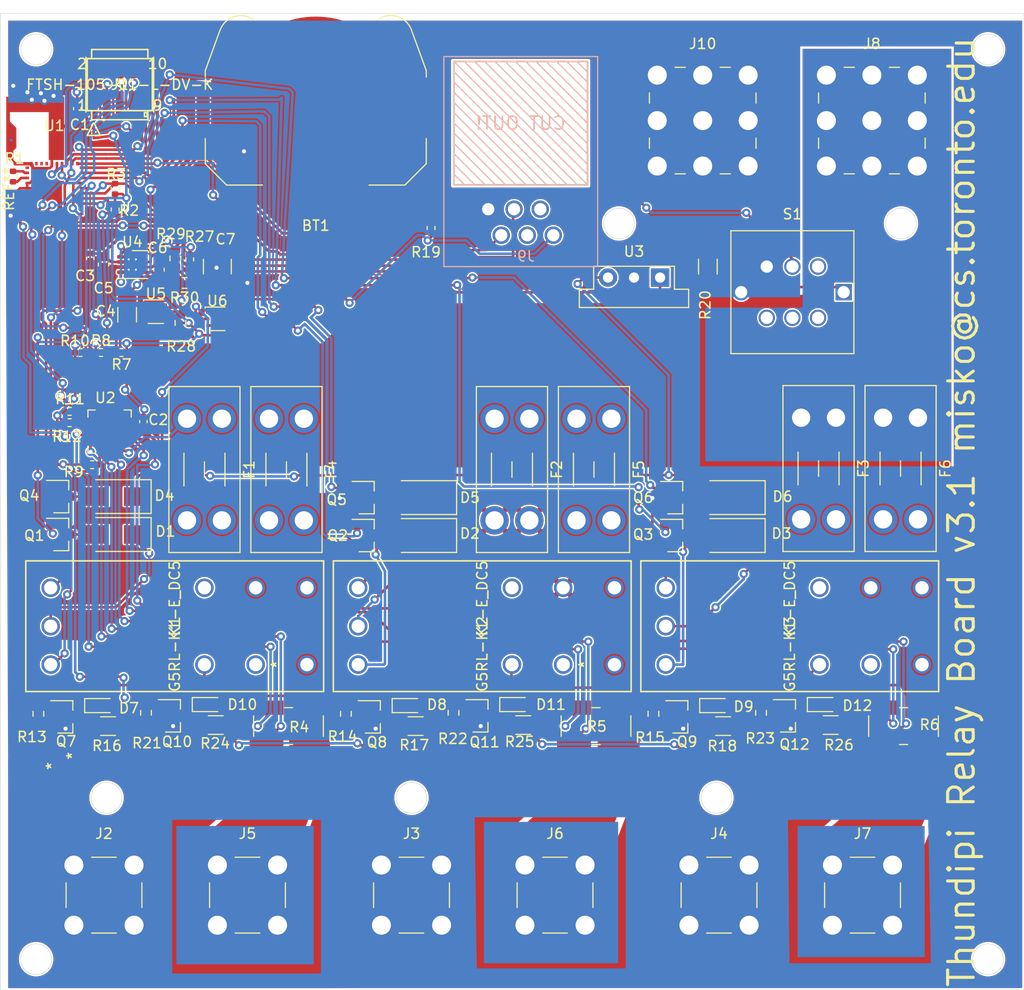
<source format=kicad_pcb>
(kicad_pcb (version 20171130) (host pcbnew "(5.1.9-0-10_14)")
  (layers (0 F.Cu signal) (31 B.Cu signal hide) (34 B.Paste user) (35 F.Paste user) (36 B.SilkS user) (37 F.SilkS user) (38 B.Mask user) (39 F.Mask user) (44 Edge.Cuts user))
  (net 0 "")
  (net 1 "Net-(D1-Pad2)")
  (net 2 +5V)
  (net 3 "Net-(D2-Pad2)")
  (net 4 GND)
  (net 5 /Relay1_SET)
  (net 6 "Net-(S1-Pad1)")
  (net 7 "Net-(S1-Pad4)")
  (net 8 "Net-(S1-Pad5)")
  (net 9 "Net-(S1-Pad6)")
  (net 10 /Relay1_NO)
  (net 11 /Relay1_C)
  (net 12 /Relay1_NC)
  (net 13 /PTI_DATA)
  (net 14 /PTI_FRAME)
  (net 15 /RESETn)
  (net 16 "Net-(U1-Pad37)")
  (net 17 "Net-(U1-Pad39)")
  (net 18 "Net-(U1-Pad38)")
  (net 19 "Net-(U1-Pad21)")
  (net 20 "Net-(U1-Pad20)")
  (net 21 "Net-(U1-Pad19)")
  (net 22 /SWO)
  (net 23 "Net-(U1-Pad14)")
  (net 24 /SWDIO)
  (net 25 /SWCLK)
  (net 26 "Net-(R1-Pad2)")
  (net 27 "Net-(R1-Pad1)")
  (net 28 "Net-(U1-Pad1)")
  (net 29 "Net-(BT1-Pad1)")
  (net 30 +3V3)
  (net 31 "Net-(C6-Pad1)")
  (net 32 "Net-(C7-Pad1)")
  (net 33 "Net-(D3-Pad2)")
  (net 34 "Net-(D4-Pad2)")
  (net 35 "Net-(D5-Pad2)")
  (net 36 "Net-(D6-Pad2)")
  (net 37 +12V)
  (net 38 /Relay2_C)
  (net 39 /Relay3_C)
  (net 40 "Net-(J1-Pad4)")
  (net 41 "Net-(J1-Pad5)")
  (net 42 /Relay2_SET)
  (net 43 /Relay3_SET)
  (net 44 /SCL)
  (net 45 /SDA)
  (net 46 /Relay2_OUT)
  (net 47 /Relay2_NO)
  (net 48 "Net-(R4-Pad3)")
  (net 49 "Net-(R4-Pad2)")
  (net 50 /Relay1_OUT)
  (net 51 "Net-(R5-Pad3)")
  (net 52 "Net-(R5-Pad2)")
  (net 53 /Relay3_OUT)
  (net 54 /Relay3_NO)
  (net 55 "Net-(R6-Pad3)")
  (net 56 "Net-(R6-Pad2)")
  (net 57 /INA3221_TC)
  (net 58 /INA3221_WARNING)
  (net 59 /INA3221_CRITICAL)
  (net 60 /INA3221_PV)
  (net 61 /Relay2_UNSET)
  (net 62 /Relay1_UNSET)
  (net 63 /Relay3_UNSET)
  (net 64 "Net-(U4-Pad8)")
  (net 65 "Net-(U5-Pad6)")
  (net 66 "Net-(U5-Pad2)")
  (net 67 "Net-(U5-Pad1)")
  (net 68 "Net-(U6-Pad3)")
  (net 69 "Net-(U6-Pad4)")
  (net 70 "Net-(U6-Pad5)")
  (net 71 /Button1)
  (net 72 /Button1_LED)
  (net 73 /TCA6416A_INT)
  (net 74 /RJ12_spare)
  (net 75 "Net-(D7-Pad2)")
  (net 76 "Net-(D7-Pad1)")
  (net 77 "Net-(D8-Pad2)")
  (net 78 "Net-(D8-Pad1)")
  (net 79 "Net-(D9-Pad2)")
  (net 80 "Net-(D9-Pad1)")
  (net 81 "Net-(Q7-Pad1)")
  (net 82 "Net-(Q8-Pad1)")
  (net 83 "Net-(Q9-Pad1)")
  (net 84 "Net-(D10-Pad1)")
  (net 85 "Net-(Q10-Pad1)")
  (net 86 "Net-(D11-Pad1)")
  (net 87 "Net-(Q11-Pad1)")
  (net 88 "Net-(D12-Pad1)")
  (net 89 "Net-(Q12-Pad1)")
  (net 90 /Relay2_NC)
  (net 91 /Relay3_NC)
  (net 92 "Net-(R20-Pad1)")
  (net 93 "Net-(D10-Pad2)")
  (net 94 "Net-(D11-Pad2)")
  (net 95 "Net-(D12-Pad2)")
  (net 96 "Net-(R27-Pad2)")
  (net 97 "Net-(R29-Pad2)")
  (net 98 "Net-(U1-Pad8)")
  (net 99 "Net-(U1-Pad6)")
  (net 100 "Net-(U1-Pad10)")
  (net 101 "Net-(U1-Pad9)")
  (module 282836-2:BGM220SC22WGA2_ant (layer F.Cu) (at 29.06 105.42 90)
    (fp_text reference REF** (at -5.5 -6 90) (layer F.SilkS))
    (fp_text value BGM220SC22WGA2_ant)
    (pad "" smd custom (at -0.75 -5.75 270) (size 0.3 0.3) (layers F.Cu) (net 4 GND) (options (clearance outline) (anchor rect)) (primitives (gr_poly (pts (xy 2.13 -1.87) (xy 2.46 -1.87) (xy 2.46 -0.31) (xy 1.64 0.51) (xy -2.75 0.51) (xy -2.75 0.15) (xy -1.84 0.15) (xy -1.21 -0.48) (xy 0.74 -0.48) (xy 1.03 -0.19) (xy 1.9 -0.19) (xy 2.13 -0.42)) (width 0)) (gr_poly (pts (xy -2.75 0.51) (xy -4.25 0.51) (xy -4.25 -5.14) (xy 1.93 -5.14) (xy 1.93 -3.64) (xy -2.75 -3.64)) (width 0))))
  )
  (module Connector:FTSH-105-01-L-DV-K (layer F.Cu) (at 33.88 100.74)
    (fp_text reference J1 (at 0 0) (layer F.SilkS))
    (fp_text value FTSH-105-01-L-DV-K (at 0 0) (layer F.SilkS))
    (fp_text user * (at 0 0) (layer F.SilkS))
    (fp_text user 2 (at -3.683 -2.032) (layer F.SilkS))
    (fp_text user 1 (at -3.683 2.032) (layer F.SilkS))
    (fp_text user 10 (at 3.683 -2.032) (layer F.SilkS))
    (fp_text user 9 (at 3.683 2.032) (layer F.SilkS))
    (pad 1 smd rect (at -2.54 2.032) (size 0.762 2.794) (layers F.Cu F.Paste F.Mask) (net 30 +3V3))
    (pad 2 smd rect (at -2.54 -2.032) (size 0.762 2.794) (layers F.Cu F.Paste F.Mask) (net 4 GND))
    (pad 3 smd rect (at -1.27 2.032) (size 0.762 2.794) (layers F.Cu F.Paste F.Mask) (net 15 /RESETn))
    (pad 4 smd rect (at -1.27 -2.032) (size 0.762 2.794) (layers F.Cu F.Paste F.Mask) (net 40 "Net-(J1-Pad4)"))
    (pad 5 smd rect (at 0 2.032) (size 0.762 2.794) (layers F.Cu F.Paste F.Mask) (net 41 "Net-(J1-Pad5)"))
    (pad 6 smd rect (at 0 -2.032) (size 0.762 2.794) (layers F.Cu F.Paste F.Mask) (net 22 /SWO))
    (pad 7 smd rect (at 1.27 2.032) (size 0.762 2.794) (layers F.Cu F.Paste F.Mask) (net 24 /SWDIO))
    (pad 8 smd rect (at 1.27 -2.032) (size 0.762 2.794) (layers F.Cu F.Paste F.Mask) (net 25 /SWCLK))
    (pad 9 smd rect (at 2.54 2.032) (size 0.762 2.794) (layers F.Cu F.Paste F.Mask) (net 14 /PTI_FRAME))
    (pad 10 smd rect (at 2.54 -2.032) (size 0.762 2.794) (layers F.Cu F.Paste F.Mask) (net 13 /PTI_DATA))
  )
  (module 282836-2:G5RL-K1-E-DC5 (layer F.Cu) (at 81.34 149.85 90)
    (fp_text reference K2 (at -3.75 -12.099996 90) (layer F.SilkS))
    (fp_text value G5RL-K1-E_DC5 (at -3.75 -12.099996 90) (layer F.SilkS))
    (fp_text user * (at -7.5 -32.133327 90) (layer F.SilkS))
    (fp_text user * (at -7.5 -32.133327 90) (layer F.SilkS))
    (pad 1 thru_hole circle (at -7.5 -24.199992 90) (size 1.808 1.808) (drill 1.3) (layers *.Cu *.Mask) (net 3 "Net-(D2-Pad2)"))
    (pad 2 thru_hole circle (at -7.5 -9.199992 90) (size 1.808 1.808) (drill 1.3) (layers *.Cu *.Mask) (net 90 /Relay2_NC))
    (pad 3 thru_hole circle (at -7.5 -4.199992 90) (size 1.808 1.808) (drill 1.3) (layers *.Cu *.Mask) (net 38 /Relay2_C))
    (pad 4 thru_hole circle (at -7.5 0.800008 90) (size 1.808 1.808) (drill 1.3) (layers *.Cu *.Mask) (net 47 /Relay2_NO))
    (pad 4 thru_hole circle (at 0 0.800008 90) (size 1.808 1.808) (drill 1.3) (layers *.Cu *.Mask) (net 47 /Relay2_NO))
    (pad 3 thru_hole circle (at 0 -4.199992 90) (size 1.808 1.808) (drill 1.3) (layers *.Cu *.Mask) (net 38 /Relay2_C))
    (pad 2 thru_hole circle (at 0 -9.199992 90) (size 1.808 1.808) (drill 1.3) (layers *.Cu *.Mask) (net 90 /Relay2_NC))
    (pad 8 thru_hole circle (at 0 -24.199992 90) (size 1.808 1.808) (drill 1.3) (layers *.Cu *.Mask) (net 35 "Net-(D5-Pad2)"))
    (pad 9 thru_hole circle (at -3.75 -24.199992 90) (size 1.808 1.808) (drill 1.3) (layers *.Cu *.Mask) (net 2 +5V))
  )
  (module 282836-2:G5RL-K1-E-DC5 (layer F.Cu) (at 111.34 149.85 90)
    (fp_text reference K3 (at -3.75 -12.099996 90) (layer F.SilkS))
    (fp_text value G5RL-K1-E_DC5 (at -3.75 -12.099996 90) (layer F.SilkS))
    (fp_text user * (at -7.5 -32.133327 90) (layer F.SilkS))
    (fp_text user * (at -7.5 -32.133327 90) (layer F.SilkS))
    (pad 1 thru_hole circle (at -7.5 -24.199992 90) (size 1.808 1.808) (drill 1.3) (layers *.Cu *.Mask) (net 33 "Net-(D3-Pad2)"))
    (pad 2 thru_hole circle (at -7.5 -9.199992 90) (size 1.808 1.808) (drill 1.3) (layers *.Cu *.Mask) (net 91 /Relay3_NC))
    (pad 3 thru_hole circle (at -7.5 -4.199992 90) (size 1.808 1.808) (drill 1.3) (layers *.Cu *.Mask) (net 39 /Relay3_C))
    (pad 4 thru_hole circle (at -7.5 0.800008 90) (size 1.808 1.808) (drill 1.3) (layers *.Cu *.Mask) (net 54 /Relay3_NO))
    (pad 4 thru_hole circle (at 0 0.800008 90) (size 1.808 1.808) (drill 1.3) (layers *.Cu *.Mask) (net 54 /Relay3_NO))
    (pad 3 thru_hole circle (at 0 -4.199992 90) (size 1.808 1.808) (drill 1.3) (layers *.Cu *.Mask) (net 39 /Relay3_C))
    (pad 2 thru_hole circle (at 0 -9.199992 90) (size 1.808 1.808) (drill 1.3) (layers *.Cu *.Mask) (net 91 /Relay3_NC))
    (pad 8 thru_hole circle (at 0 -24.199992 90) (size 1.808 1.808) (drill 1.3) (layers *.Cu *.Mask) (net 36 "Net-(D6-Pad2)"))
    (pad 9 thru_hole circle (at -3.75 -24.199992 90) (size 1.808 1.808) (drill 1.3) (layers *.Cu *.Mask) (net 2 +5V))
  )
  (module 282836-2:G5RL-K1-E-DC5 (layer F.Cu) (at 51.34 149.85 90)
    (fp_text reference K1 (at -3.75 -12.099996 90) (layer F.SilkS))
    (fp_text value G5RL-K1-E_DC5 (at -3.75 -12.099996 90) (layer F.SilkS))
    (fp_text user * (at -17.4 -24.09 90) (layer F.SilkS))
    (fp_text user * (at -16.4 -22.09 90) (layer F.SilkS))
    (pad 1 thru_hole circle (at -7.5 -24.199992 90) (size 1.808 1.808) (drill 1.3) (layers *.Cu *.Mask) (net 1 "Net-(D1-Pad2)"))
    (pad 2 thru_hole circle (at -7.5 -9.199992 90) (size 1.808 1.808) (drill 1.3) (layers *.Cu *.Mask) (net 12 /Relay1_NC))
    (pad 3 thru_hole circle (at -7.5 -4.199992 90) (size 1.808 1.808) (drill 1.3) (layers *.Cu *.Mask) (net 11 /Relay1_C))
    (pad 4 thru_hole circle (at -7.5 0.800008 90) (size 1.808 1.808) (drill 1.3) (layers *.Cu *.Mask) (net 10 /Relay1_NO))
    (pad 4 thru_hole circle (at 0 0.800008 90) (size 1.808 1.808) (drill 1.3) (layers *.Cu *.Mask) (net 10 /Relay1_NO))
    (pad 3 thru_hole circle (at 0 -4.199992 90) (size 1.808 1.808) (drill 1.3) (layers *.Cu *.Mask) (net 11 /Relay1_C))
    (pad 2 thru_hole circle (at 0 -9.199992 90) (size 1.808 1.808) (drill 1.3) (layers *.Cu *.Mask) (net 12 /Relay1_NC))
    (pad 8 thru_hole circle (at 0 -24.199992 90) (size 1.808 1.808) (drill 1.3) (layers *.Cu *.Mask) (net 34 "Net-(D4-Pad2)"))
    (pad 9 thru_hole circle (at -3.75 -24.199992 90) (size 1.808 1.808) (drill 1.3) (layers *.Cu *.Mask) (net 2 +5V))
  )
  (module 282836-2:BGM220SC22WGA2 (layer F.Cu) (at 27.5 111.1)
    (fp_text reference U1 (at 0 -6.35) (layer F.SilkS))
    (fp_text value BGM220SC22WGA2)
    (pad 42 smd rect (at -0.45 0.45) (size 0.5 0.5) (layers F.Cu F.Paste F.Mask) (net 4 GND))
    (pad 43 smd rect (at 0.45 0.45) (size 0.5 0.5) (layers F.Cu F.Paste F.Mask) (net 4 GND))
    (pad 44 smd rect (at 0.45 -0.45) (size 0.5 0.5) (layers F.Cu F.Paste F.Mask) (net 4 GND))
    (pad 41 smd rect (at -0.45 -0.45) (size 0.5 0.5) (layers F.Cu F.Paste F.Mask) (net 4 GND))
    (pad 31 smd rect (at 2.25 -2.65) (size 0.25 0.35) (layers F.Cu F.Paste F.Mask) (net 71 /Button1) (clearance 0.05))
    (pad 32 smd rect (at 1.75 -2.65) (size 0.25 0.35) (layers F.Cu F.Paste F.Mask) (net 13 /PTI_DATA) (clearance 0.05))
    (pad 33 smd rect (at 1.25 -2.65) (size 0.25 0.35) (layers F.Cu F.Paste F.Mask) (net 14 /PTI_FRAME) (clearance 0.05))
    (pad 34 smd rect (at 0.75 -2.65) (size 0.25 0.35) (layers F.Cu F.Paste F.Mask) (net 43 /Relay3_SET) (clearance 0.05))
    (pad 35 smd rect (at 0.25 -2.65) (size 0.25 0.35) (layers F.Cu F.Paste F.Mask) (net 15 /RESETn) (clearance 0.05))
    (pad 36 smd rect (at -0.25 -2.65) (size 0.25 0.35) (layers F.Cu F.Paste F.Mask) (net 4 GND) (clearance 0.05))
    (pad 37 smd rect (at -0.75 -2.65) (size 0.25 0.35) (layers F.Cu F.Paste F.Mask) (net 16 "Net-(U1-Pad37)") (clearance 0.05))
    (pad 39 smd rect (at -1.75 -2.65) (size 0.25 0.35) (layers F.Cu F.Paste F.Mask) (net 17 "Net-(U1-Pad39)") (clearance 0.05))
    (pad 38 smd rect (at -1.25 -2.65) (size 0.25 0.35) (layers F.Cu F.Paste F.Mask) (net 18 "Net-(U1-Pad38)") (clearance 0.05))
    (pad 40 smd rect (at -2.25 -2.65) (size 0.25 0.35) (layers F.Cu F.Paste F.Mask) (net 4 GND) (clearance 0.05))
    (pad 30 smd rect (at 2.65 -2.25) (size 0.35 0.25) (layers F.Cu F.Paste F.Mask) (net 63 /Relay3_UNSET) (clearance 0.05))
    (pad 29 smd rect (at 2.65 -1.75) (size 0.35 0.25) (layers F.Cu F.Paste F.Mask) (net 61 /Relay2_UNSET) (clearance 0.05))
    (pad 28 smd rect (at 2.65 -1.25) (size 0.35 0.25) (layers F.Cu F.Paste F.Mask) (net 42 /Relay2_SET) (clearance 0.05))
    (pad 27 smd rect (at 2.65 -0.75) (size 0.35 0.25) (layers F.Cu F.Paste F.Mask) (net 5 /Relay1_SET) (clearance 0.05))
    (pad 26 smd rect (at 2.65 -0.25) (size 0.35 0.25) (layers F.Cu F.Paste F.Mask) (net 62 /Relay1_UNSET) (clearance 0.05))
    (pad 25 smd rect (at 2.65 0.25) (size 0.35 0.25) (layers F.Cu F.Paste F.Mask) (net 45 /SDA) (clearance 0.05))
    (pad 24 smd rect (at 2.65 0.75) (size 0.35 0.25) (layers F.Cu F.Paste F.Mask) (net 44 /SCL) (clearance 0.05))
    (pad 23 smd rect (at 2.65 1.25) (size 0.35 0.25) (layers F.Cu F.Paste F.Mask) (net 30 +3V3) (clearance 0.05))
    (pad 22 smd rect (at 2.65 1.75) (size 0.35 0.25) (layers F.Cu F.Paste F.Mask) (net 30 +3V3) (clearance 0.05))
    (pad 21 smd rect (at 2.65 2.25) (size 0.35 0.25) (layers F.Cu F.Paste F.Mask) (net 19 "Net-(U1-Pad21)") (clearance 0.05))
    (pad 20 smd rect (at 2.25 2.65) (size 0.25 0.35) (layers F.Cu F.Paste F.Mask) (net 20 "Net-(U1-Pad20)") (clearance 0.05))
    (pad 19 smd rect (at 1.75 2.65) (size 0.25 0.35) (layers F.Cu F.Paste F.Mask) (net 21 "Net-(U1-Pad19)") (clearance 0.05))
    (pad 18 smd rect (at 1.25 2.65) (size 0.25 0.35) (layers F.Cu F.Paste F.Mask) (net 72 /Button1_LED) (clearance 0.05))
    (pad 17 smd rect (at 0.75 2.65) (size 0.25 0.35) (layers F.Cu F.Paste F.Mask) (net 57 /INA3221_TC) (clearance 0.05))
    (pad 16 smd rect (at 0.25 2.65) (size 0.25 0.35) (layers F.Cu F.Paste F.Mask) (net 58 /INA3221_WARNING) (clearance 0.05))
    (pad 15 smd rect (at -0.25 2.65) (size 0.25 0.35) (layers F.Cu F.Paste F.Mask) (net 22 /SWO) (clearance 0.05))
    (pad 14 smd rect (at -0.75 2.65) (size 0.25 0.35) (layers F.Cu F.Paste F.Mask) (net 23 "Net-(U1-Pad14)") (clearance 0.05))
    (pad 13 smd rect (at -1.25 2.65) (size 0.25 0.35) (layers F.Cu F.Paste F.Mask) (net 24 /SWDIO) (clearance 0.05))
    (pad 12 smd rect (at -1.75 2.65) (size 0.25 0.35) (layers F.Cu F.Paste F.Mask) (net 25 /SWCLK) (clearance 0.05))
    (pad 11 smd rect (at -2.25 2.65) (size 0.25 0.35) (layers F.Cu F.Paste F.Mask) (net 59 /INA3221_CRITICAL) (clearance 0.05))
    (pad 10 smd rect (at -2.65 2.25) (size 0.35 0.25) (layers F.Cu F.Paste F.Mask) (net 100 "Net-(U1-Pad10)") (clearance 0.05))
    (pad 9 smd rect (at -2.65 1.75) (size 0.35 0.25) (layers F.Cu F.Paste F.Mask) (net 101 "Net-(U1-Pad9)") (clearance 0.05))
    (pad 8 smd rect (at -2.65 1.25) (size 0.35 0.25) (layers F.Cu F.Paste F.Mask) (net 98 "Net-(U1-Pad8)") (clearance 0.05))
    (pad 7 smd rect (at -2.65 0.75) (size 0.35 0.25) (layers F.Cu F.Paste F.Mask) (net 60 /INA3221_PV) (clearance 0.05))
    (pad 6 smd rect (at -2.65 0.25) (size 0.35 0.25) (layers F.Cu F.Paste F.Mask) (net 99 "Net-(U1-Pad6)") (clearance 0.05))
    (pad 5 smd rect (at -2.65 -0.25) (size 0.35 0.25) (layers F.Cu F.Paste F.Mask) (net 4 GND) (clearance 0.05))
    (pad 4 smd rect (at -2.65 -0.75) (size 0.35 0.25) (layers F.Cu F.Paste F.Mask) (net 4 GND) (clearance 0.05))
    (pad 3 smd rect (at -2.65 -1.25) (size 0.35 0.25) (layers F.Cu F.Paste F.Mask) (net 26 "Net-(R1-Pad2)") (clearance 0.05))
    (pad 2 smd rect (at -2.65 -1.75) (size 0.35 0.25) (layers F.Cu F.Paste F.Mask) (net 27 "Net-(R1-Pad1)") (clearance 0.05))
    (pad 1 smd rect (at -2.65 -2.25) (size 0.35 0.25) (layers F.Cu F.Paste F.Mask) (net 28 "Net-(U1-Pad1)") (clearance 0.05))
  )
  (module LED_SMD:LED_0603_1608Metric_Castellated (layer F.Cu) (at 102.64 161.25)
    (fp_text reference D12 (at 3.2 0.1) (layer F.SilkS))
    (fp_text value LED)
    (pad 2 smd roundrect (at 0.8125 0) (size 1.225 0.85) (layers F.Cu F.Paste F.Mask) (net 95 "Net-(D12-Pad2)"))
    (pad 1 smd roundrect (at -0.8125 0) (size 1.225 0.85) (layers F.Cu F.Paste F.Mask) (net 88 "Net-(D12-Pad1)"))
  )
  (module LED_SMD:LED_0603_1608Metric_Castellated (layer F.Cu) (at 72.64 161.25)
    (fp_text reference D11 (at 3.3 0) (layer F.SilkS))
    (fp_text value LED)
    (pad 2 smd roundrect (at 0.8125 0) (size 1.225 0.85) (layers F.Cu F.Paste F.Mask) (net 94 "Net-(D11-Pad2)"))
    (pad 1 smd roundrect (at -0.8125 0) (size 1.225 0.85) (layers F.Cu F.Paste F.Mask) (net 86 "Net-(D11-Pad1)"))
  )
  (module LED_SMD:LED_0603_1608Metric_Castellated (layer F.Cu) (at 42.64 161.25)
    (fp_text reference D10 (at 3.2 0) (layer F.SilkS))
    (fp_text value LED)
    (pad 2 smd roundrect (at 0.8125 0) (size 1.225 0.85) (layers F.Cu F.Paste F.Mask) (net 93 "Net-(D10-Pad2)"))
    (pad 1 smd roundrect (at -0.8125 0) (size 1.225 0.85) (layers F.Cu F.Paste F.Mask) (net 84 "Net-(D10-Pad1)"))
  )
  (module Resistor_SMD:R_1206_3216Metric (layer F.Cu) (at 43.24 163.25 180)
    (fp_text reference R24 (at 0.06 -1.79 180) (layer F.SilkS))
    (fp_text value 100ohm)
    (pad 2 smd roundrect (at 1.4625 0 180) (size 1.125 1.75) (layers F.Cu F.Paste F.Mask) (roundrect_rratio 0.2222204444444444) (net 93 "Net-(D10-Pad2)"))
    (pad 1 smd roundrect (at -1.4625 0 180) (size 1.125 1.75) (layers F.Cu F.Paste F.Mask) (roundrect_rratio 0.2222204444444444) (net 30 +3V3))
  )
  (module Resistor_SMD:R_1206_3216Metric (layer F.Cu) (at 103.24 163.25 180)
    (fp_text reference R26 (at -0.8 -1.95 180) (layer F.SilkS))
    (fp_text value 100ohm)
    (pad 2 smd roundrect (at 1.4625 0 180) (size 1.125 1.75) (layers F.Cu F.Paste F.Mask) (roundrect_rratio 0.2222204444444444) (net 95 "Net-(D12-Pad2)"))
    (pad 1 smd roundrect (at -1.4625 0 180) (size 1.125 1.75) (layers F.Cu F.Paste F.Mask) (roundrect_rratio 0.2222204444444444) (net 30 +3V3))
  )
  (module Resistor_SMD:R_1206_3216Metric (layer F.Cu) (at 73.24 163.25 180)
    (fp_text reference R25 (at 0.35 -1.63 180) (layer F.SilkS))
    (fp_text value 100ohm)
    (pad 2 smd roundrect (at 1.4625 0 180) (size 1.125 1.75) (layers F.Cu F.Paste F.Mask) (roundrect_rratio 0.2222204444444444) (net 94 "Net-(D11-Pad2)"))
    (pad 1 smd roundrect (at -1.4625 0 180) (size 1.125 1.75) (layers F.Cu F.Paste F.Mask) (roundrect_rratio 0.2222204444444444) (net 30 +3V3))
  )
  (module Resistor_SMD:R_0603_1608Metric (layer F.Cu) (at 36.44 162.05 90)
    (fp_text reference R21 (at -2.96 0.09 180) (layer F.SilkS))
    (fp_text value 680ohm)
    (pad 2 smd roundrect (at 0.825 0 90) (size 0.8 0.95) (layers F.Cu F.Paste F.Mask) (net 85 "Net-(Q10-Pad1)"))
    (pad 1 smd roundrect (at -0.825 0 90) (size 0.8 0.95) (layers F.Cu F.Paste F.Mask) (net 10 /Relay1_NO))
  )
  (module Resistor_SMD:R_0603_1608Metric (layer F.Cu) (at 96.44 162.05 90)
    (fp_text reference R23 (at -2.5 -0.08 180) (layer F.SilkS))
    (fp_text value 680ohm)
    (pad 2 smd roundrect (at 0.825 0 90) (size 0.8 0.95) (layers F.Cu F.Paste F.Mask) (net 89 "Net-(Q12-Pad1)"))
    (pad 1 smd roundrect (at -0.825 0 90) (size 0.8 0.95) (layers F.Cu F.Paste F.Mask) (net 54 /Relay3_NO))
  )
  (module Resistor_SMD:R_0603_1608Metric (layer F.Cu) (at 66.44 162.05 90)
    (fp_text reference R22 (at -2.54 -0.07 180) (layer F.SilkS))
    (fp_text value 680ohm)
    (pad 2 smd roundrect (at 0.825 0 90) (size 0.8 0.95) (layers F.Cu F.Paste F.Mask) (net 87 "Net-(Q11-Pad1)"))
    (pad 1 smd roundrect (at -0.825 0 90) (size 0.8 0.95) (layers F.Cu F.Paste F.Mask) (net 47 /Relay2_NO))
  )
  (module Resistor_SMD:R_1206_3216Metric (layer F.Cu) (at 32.74 163.35 180)
    (fp_text reference R16 (at 0.11 -1.92 180) (layer F.SilkS))
    (fp_text value 56ohm)
    (pad 2 smd roundrect (at 1.4625 0 180) (size 1.125 1.75) (layers F.Cu F.Paste F.Mask) (roundrect_rratio 0.2222204444444444) (net 75 "Net-(D7-Pad2)"))
    (pad 1 smd roundrect (at -1.4625 0 180) (size 1.125 1.75) (layers F.Cu F.Paste F.Mask) (roundrect_rratio 0.2222204444444444) (net 30 +3V3))
  )
  (module Resistor_SMD:R_1206_3216Metric (layer F.Cu) (at 92.74 163.35 180)
    (fp_text reference R18 (at 0.08 -1.95 180) (layer F.SilkS))
    (fp_text value 56ohm)
    (pad 2 smd roundrect (at 1.4625 0 180) (size 1.125 1.75) (layers F.Cu F.Paste F.Mask) (roundrect_rratio 0.2222204444444444) (net 79 "Net-(D9-Pad2)"))
    (pad 1 smd roundrect (at -1.4625 0 180) (size 1.125 1.75) (layers F.Cu F.Paste F.Mask) (roundrect_rratio 0.2222204444444444) (net 30 +3V3))
  )
  (module Resistor_SMD:R_1206_3216Metric (layer F.Cu) (at 62.74 163.35 180)
    (fp_text reference R17 (at 0.13 -1.85 180) (layer F.SilkS))
    (fp_text value 56ohm)
    (pad 2 smd roundrect (at 1.4625 0 180) (size 1.125 1.75) (layers F.Cu F.Paste F.Mask) (roundrect_rratio 0.2222204444444444) (net 77 "Net-(D8-Pad2)"))
    (pad 1 smd roundrect (at -1.4625 0 180) (size 1.125 1.75) (layers F.Cu F.Paste F.Mask) (roundrect_rratio 0.2222204444444444) (net 30 +3V3))
  )
  (module Resistor_SMD:R_0603_1608Metric (layer F.Cu) (at 25.94 162.15 90)
    (fp_text reference R13 (at -2.26 -0.63 180) (layer F.SilkS))
    (fp_text value 680ohm)
    (pad 2 smd roundrect (at 0.825 0 90) (size 0.8 0.95) (layers F.Cu F.Paste F.Mask) (net 81 "Net-(Q7-Pad1)"))
    (pad 1 smd roundrect (at -0.825 0 90) (size 0.8 0.95) (layers F.Cu F.Paste F.Mask) (net 12 /Relay1_NC))
  )
  (module Resistor_SMD:R_0603_1608Metric (layer F.Cu) (at 85.94 162.15 90)
    (fp_text reference R15 (at -2.32 -0.33 180) (layer F.SilkS))
    (fp_text value 680ohm)
    (pad 2 smd roundrect (at 0.825 0 90) (size 0.8 0.95) (layers F.Cu F.Paste F.Mask) (net 83 "Net-(Q9-Pad1)"))
    (pad 1 smd roundrect (at -0.825 0 90) (size 0.8 0.95) (layers F.Cu F.Paste F.Mask) (net 91 /Relay3_NC))
  )
  (module Resistor_SMD:R_0603_1608Metric (layer F.Cu) (at 55.94 162.15 90)
    (fp_text reference R14 (at -2.22 -0.33 180) (layer F.SilkS))
    (fp_text value 680ohm)
    (pad 2 smd roundrect (at 0.825 0 90) (size 0.8 0.95) (layers F.Cu F.Paste F.Mask) (net 82 "Net-(Q8-Pad1)"))
    (pad 1 smd roundrect (at -0.825 0 90) (size 0.8 0.95) (layers F.Cu F.Paste F.Mask) (net 90 /Relay2_NC))
  )
  (module Package_TO_SOT_SMD:SOT-23 (layer F.Cu) (at 39.04 162.35)
    (fp_text reference Q10 (at 0.43 2.53) (layer F.SilkS))
    (fp_text value MMBT5551L)
    (pad 3 smd rect (at 1 0) (size 0.9 0.8) (layers F.Cu F.Paste F.Mask) (net 84 "Net-(D10-Pad1)"))
    (pad 2 smd rect (at -1 0.95) (size 0.9 0.8) (layers F.Cu F.Paste F.Mask) (net 4 GND))
    (pad 1 smd rect (at -1 -0.95) (size 0.9 0.8) (layers F.Cu F.Paste F.Mask) (net 85 "Net-(Q10-Pad1)"))
  )
  (module Package_TO_SOT_SMD:SOT-23 (layer F.Cu) (at 99.04 162.35)
    (fp_text reference Q12 (at 0.67 2.79) (layer F.SilkS))
    (fp_text value MMBT5551L)
    (pad 3 smd rect (at 1 0) (size 0.9 0.8) (layers F.Cu F.Paste F.Mask) (net 88 "Net-(D12-Pad1)"))
    (pad 2 smd rect (at -1 0.95) (size 0.9 0.8) (layers F.Cu F.Paste F.Mask) (net 4 GND))
    (pad 1 smd rect (at -1 -0.95) (size 0.9 0.8) (layers F.Cu F.Paste F.Mask) (net 89 "Net-(Q12-Pad1)"))
  )
  (module Package_TO_SOT_SMD:SOT-23 (layer F.Cu) (at 69.04 162.35)
    (fp_text reference Q11 (at 0.43 2.57) (layer F.SilkS))
    (fp_text value MMBT5551L)
    (pad 3 smd rect (at 1 0) (size 0.9 0.8) (layers F.Cu F.Paste F.Mask) (net 86 "Net-(D11-Pad1)"))
    (pad 2 smd rect (at -1 0.95) (size 0.9 0.8) (layers F.Cu F.Paste F.Mask) (net 4 GND))
    (pad 1 smd rect (at -1 -0.95) (size 0.9 0.8) (layers F.Cu F.Paste F.Mask) (net 87 "Net-(Q11-Pad1)"))
  )
  (module Package_TO_SOT_SMD:SOT-23 (layer F.Cu) (at 28.54 162.45)
    (fp_text reference Q7 (at 0.1 2.38) (layer F.SilkS))
    (fp_text value MMBT5551L)
    (pad 3 smd rect (at 1 0) (size 0.9 0.8) (layers F.Cu F.Paste F.Mask) (net 76 "Net-(D7-Pad1)"))
    (pad 2 smd rect (at -1 0.95) (size 0.9 0.8) (layers F.Cu F.Paste F.Mask) (net 4 GND))
    (pad 1 smd rect (at -1 -0.95) (size 0.9 0.8) (layers F.Cu F.Paste F.Mask) (net 81 "Net-(Q7-Pad1)"))
  )
  (module Package_TO_SOT_SMD:SOT-23 (layer F.Cu) (at 88.54 162.45)
    (fp_text reference Q9 (at 0.69 2.43) (layer F.SilkS))
    (fp_text value MMBT5551L)
    (pad 3 smd rect (at 1 0) (size 0.9 0.8) (layers F.Cu F.Paste F.Mask) (net 80 "Net-(D9-Pad1)"))
    (pad 2 smd rect (at -1 0.95) (size 0.9 0.8) (layers F.Cu F.Paste F.Mask) (net 4 GND))
    (pad 1 smd rect (at -1 -0.95) (size 0.9 0.8) (layers F.Cu F.Paste F.Mask) (net 83 "Net-(Q9-Pad1)"))
  )
  (module Package_TO_SOT_SMD:SOT-23 (layer F.Cu) (at 58.54 162.45)
    (fp_text reference Q8 (at 0.43 2.48) (layer F.SilkS))
    (fp_text value MMBT5551L)
    (pad 3 smd rect (at 1 0) (size 0.9 0.8) (layers F.Cu F.Paste F.Mask) (net 78 "Net-(D8-Pad1)"))
    (pad 2 smd rect (at -1 0.95) (size 0.9 0.8) (layers F.Cu F.Paste F.Mask) (net 4 GND))
    (pad 1 smd rect (at -1 -0.95) (size 0.9 0.8) (layers F.Cu F.Paste F.Mask) (net 82 "Net-(Q8-Pad1)"))
  )
  (module LED_SMD:LED_0603_1608Metric_Castellated (layer F.Cu) (at 32.14 161.35)
    (fp_text reference D7 (at 2.63 0.25) (layer F.SilkS))
    (fp_text value LTST-C191KRKT)
    (pad 2 smd roundrect (at 0.8125 0) (size 1.225 0.85) (layers F.Cu F.Paste F.Mask) (net 75 "Net-(D7-Pad2)"))
    (pad 1 smd roundrect (at -0.8125 0) (size 1.225 0.85) (layers F.Cu F.Paste F.Mask) (net 76 "Net-(D7-Pad1)"))
  )
  (module LED_SMD:LED_0603_1608Metric_Castellated (layer F.Cu) (at 92.14 161.35)
    (fp_text reference D9 (at 2.6 0.1) (layer F.SilkS))
    (fp_text value LTST-C191KRKT)
    (pad 2 smd roundrect (at 0.8125 0) (size 1.225 0.85) (layers F.Cu F.Paste F.Mask) (net 79 "Net-(D9-Pad2)"))
    (pad 1 smd roundrect (at -0.8125 0) (size 1.225 0.85) (layers F.Cu F.Paste F.Mask) (net 80 "Net-(D9-Pad1)"))
  )
  (module LED_SMD:LED_0603_1608Metric_Castellated (layer F.Cu) (at 62.14 161.35)
    (fp_text reference D8 (at 2.68 -0.09) (layer F.SilkS))
    (fp_text value LTST-C191KRKT)
    (pad 2 smd roundrect (at 0.8125 0) (size 1.225 0.85) (layers F.Cu F.Paste F.Mask) (net 77 "Net-(D8-Pad2)"))
    (pad 1 smd roundrect (at -0.8125 0) (size 1.225 0.85) (layers F.Cu F.Paste F.Mask) (net 78 "Net-(D8-Pad1)"))
  )
  (module TerminalBlock_Wuerth:Wuerth_REDCUBE-THR_WP-THRSH_74651194_THR (layer F.Cu) (at 90.75 104.25)
    (fp_text reference J10 (at 0 -7.5) (layer F.SilkS))
    (fp_text value Conn_01x01_Male)
    (pad 1 thru_hole circle (at 0 0) (size 3.2 3.2) (drill 1.85) (layers *.Cu *.Mask) (net 4 GND))
    (pad 1 thru_hole circle (at 0 4.435) (size 3.2 3.2) (drill 1.85) (layers *.Cu *.Mask) (net 4 GND))
    (pad 1 thru_hole circle (at 4.435 0) (size 3.2 3.2) (drill 1.85) (layers *.Cu *.Mask) (net 4 GND))
    (pad 1 thru_hole circle (at 0 -4.435) (size 3.2 3.2) (drill 1.85) (layers *.Cu *.Mask) (net 4 GND))
    (pad 1 thru_hole circle (at -4.435 0) (size 3.2 3.2) (drill 1.85) (layers *.Cu *.Mask) (net 4 GND))
    (pad 1 thru_hole circle (at -4.435 4.435) (size 3.2 3.2) (drill 1.85) (layers *.Cu *.Mask) (net 4 GND))
    (pad 1 thru_hole circle (at -4.435 -4.435) (size 3.2 3.2) (drill 1.85) (layers *.Cu *.Mask) (net 4 GND))
    (pad 1 thru_hole circle (at 4.435 -4.435) (size 3.2 3.2) (drill 1.85) (layers *.Cu *.Mask) (net 4 GND))
    (pad 1 thru_hole circle (at 4.435 4.435) (size 3.2 3.2) (drill 1.85) (layers *.Cu *.Mask) (net 4 GND))
  )
  (module TerminalBlock_Wuerth:Wuerth_REDCUBE-THR_WP-THRSH_74651194_THR (layer F.Cu) (at 107.25 104.25)
    (fp_text reference J8 (at 0 -7.5) (layer F.SilkS))
    (fp_text value Conn_01x01_Male)
    (pad 1 thru_hole circle (at 0 0) (size 3.2 3.2) (drill 1.85) (layers *.Cu *.Mask) (net 37 +12V))
    (pad 1 thru_hole circle (at 0 4.435) (size 3.2 3.2) (drill 1.85) (layers *.Cu *.Mask) (net 37 +12V))
    (pad 1 thru_hole circle (at 4.435 0) (size 3.2 3.2) (drill 1.85) (layers *.Cu *.Mask) (net 37 +12V))
    (pad 1 thru_hole circle (at 0 -4.435) (size 3.2 3.2) (drill 1.85) (layers *.Cu *.Mask) (net 37 +12V))
    (pad 1 thru_hole circle (at -4.435 0) (size 3.2 3.2) (drill 1.85) (layers *.Cu *.Mask) (net 37 +12V))
    (pad 1 thru_hole circle (at -4.435 4.435) (size 3.2 3.2) (drill 1.85) (layers *.Cu *.Mask) (net 37 +12V))
    (pad 1 thru_hole circle (at -4.435 -4.435) (size 3.2 3.2) (drill 1.85) (layers *.Cu *.Mask) (net 37 +12V))
    (pad 1 thru_hole circle (at 4.435 -4.435) (size 3.2 3.2) (drill 1.85) (layers *.Cu *.Mask) (net 37 +12V))
    (pad 1 thru_hole circle (at 4.435 4.435) (size 3.2 3.2) (drill 1.85) (layers *.Cu *.Mask) (net 37 +12V))
  )
  (module TerminalBlock_Wuerth:Wuerth_REDCUBE-THR_WP-THRSH_74651175_THR (layer F.Cu) (at 106.34 179.85)
    (fp_text reference J7 (at 0 -6) (layer F.SilkS))
    (fp_text value Conn_01x01_Male)
    (pad 1 thru_hole circle (at -2.935 2.935) (size 3.2 3.2) (drill 1.85) (layers *.Cu *.Mask) (net 53 /Relay3_OUT))
    (pad 1 thru_hole circle (at -2.935 -2.935) (size 3.2 3.2) (drill 1.85) (layers *.Cu *.Mask) (net 53 /Relay3_OUT))
    (pad 1 thru_hole circle (at 2.935 -2.935) (size 3.2 3.2) (drill 1.85) (layers *.Cu *.Mask) (net 53 /Relay3_OUT))
    (pad 1 thru_hole circle (at 2.935 2.935) (size 3.2 3.2) (drill 1.85) (layers *.Cu *.Mask) (net 53 /Relay3_OUT))
  )
  (module TerminalBlock_Wuerth:Wuerth_REDCUBE-THR_WP-THRSH_74651175_THR (layer F.Cu) (at 76.34 179.85)
    (fp_text reference J6 (at 0 -6) (layer F.SilkS))
    (fp_text value Conn_01x01_Male)
    (pad 1 thru_hole circle (at -2.935 2.935) (size 3.2 3.2) (drill 1.85) (layers *.Cu *.Mask) (net 46 /Relay2_OUT))
    (pad 1 thru_hole circle (at -2.935 -2.935) (size 3.2 3.2) (drill 1.85) (layers *.Cu *.Mask) (net 46 /Relay2_OUT))
    (pad 1 thru_hole circle (at 2.935 -2.935) (size 3.2 3.2) (drill 1.85) (layers *.Cu *.Mask) (net 46 /Relay2_OUT))
    (pad 1 thru_hole circle (at 2.935 2.935) (size 3.2 3.2) (drill 1.85) (layers *.Cu *.Mask) (net 46 /Relay2_OUT))
  )
  (module TerminalBlock_Wuerth:Wuerth_REDCUBE-THR_WP-THRSH_74651175_THR (layer F.Cu) (at 46.34 179.85)
    (fp_text reference J5 (at 0 -6) (layer F.SilkS))
    (fp_text value Conn_01x01_Male)
    (pad 1 thru_hole circle (at -2.935 2.935) (size 3.2 3.2) (drill 1.85) (layers *.Cu *.Mask) (net 50 /Relay1_OUT))
    (pad 1 thru_hole circle (at -2.935 -2.935) (size 3.2 3.2) (drill 1.85) (layers *.Cu *.Mask) (net 50 /Relay1_OUT))
    (pad 1 thru_hole circle (at 2.935 -2.935) (size 3.2 3.2) (drill 1.85) (layers *.Cu *.Mask) (net 50 /Relay1_OUT))
    (pad 1 thru_hole circle (at 2.935 2.935) (size 3.2 3.2) (drill 1.85) (layers *.Cu *.Mask) (net 50 /Relay1_OUT))
  )
  (module TerminalBlock_Wuerth:Wuerth_REDCUBE-THR_WP-THRSH_74651175_THR (layer F.Cu) (at 92.34 179.85)
    (fp_text reference J4 (at 0 -6) (layer F.SilkS))
    (fp_text value Conn_01x01_Male)
    (pad 1 thru_hole circle (at -2.935 2.935) (size 3.2 3.2) (drill 1.85) (layers *.Cu *.Mask) (net 4 GND))
    (pad 1 thru_hole circle (at -2.935 -2.935) (size 3.2 3.2) (drill 1.85) (layers *.Cu *.Mask) (net 4 GND))
    (pad 1 thru_hole circle (at 2.935 -2.935) (size 3.2 3.2) (drill 1.85) (layers *.Cu *.Mask) (net 4 GND))
    (pad 1 thru_hole circle (at 2.935 2.935) (size 3.2 3.2) (drill 1.85) (layers *.Cu *.Mask) (net 4 GND))
  )
  (module TerminalBlock_Wuerth:Wuerth_REDCUBE-THR_WP-THRSH_74651175_THR (layer F.Cu) (at 62.34 179.85)
    (fp_text reference J3 (at 0 -6) (layer F.SilkS))
    (fp_text value Conn_01x01_Male)
    (pad 1 thru_hole circle (at -2.935 2.935) (size 3.2 3.2) (drill 1.85) (layers *.Cu *.Mask) (net 4 GND))
    (pad 1 thru_hole circle (at -2.935 -2.935) (size 3.2 3.2) (drill 1.85) (layers *.Cu *.Mask) (net 4 GND))
    (pad 1 thru_hole circle (at 2.935 -2.935) (size 3.2 3.2) (drill 1.85) (layers *.Cu *.Mask) (net 4 GND))
    (pad 1 thru_hole circle (at 2.935 2.935) (size 3.2 3.2) (drill 1.85) (layers *.Cu *.Mask) (net 4 GND))
  )
  (module TerminalBlock_Wuerth:Wuerth_REDCUBE-THR_WP-THRSH_74651175_THR (layer F.Cu) (at 32.34 179.85)
    (fp_text reference J2 (at 0 -6) (layer F.SilkS))
    (fp_text value Conn_01x01_Male)
    (pad 1 thru_hole circle (at -2.935 2.935) (size 3.2 3.2) (drill 1.85) (layers *.Cu *.Mask) (net 4 GND))
    (pad 1 thru_hole circle (at -2.935 -2.935) (size 3.2 3.2) (drill 1.85) (layers *.Cu *.Mask) (net 4 GND))
    (pad 1 thru_hole circle (at 2.935 -2.935) (size 3.2 3.2) (drill 1.85) (layers *.Cu *.Mask) (net 4 GND))
    (pad 1 thru_hole circle (at 2.935 2.935) (size 3.2 3.2) (drill 1.85) (layers *.Cu *.Mask) (net 4 GND))
  )
  (module Connector_RJ:216446-1 (layer B.Cu) (at 73 110.5)
    (fp_text reference J9 (at 0.5 7) (layer B.SilkS) (effects (justify mirror)))
    (fp_text value RJ12)
    (fp_text user "CUT OUT!" (at 0 -6) (layer B.SilkS) (effects (font (size 1.27 1.27)) (justify mirror)))
    (pad 6 thru_hole circle (at 3.175 4.94) (size 1.7 1.7) (drill 1.2) (layers *.Cu *.Mask) (net 30 +3V3))
    (pad 4 thru_hole circle (at 0.635 4.94) (size 1.7 1.7) (drill 1.2) (layers *.Cu *.Mask) (net 73 /TCA6416A_INT))
    (pad 2 thru_hole circle (at -1.905 4.94) (size 1.7 1.7) (drill 1.2) (layers *.Cu *.Mask) (net 45 /SDA))
    (pad 5 thru_hole circle (at 1.905 2.4) (size 1.7 1.7) (drill 1.2) (layers *.Cu *.Mask) (net 74 /RJ12_spare))
    (pad 3 thru_hole circle (at -0.655 2.4) (size 1.7 1.7) (drill 1.2) (layers *.Cu *.Mask) (net 44 /SCL))
    (pad 1 thru_hole circle (at -3.175 2.4) (size 1.7 1.7) (drill 1.2) (layers *.Cu *.Mask) (net 4 GND))
  )
  (module Resistor_SMD:R_1206_3216Metric (layer F.Cu) (at 91.25 118.5 90)
    (fp_text reference R20 (at -3.75 -0.25 90) (layer F.SilkS))
    (fp_text value 75ohm)
    (pad 2 smd roundrect (at 1.4625 0 90) (size 1.125 1.75) (layers F.Cu F.Paste F.Mask) (roundrect_rratio 0.2222204444444444) (net 72 /Button1_LED))
    (pad 1 smd roundrect (at -1.4625 0 90) (size 1.125 1.75) (layers F.Cu F.Paste F.Mask) (roundrect_rratio 0.2222204444444444) (net 92 "Net-(R20-Pad1)"))
  )
  (module Resistor_SMD:R_0402_1005Metric (layer F.Cu) (at 64.25 114.73 90)
    (fp_text reference R19 (at -2.364 -0.496 180) (layer F.SilkS))
    (fp_text value 10kohm)
    (pad 2 smd roundrect (at 0.51 0 90) (size 0.54 0.64) (layers F.Cu F.Paste F.Mask) (net 71 /Button1))
    (pad 1 smd roundrect (at -0.51 0 90) (size 0.54 0.64) (layers F.Cu F.Paste F.Mask) (net 30 +3V3))
  )
  (module Fuse:Fuseholder_Blade_Mini_Keystone_3568 (layer F.Cu) (at 111.75 133.25 270)
    (fp_text reference F6 (at 4.96 -2.67 270) (layer F.SilkS))
    (fp_text value Fuse)
    (pad 2 thru_hole circle (at 9.92 3.4 270) (size 2.78 2.78) (drill 1.78) (layers *.Cu *.Mask) (net 54 /Relay3_NO))
    (pad 2 thru_hole circle (at 9.92 0 270) (size 2.78 2.78) (drill 1.78) (layers *.Cu *.Mask) (net 54 /Relay3_NO))
    (pad 1 thru_hole circle (at 0 3.4 270) (size 2.78 2.78) (drill 1.78) (layers *.Cu *.Mask) (net 37 +12V))
    (pad 1 thru_hole circle (at 0 0 270) (size 2.78 2.78) (drill 1.78) (layers *.Cu *.Mask) (net 37 +12V))
  )
  (module Fuse:Fuseholder_Blade_Mini_Keystone_3568 (layer F.Cu) (at 81.84 133.35 270)
    (fp_text reference F5 (at 4.96 -2.67 270) (layer F.SilkS))
    (fp_text value Fuse)
    (pad 2 thru_hole circle (at 9.92 3.4 270) (size 2.78 2.78) (drill 1.78) (layers *.Cu *.Mask) (net 47 /Relay2_NO))
    (pad 2 thru_hole circle (at 9.92 0 270) (size 2.78 2.78) (drill 1.78) (layers *.Cu *.Mask) (net 47 /Relay2_NO))
    (pad 1 thru_hole circle (at 0 3.4 270) (size 2.78 2.78) (drill 1.78) (layers *.Cu *.Mask) (net 37 +12V))
    (pad 1 thru_hole circle (at 0 0 270) (size 2.78 2.78) (drill 1.78) (layers *.Cu *.Mask) (net 37 +12V))
  )
  (module Fuse:Fuseholder_Blade_Mini_Keystone_3568 (layer F.Cu) (at 51.84 133.35 270)
    (fp_text reference F4 (at 4.96 -2.67 270) (layer F.SilkS))
    (fp_text value Fuse)
    (pad 2 thru_hole circle (at 9.92 3.4 270) (size 2.78 2.78) (drill 1.78) (layers *.Cu *.Mask) (net 10 /Relay1_NO))
    (pad 2 thru_hole circle (at 9.92 0 270) (size 2.78 2.78) (drill 1.78) (layers *.Cu *.Mask) (net 10 /Relay1_NO))
    (pad 1 thru_hole circle (at 0 3.4 270) (size 2.78 2.78) (drill 1.78) (layers *.Cu *.Mask) (net 37 +12V))
    (pad 1 thru_hole circle (at 0 0 270) (size 2.78 2.78) (drill 1.78) (layers *.Cu *.Mask) (net 37 +12V))
  )
  (module Package_TO_SOT_SMD:Vishay_PowerPAK_SC70-6L_Dual (layer F.Cu) (at 43.4 123.6)
    (fp_text reference U6 (at 0 -1.75) (layer F.SilkS))
    (fp_text value SI527DJ)
    (pad 6 smd rect (at 0 -0.4665) (size 0.95 0.613) (layers F.Cu F.Paste F.Mask) (net 30 +3V3))
    (pad 3 smd rect (at 0 0.4665) (size 0.95 0.613) (layers F.Cu F.Paste F.Mask) (net 68 "Net-(U6-Pad3)"))
    (pad 6 smd rect (at 0.925 -0.65) (size 0.325 0.3) (layers F.Cu F.Paste F.Mask) (net 30 +3V3))
    (pad 4 smd rect (at 0.925 0.65) (size 0.325 0.3) (layers F.Cu F.Paste F.Mask) (net 69 "Net-(U6-Pad4)"))
    (pad 5 smd rect (at 0.925 0) (size 0.325 0.3) (layers F.Cu F.Paste F.Mask) (net 70 "Net-(U6-Pad5)"))
    (pad 3 smd rect (at -0.925 0.65) (size 0.325 0.3) (layers F.Cu F.Paste F.Mask) (net 68 "Net-(U6-Pad3)"))
    (pad 2 smd rect (at -0.925 0) (size 0.325 0.3) (layers F.Cu F.Paste F.Mask) (net 2 +5V))
    (pad 1 smd rect (at -0.925 -0.65) (size 0.325 0.3) (layers F.Cu F.Paste F.Mask) (net 32 "Net-(C7-Pad1)"))
  )
  (module Package_TO_SOT_SMD:Vishay_PowerPAK_SC70-6L_Dual (layer F.Cu) (at 37.4 122.9)
    (fp_text reference U5 (at 0 -1.75) (layer F.SilkS))
    (fp_text value SI527DJ)
    (pad 6 smd rect (at 0 -0.4665) (size 0.95 0.613) (layers F.Cu F.Paste F.Mask) (net 65 "Net-(U5-Pad6)"))
    (pad 3 smd rect (at 0 0.4665) (size 0.95 0.613) (layers F.Cu F.Paste F.Mask) (net 29 "Net-(BT1-Pad1)"))
    (pad 6 smd rect (at 0.925 -0.65) (size 0.325 0.3) (layers F.Cu F.Paste F.Mask) (net 65 "Net-(U5-Pad6)"))
    (pad 4 smd rect (at 0.925 0.65) (size 0.325 0.3) (layers F.Cu F.Paste F.Mask) (net 30 +3V3))
    (pad 5 smd rect (at 0.925 0) (size 0.325 0.3) (layers F.Cu F.Paste F.Mask) (net 2 +5V))
    (pad 3 smd rect (at -0.925 0.65) (size 0.325 0.3) (layers F.Cu F.Paste F.Mask) (net 29 "Net-(BT1-Pad1)"))
    (pad 2 smd rect (at -0.925 0) (size 0.325 0.3) (layers F.Cu F.Paste F.Mask) (net 66 "Net-(U5-Pad2)"))
    (pad 1 smd rect (at -0.925 -0.65) (size 0.325 0.3) (layers F.Cu F.Paste F.Mask) (net 67 "Net-(U5-Pad1)"))
  )
  (module Package_SON:WSON-8-1EP_3x2.5mm_P0.5mm_EP1.2x1.5mm_PullBack_ThermalVias (layer F.Cu) (at 35.1 118.3)
    (fp_text reference U4 (at 0 -2.2) (layer F.SilkS))
    (fp_text value LP3982ILD-ADJ)
    (pad 9 smd rect (at 0 0) (size 1.2 1.5) (layers B.Cu) (net 4 GND))
    (pad 9 thru_hole circle (at 0.35 0.5) (size 0.5 0.5) (drill 0.2) (layers *.Cu) (net 4 GND))
    (pad 9 thru_hole circle (at -0.35 0.5) (size 0.5 0.5) (drill 0.2) (layers *.Cu) (net 4 GND))
    (pad 9 thru_hole circle (at 0.35 -0.5) (size 0.5 0.5) (drill 0.2) (layers *.Cu) (net 4 GND))
    (pad 9 thru_hole circle (at -0.35 -0.5) (size 0.5 0.5) (drill 0.2) (layers *.Cu) (net 4 GND))
    (pad 9 smd rect (at 0 0) (size 1.2 1.5) (layers F.Cu F.Mask) (net 4 GND))
    (pad 8 smd roundrect (at 1.1375 -0.75) (size 0.675 0.35) (layers F.Cu F.Paste F.Mask) (net 64 "Net-(U4-Pad8)"))
    (pad 7 smd roundrect (at 1.1375 -0.25) (size 0.675 0.35) (layers F.Cu F.Paste F.Mask) (net 96 "Net-(R27-Pad2)"))
    (pad 6 smd roundrect (at 1.1375 0.25) (size 0.675 0.35) (layers F.Cu F.Paste F.Mask) (net 31 "Net-(C6-Pad1)"))
    (pad 5 smd roundrect (at 1.1375 0.75) (size 0.675 0.35) (layers F.Cu F.Paste F.Mask) (net 97 "Net-(R29-Pad2)"))
    (pad 4 smd roundrect (at -1.1375 0.75) (size 0.675 0.35) (layers F.Cu F.Paste F.Mask) (net 32 "Net-(C7-Pad1)"))
    (pad 3 smd roundrect (at -1.1375 0.25) (size 0.675 0.35) (layers F.Cu F.Paste F.Mask) (net 4 GND))
    (pad 2 smd roundrect (at -1.1375 -0.25) (size 0.675 0.35) (layers F.Cu F.Paste F.Mask) (net 2 +5V))
    (pad 1 smd roundrect (at -1.1375 -0.75) (size 0.675 0.35) (layers F.Cu F.Paste F.Mask) (net 32 "Net-(C7-Pad1)"))
  )
  (module Converter_DCDC:Converter_DCDC_muRata_OKI-78SR_Vertical (layer F.Cu) (at 86.59 119.57 180)
    (fp_text reference U3 (at 2.54 2.54) (layer F.SilkS))
    (fp_text value OKI-78SR-5_1.5-W36-C)
    (pad 1 thru_hole rect (at 0 0 180) (size 1.8 1.8) (drill 1) (layers *.Cu *.Mask) (net 37 +12V))
    (pad 2 thru_hole circle (at 2.54 0 180) (size 1.8 1.8) (drill 1) (layers *.Cu *.Mask) (net 4 GND))
    (pad 3 thru_hole circle (at 5.08 0 180) (size 1.8 1.8) (drill 1) (layers *.Cu *.Mask) (net 2 +5V))
  )
  (module Resistor_SMD:R_0603_1608Metric (layer F.Cu) (at 40.2 120.1 180)
    (fp_text reference R30 (at 0 -1.43 180) (layer F.SilkS))
    (fp_text value 110k)
    (pad 2 smd roundrect (at 0.825 0 180) (size 0.8 0.95) (layers F.Cu F.Paste F.Mask) (net 4 GND))
    (pad 1 smd roundrect (at -0.825 0 180) (size 0.8 0.95) (layers F.Cu F.Paste F.Mask) (net 97 "Net-(R29-Pad2)"))
  )
  (module Resistor_SMD:R_0603_1608Metric (layer F.Cu) (at 39.3 117.7 270)
    (fp_text reference R29 (at -2.384 0.438) (layer F.SilkS))
    (fp_text value 154k)
    (pad 2 smd roundrect (at 0.825 0 270) (size 0.8 0.95) (layers F.Cu F.Paste F.Mask) (net 97 "Net-(R29-Pad2)"))
    (pad 1 smd roundrect (at -0.825 0 270) (size 0.8 0.95) (layers F.Cu F.Paste F.Mask) (net 32 "Net-(C7-Pad1)"))
  )
  (module Resistor_SMD:R_0603_1608Metric (layer F.Cu) (at 39.8 124 90)
    (fp_text reference R28 (at -2.29 0.07 180) (layer F.SilkS))
    (fp_text value 470k)
    (pad 2 smd roundrect (at 0.825 0 90) (size 0.8 0.95) (layers F.Cu F.Paste F.Mask) (net 2 +5V))
    (pad 1 smd roundrect (at -0.825 0 90) (size 0.8 0.95) (layers F.Cu F.Paste F.Mask) (net 4 GND))
  )
  (module Resistor_SMD:R_0402_1005Metric (layer F.Cu) (at 40.7 117.8 270)
    (fp_text reference R27 (at -2.23 -0.956) (layer F.SilkS))
    (fp_text value 10k)
    (pad 2 smd roundrect (at 0.51 0 270) (size 0.54 0.64) (layers F.Cu F.Paste F.Mask) (net 96 "Net-(R27-Pad2)"))
    (pad 1 smd roundrect (at -0.51 0 270) (size 0.54 0.64) (layers F.Cu F.Paste F.Mask) (net 2 +5V))
  )
  (module Resistor_SMD:R_0402_1005Metric (layer F.Cu) (at 28.985 133.735)
    (fp_text reference R12 (at -0.255 1.365 180) (layer F.SilkS))
    (fp_text value 10kohm)
    (pad 2 smd roundrect (at 0.51 0) (size 0.54 0.64) (layers F.Cu F.Paste F.Mask) (net 60 /INA3221_PV))
    (pad 1 smd roundrect (at -0.51 0) (size 0.54 0.64) (layers F.Cu F.Paste F.Mask) (net 30 +3V3))
  )
  (module Resistor_SMD:R_0402_1005Metric (layer F.Cu) (at 28.985 132.635)
    (fp_text reference R11 (at 0.045 -1.205 180) (layer F.SilkS))
    (fp_text value 10kohm)
    (pad 2 smd roundrect (at 0.51 0) (size 0.54 0.64) (layers F.Cu F.Paste F.Mask) (net 59 /INA3221_CRITICAL))
    (pad 1 smd roundrect (at -0.51 0) (size 0.54 0.64) (layers F.Cu F.Paste F.Mask) (net 30 +3V3))
  )
  (module Resistor_SMD:R_0402_1005Metric (layer F.Cu) (at 30.045 126.885)
    (fp_text reference R10 (at -0.535 -1.135 180) (layer F.SilkS))
    (fp_text value 10kohm)
    (pad 2 smd roundrect (at 0.51 0) (size 0.54 0.64) (layers F.Cu F.Paste F.Mask) (net 58 /INA3221_WARNING))
    (pad 1 smd roundrect (at -0.51 0) (size 0.54 0.64) (layers F.Cu F.Paste F.Mask) (net 30 +3V3))
  )
  (module Resistor_SMD:R_0402_1005Metric (layer F.Cu) (at 31.185 137.835)
    (fp_text reference R9 (at -1.795 0.705 180) (layer F.SilkS))
    (fp_text value 10kohm)
    (pad 2 smd roundrect (at 0.51 0) (size 0.54 0.64) (layers F.Cu F.Paste F.Mask) (net 57 /INA3221_TC))
    (pad 1 smd roundrect (at -0.51 0) (size 0.54 0.64) (layers F.Cu F.Paste F.Mask) (net 30 +3V3))
  )
  (module Resistor_SMD:R_0402_1005Metric (layer F.Cu) (at 32.045 126.885)
    (fp_text reference R8 (at 0 -1.17 180) (layer F.SilkS))
    (fp_text value 10kohm)
    (pad 2 smd roundrect (at 0.51 0) (size 0.54 0.64) (layers F.Cu F.Paste F.Mask) (net 45 /SDA))
    (pad 1 smd roundrect (at -0.51 0) (size 0.54 0.64) (layers F.Cu F.Paste F.Mask) (net 30 +3V3))
  )
  (module Resistor_SMD:R_0402_1005Metric (layer F.Cu) (at 34.045 126.885 180)
    (fp_text reference R7 (at 0 -1.17) (layer F.SilkS))
    (fp_text value 10kohm)
    (pad 2 smd roundrect (at 0.51 0 180) (size 0.54 0.64) (layers F.Cu F.Paste F.Mask) (net 44 /SCL))
    (pad 1 smd roundrect (at -0.51 0 180) (size 0.54 0.64) (layers F.Cu F.Paste F.Mask) (net 30 +3V3))
  )
  (module Resistor_SMD:R_Shunt_Ohmite_LVK25 (layer F.Cu) (at 50.34 163.35 90)
    (fp_text reference R4 (at -0.1 1.04 180) (layer F.SilkS))
    (fp_text value R_Shunt)
    (pad 4 smd rect (at 1.8 2.15 90) (size 1.4 3.3) (layers F.Cu F.Paste F.Mask) (net 10 /Relay1_NO))
    (pad 1 smd rect (at -1.8 2.15 90) (size 1.4 3.3) (layers F.Cu F.Paste F.Mask) (net 50 /Relay1_OUT))
    (pad 3 smd rect (at 1.8 -2.15 90) (size 1.4 3.3) (layers F.Cu F.Paste F.Mask) (net 48 "Net-(R4-Pad3)"))
    (pad 2 smd rect (at -1.8 -2.15 90) (size 1.4 3.3) (layers F.Cu F.Paste F.Mask) (net 49 "Net-(R4-Pad2)"))
  )
  (module Resistor_SMD:R_Shunt_Ohmite_LVK25 (layer F.Cu) (at 80.34 163.35 90)
    (fp_text reference R5 (at -0.04 0.07 180) (layer F.SilkS))
    (fp_text value R_Shunt)
    (pad 4 smd rect (at 1.8 2.15 90) (size 1.4 3.3) (layers F.Cu F.Paste F.Mask) (net 47 /Relay2_NO))
    (pad 1 smd rect (at -1.8 2.15 90) (size 1.4 3.3) (layers F.Cu F.Paste F.Mask) (net 46 /Relay2_OUT))
    (pad 3 smd rect (at 1.8 -2.15 90) (size 1.4 3.3) (layers F.Cu F.Paste F.Mask) (net 51 "Net-(R5-Pad3)"))
    (pad 2 smd rect (at -1.8 -2.15 90) (size 1.4 3.3) (layers F.Cu F.Paste F.Mask) (net 52 "Net-(R5-Pad2)"))
  )
  (module Resistor_SMD:R_0402_1005Metric (layer F.Cu) (at 33.42 110.91 90)
    (fp_text reference R3 (at 1.436 0.108 180) (layer F.SilkS))
    (fp_text value 10kohm)
    (pad 2 smd roundrect (at 0.51 0 90) (size 0.54 0.64) (layers F.Cu F.Paste F.Mask) (net 45 /SDA))
    (pad 1 smd roundrect (at -0.51 0 90) (size 0.54 0.64) (layers F.Cu F.Paste F.Mask) (net 30 +3V3))
  )
  (module Resistor_SMD:R_0402_1005Metric (layer F.Cu) (at 33.43 112.93 270)
    (fp_text reference R2 (at 0.1 -1.368) (layer F.SilkS))
    (fp_text value 10kohm)
    (pad 2 smd roundrect (at 0.51 0 270) (size 0.54 0.64) (layers F.Cu F.Paste F.Mask) (net 44 /SCL))
    (pad 1 smd roundrect (at -0.51 0 270) (size 0.54 0.64) (layers F.Cu F.Paste F.Mask) (net 30 +3V3))
  )
  (module Resistor_SMD:R_0402_1005Metric (layer F.Cu) (at 23.46 109.71 270)
    (fp_text reference R1 (at -1.76 -0.162) (layer F.SilkS))
    (fp_text value R_US)
    (pad 2 smd roundrect (at 0.51 0 270) (size 0.54 0.64) (layers F.Cu F.Paste F.Mask) (net 26 "Net-(R1-Pad2)"))
    (pad 1 smd roundrect (at -0.51 0 270) (size 0.54 0.64) (layers F.Cu F.Paste F.Mask) (net 27 "Net-(R1-Pad1)"))
  )
  (module Package_TO_SOT_SMD:SOT-23 (layer F.Cu) (at 88.04 141.05)
    (fp_text reference Q6 (at -3.1 0) (layer F.SilkS))
    (fp_text value MMBT5551L)
    (pad 3 smd rect (at 1 0) (size 0.9 0.8) (layers F.Cu F.Paste F.Mask) (net 36 "Net-(D6-Pad2)"))
    (pad 2 smd rect (at -1 0.95) (size 0.9 0.8) (layers F.Cu F.Paste F.Mask) (net 4 GND))
    (pad 1 smd rect (at -1 -0.95) (size 0.9 0.8) (layers F.Cu F.Paste F.Mask) (net 43 /Relay3_SET))
  )
  (module Package_TO_SOT_SMD:SOT-23 (layer F.Cu) (at 88.04 144.75)
    (fp_text reference Q3 (at -3.1 -0.1) (layer F.SilkS))
    (fp_text value MMBT5551L)
    (pad 3 smd rect (at 1 0) (size 0.9 0.8) (layers F.Cu F.Paste F.Mask) (net 33 "Net-(D3-Pad2)"))
    (pad 2 smd rect (at -1 0.95) (size 0.9 0.8) (layers F.Cu F.Paste F.Mask) (net 4 GND))
    (pad 1 smd rect (at -1 -0.95) (size 0.9 0.8) (layers F.Cu F.Paste F.Mask) (net 63 /Relay3_UNSET))
  )
  (module Package_TO_SOT_SMD:SOT-23 (layer F.Cu) (at 28.14 140.95)
    (fp_text reference Q4 (at -3.1 -0.1) (layer F.SilkS))
    (fp_text value MMBT5551L)
    (pad 3 smd rect (at 1 0) (size 0.9 0.8) (layers F.Cu F.Paste F.Mask) (net 34 "Net-(D4-Pad2)"))
    (pad 2 smd rect (at -1 0.95) (size 0.9 0.8) (layers F.Cu F.Paste F.Mask) (net 4 GND))
    (pad 1 smd rect (at -1 -0.95) (size 0.9 0.8) (layers F.Cu F.Paste F.Mask) (net 5 /Relay1_SET))
  )
  (module Package_TO_SOT_SMD:SOT-23 (layer F.Cu) (at 28.14 144.65)
    (fp_text reference Q1 (at -2.6 0.1) (layer F.SilkS))
    (fp_text value MMBT5551L)
    (pad 3 smd rect (at 1 0) (size 0.9 0.8) (layers F.Cu F.Paste F.Mask) (net 1 "Net-(D1-Pad2)"))
    (pad 2 smd rect (at -1 0.95) (size 0.9 0.8) (layers F.Cu F.Paste F.Mask) (net 4 GND))
    (pad 1 smd rect (at -1 -0.95) (size 0.9 0.8) (layers F.Cu F.Paste F.Mask) (net 62 /Relay1_UNSET))
  )
  (module Fuse:Fuseholder_Blade_Mini_Keystone_3568 (layer F.Cu) (at 103.75 133.25 270)
    (fp_text reference F3 (at 4.96 -2.67 270) (layer F.SilkS))
    (fp_text value Fuse)
    (pad 2 thru_hole circle (at 9.92 3.4 270) (size 2.78 2.78) (drill 1.78) (layers *.Cu *.Mask) (net 39 /Relay3_C))
    (pad 2 thru_hole circle (at 9.92 0 270) (size 2.78 2.78) (drill 1.78) (layers *.Cu *.Mask) (net 39 /Relay3_C))
    (pad 1 thru_hole circle (at 0 3.4 270) (size 2.78 2.78) (drill 1.78) (layers *.Cu *.Mask) (net 37 +12V))
    (pad 1 thru_hole circle (at 0 0 270) (size 2.78 2.78) (drill 1.78) (layers *.Cu *.Mask) (net 37 +12V))
  )
  (module Fuse:Fuseholder_Blade_Mini_Keystone_3568 (layer F.Cu) (at 73.84 133.35 270)
    (fp_text reference F2 (at 4.96 -2.67 270) (layer F.SilkS))
    (fp_text value Fuse)
    (pad 2 thru_hole circle (at 9.92 3.4 270) (size 2.78 2.78) (drill 1.78) (layers *.Cu *.Mask) (net 38 /Relay2_C))
    (pad 2 thru_hole circle (at 9.92 0 270) (size 2.78 2.78) (drill 1.78) (layers *.Cu *.Mask) (net 38 /Relay2_C))
    (pad 1 thru_hole circle (at 0 3.4 270) (size 2.78 2.78) (drill 1.78) (layers *.Cu *.Mask) (net 37 +12V))
    (pad 1 thru_hole circle (at 0 0 270) (size 2.78 2.78) (drill 1.78) (layers *.Cu *.Mask) (net 37 +12V))
  )
  (module Fuse:Fuseholder_Blade_Mini_Keystone_3568 (layer F.Cu) (at 43.84 133.35 270)
    (fp_text reference F1 (at 4.96 -2.67 270) (layer F.SilkS))
    (fp_text value Fuse)
    (pad 2 thru_hole circle (at 9.92 3.4 270) (size 2.78 2.78) (drill 1.78) (layers *.Cu *.Mask) (net 11 /Relay1_C))
    (pad 2 thru_hole circle (at 9.92 0 270) (size 2.78 2.78) (drill 1.78) (layers *.Cu *.Mask) (net 11 /Relay1_C))
    (pad 1 thru_hole circle (at 0 3.4 270) (size 2.78 2.78) (drill 1.78) (layers *.Cu *.Mask) (net 37 +12V))
    (pad 1 thru_hole circle (at 0 0 270) (size 2.78 2.78) (drill 1.78) (layers *.Cu *.Mask) (net 37 +12V))
  )
  (module Diode_SMD:D_SMA (layer F.Cu) (at 93.44 141.05 180)
    (fp_text reference D6 (at -5.1 0.1 180) (layer F.SilkS))
    (fp_text value US1B)
    (pad 2 smd rect (at 2 0 180) (size 2.5 1.8) (layers F.Cu F.Paste F.Mask) (net 36 "Net-(D6-Pad2)"))
    (pad 1 smd rect (at -2 0 180) (size 2.5 1.8) (layers F.Cu F.Paste F.Mask) (net 2 +5V))
  )
  (module Diode_SMD:D_SMA (layer F.Cu) (at 93.44 144.75 180)
    (fp_text reference D3 (at -5 0.2 180) (layer F.SilkS))
    (fp_text value US1B)
    (pad 2 smd rect (at 2 0 180) (size 2.5 1.8) (layers F.Cu F.Paste F.Mask) (net 33 "Net-(D3-Pad2)"))
    (pad 1 smd rect (at -2 0 180) (size 2.5 1.8) (layers F.Cu F.Paste F.Mask) (net 2 +5V))
  )
  (module Diode_SMD:D_SMA (layer F.Cu) (at 33.54 140.95 180)
    (fp_text reference D4 (at -4.7 0.1 180) (layer F.SilkS))
    (fp_text value US1B)
    (pad 2 smd rect (at 2 0 180) (size 2.5 1.8) (layers F.Cu F.Paste F.Mask) (net 34 "Net-(D4-Pad2)"))
    (pad 1 smd rect (at -2 0 180) (size 2.5 1.8) (layers F.Cu F.Paste F.Mask) (net 2 +5V))
  )
  (module Diode_SMD:D_SMA (layer F.Cu) (at 33.54 144.65 180)
    (fp_text reference D1 (at -4.8 0.3 180) (layer F.SilkS))
    (fp_text value US1B)
    (pad 2 smd rect (at 2 0 180) (size 2.5 1.8) (layers F.Cu F.Paste F.Mask) (net 1 "Net-(D1-Pad2)"))
    (pad 1 smd rect (at -2 0 180) (size 2.5 1.8) (layers F.Cu F.Paste F.Mask) (net 2 +5V))
  )
  (module Capacitor_SMD:C_1210_3225Metric (layer F.Cu) (at 43.4 118.5 270)
    (fp_text reference C7 (at -2.676 -0.796) (layer F.SilkS))
    (fp_text value 10uf)
    (pad 2 smd roundrect (at 1.475 0 270) (size 1.15 2.7) (layers F.Cu F.Paste F.Mask) (roundrect_rratio 0.2173904347826087) (net 4 GND))
    (pad 1 smd roundrect (at -1.475 0 270) (size 1.15 2.7) (layers F.Cu F.Paste F.Mask) (roundrect_rratio 0.2173904347826087) (net 32 "Net-(C7-Pad1)"))
  )
  (module Capacitor_SMD:C_0603_1608Metric (layer F.Cu) (at 37.7 118.8 270)
    (fp_text reference C6 (at -2.14 0.13) (layer F.SilkS))
    (fp_text value 33nf)
    (pad 2 smd roundrect (at 0.775 0 270) (size 0.9 0.95) (layers F.Cu F.Paste F.Mask) (net 4 GND))
    (pad 1 smd roundrect (at -0.775 0 270) (size 0.9 0.95) (layers F.Cu F.Paste F.Mask) (net 31 "Net-(C6-Pad1)"))
  )
  (module Capacitor_SMD:C_0603_1608Metric (layer F.Cu) (at 32.3 118.3 270)
    (fp_text reference C5 (at 2.3 0) (layer F.SilkS))
    (fp_text value 100nf)
    (pad 2 smd roundrect (at 0.775 0 270) (size 0.9 0.95) (layers F.Cu F.Paste F.Mask) (net 4 GND))
    (pad 1 smd roundrect (at -0.775 0 270) (size 0.9 0.95) (layers F.Cu F.Paste F.Mask) (net 2 +5V))
  )
  (module Capacitor_SMD:C_1206_3216Metric (layer F.Cu) (at 34.6 123.2 270)
    (fp_text reference C4 (at -0.35 2.09) (layer F.SilkS))
    (fp_text value 47uf)
    (pad 2 smd roundrect (at 1.475 0 270) (size 1.15 1.8) (layers F.Cu F.Paste F.Mask) (roundrect_rratio 0.2173904347826087) (net 4 GND))
    (pad 1 smd roundrect (at -1.475 0 270) (size 1.15 1.8) (layers F.Cu F.Paste F.Mask) (roundrect_rratio 0.2173904347826087) (net 29 "Net-(BT1-Pad1)"))
  )
  (module Capacitor_SMD:C_0402_1005Metric (layer F.Cu) (at 31 117.7 270)
    (fp_text reference C3 (at 1.7 0.5) (layer F.SilkS))
    (fp_text value 4.7nf)
    (pad 2 smd roundrect (at 0.48 0 270) (size 0.56 0.62) (layers F.Cu F.Paste F.Mask) (net 4 GND))
    (pad 1 smd roundrect (at -0.48 0 270) (size 0.56 0.62) (layers F.Cu F.Paste F.Mask) (net 2 +5V))
  )
  (module Capacitor_SMD:C_0402_1005Metric (layer F.Cu) (at 36.185 133.635 90)
    (fp_text reference C2 (at 0.185 1.455) (layer F.SilkS))
    (fp_text value 0.1uF)
    (pad 2 smd roundrect (at 0.48 0 90) (size 0.56 0.62) (layers F.Cu F.Paste F.Mask) (net 30 +3V3))
    (pad 1 smd roundrect (at -0.48 0 90) (size 0.56 0.62) (layers F.Cu F.Paste F.Mask) (net 4 GND))
  )
  (module Capacitor_SMD:C_0402_1005Metric (layer F.Cu) (at 29.73 103.08 270)
    (fp_text reference C1 (at 1.568 -0.242) (layer F.SilkS))
    (fp_text value 0.1uF)
    (pad 2 smd roundrect (at 0.48 0 270) (size 0.56 0.62) (layers F.Cu F.Paste F.Mask) (net 4 GND))
    (pad 1 smd roundrect (at -0.48 0 270) (size 0.56 0.62) (layers F.Cu F.Paste F.Mask) (net 15 /RESETn))
  )
  (module Battery:BatteryHolder_Keystone_3034_1x20mm (layer F.Cu) (at 53 103 180)
    (fp_text reference BT1 (at 0 -11.5 180) (layer F.SilkS))
    (fp_text value Battery_Cell)
    (pad 1 smd rect (at -10.985 0 180) (size 1.27 5.08) (layers F.Cu F.Paste F.Mask) (net 29 "Net-(BT1-Pad1)"))
    (pad 1 smd rect (at 10.985 0 180) (size 1.27 5.08) (layers F.Cu F.Paste F.Mask) (net 29 "Net-(BT1-Pad1)"))
    (pad 2 smd circle (at 0 0 180) (size 17.8 17.8) (layers F.Cu F.Mask) (net 4 GND))
  )
  (module Package_DFN_QFN:Texas_RGV_S-PVQFN-N16_EP2.1x2.1mm (layer F.Cu) (at 32.885 134.605 180)
    (fp_text reference U2 (at 0.415 3.295) (layer F.SilkS))
    (fp_text value INA3221)
    (pad 17 smd rect (at 0 0 180) (size 2.1 2.1) (layers F.Cu F.Mask) (net 4 GND))
    (pad 16 smd roundrect (at -0.975 -1.8625 180) (size 0.35 1.025) (layers F.Cu F.Paste F.Mask) (net 37 +12V))
    (pad 15 smd roundrect (at -0.325 -1.8625 180) (size 0.35 1.025) (layers F.Cu F.Paste F.Mask) (net 52 "Net-(R5-Pad2)"))
    (pad 14 smd roundrect (at 0.325 -1.8625 180) (size 0.35 1.025) (layers F.Cu F.Paste F.Mask) (net 51 "Net-(R5-Pad3)"))
    (pad 13 smd roundrect (at 0.975 -1.8625 180) (size 0.35 1.025) (layers F.Cu F.Paste F.Mask) (net 57 /INA3221_TC))
    (pad 12 smd roundrect (at 1.8625 -0.975 180) (size 1.025 0.35) (layers F.Cu F.Paste F.Mask) (net 49 "Net-(R4-Pad2)"))
    (pad 11 smd roundrect (at 1.8625 -0.325 180) (size 1.025 0.35) (layers F.Cu F.Paste F.Mask) (net 48 "Net-(R4-Pad3)"))
    (pad 10 smd roundrect (at 1.8625 0.325 180) (size 1.025 0.35) (layers F.Cu F.Paste F.Mask) (net 60 /INA3221_PV))
    (pad 9 smd roundrect (at 1.8625 0.975 180) (size 1.025 0.35) (layers F.Cu F.Paste F.Mask) (net 59 /INA3221_CRITICAL))
    (pad 8 smd roundrect (at 0.975 1.8625 180) (size 0.35 1.025) (layers F.Cu F.Paste F.Mask) (net 58 /INA3221_WARNING))
    (pad 7 smd roundrect (at 0.325 1.8625 180) (size 0.35 1.025) (layers F.Cu F.Paste F.Mask) (net 45 /SDA))
    (pad 6 smd roundrect (at -0.325 1.8625 180) (size 0.35 1.025) (layers F.Cu F.Paste F.Mask) (net 44 /SCL))
    (pad 5 smd roundrect (at -0.975 1.8625 180) (size 0.35 1.025) (layers F.Cu F.Paste F.Mask) (net 4 GND))
    (pad 4 smd roundrect (at -1.8625 0.975 180) (size 1.025 0.35) (layers F.Cu F.Paste F.Mask) (net 30 +3V3))
    (pad 3 smd roundrect (at -1.8625 0.325 180) (size 1.025 0.35) (layers F.Cu F.Paste F.Mask) (net 4 GND))
    (pad 2 smd roundrect (at -1.8625 -0.325 180) (size 1.025 0.35) (layers F.Cu F.Paste F.Mask) (net 56 "Net-(R6-Pad2)"))
    (pad 1 smd roundrect (at -1.8625 -0.975 180) (size 1.025 0.35) (layers F.Cu F.Paste F.Mask) (net 55 "Net-(R6-Pad3)"))
  )
  (module 282836-2:LP4-eswitch (layer F.Cu) (at 99.5 121)
    (fp_text reference S1 (at 0 -7.62) (layer F.SilkS))
    (fp_text value LP4OA1PBBTR‎)
    (pad 1 thru_hole circle (at 2.5 -2.5) (size 1.6 1.6) (drill 1.2) (layers *.Cu *.Mask) (net 6 "Net-(S1-Pad1)"))
    (pad 2 thru_hole circle (at 0 -2.5) (size 1.6 1.6) (drill 1.2) (layers *.Cu *.Mask) (net 71 /Button1))
    (pad 3 thru_hole circle (at -2.5 -2.5) (size 1.6 1.6) (drill 1.2) (layers *.Cu *.Mask) (net 4 GND))
    (pad 4 thru_hole circle (at 2.5 2.5) (size 1.6 1.6) (drill 1.2) (layers *.Cu *.Mask) (net 7 "Net-(S1-Pad4)"))
    (pad 5 thru_hole circle (at 0 2.5) (size 1.6 1.6) (drill 1.2) (layers *.Cu *.Mask) (net 8 "Net-(S1-Pad5)"))
    (pad 6 thru_hole circle (at -2.5 2.5) (size 1.6 1.6) (drill 1.2) (layers *.Cu *.Mask) (net 9 "Net-(S1-Pad6)"))
    (pad L1 thru_hole rect (at 5 0) (size 1.6 1.6) (drill 1.2) (layers *.Cu *.Mask) (net 92 "Net-(R20-Pad1)"))
    (pad L2 thru_hole circle (at -5 0) (size 1.6 1.6) (drill 1.2) (layers *.Cu *.Mask) (net 4 GND))
  )
  (module Resistor_SMD:R_Shunt_Ohmite_LVK25 (layer F.Cu) (at 110.34 163.35 90)
    (fp_text reference R6 (at 0.13 2.54 180) (layer F.SilkS))
    (fp_text value R_Shunt)
    (pad 4 smd rect (at 1.8 2.15 90) (size 1.4 3.3) (layers F.Cu F.Paste F.Mask) (net 54 /Relay3_NO))
    (pad 1 smd rect (at -1.8 2.15 90) (size 1.4 3.3) (layers F.Cu F.Paste F.Mask) (net 53 /Relay3_OUT))
    (pad 3 smd rect (at 1.8 -2.15 90) (size 1.4 3.3) (layers F.Cu F.Paste F.Mask) (net 55 "Net-(R6-Pad3)"))
    (pad 2 smd rect (at -1.8 -2.15 90) (size 1.4 3.3) (layers F.Cu F.Paste F.Mask) (net 56 "Net-(R6-Pad2)"))
  )
  (module Package_TO_SOT_SMD:SOT-23 (layer F.Cu) (at 57.94 141.05)
    (fp_text reference Q5 (at -2.9 0.2) (layer F.SilkS))
    (fp_text value MMBT5551L)
    (pad 3 smd rect (at 1 0) (size 0.9 0.8) (layers F.Cu F.Paste F.Mask) (net 35 "Net-(D5-Pad2)"))
    (pad 2 smd rect (at -1 0.95) (size 0.9 0.8) (layers F.Cu F.Paste F.Mask) (net 4 GND))
    (pad 1 smd rect (at -1 -0.95) (size 0.9 0.8) (layers F.Cu F.Paste F.Mask) (net 42 /Relay2_SET))
  )
  (module Package_TO_SOT_SMD:SOT-23 (layer F.Cu) (at 57.94 144.75)
    (fp_text reference Q2 (at -2.8 0) (layer F.SilkS))
    (fp_text value MMBT5551L)
    (pad 3 smd rect (at 1 0) (size 0.9 0.8) (layers F.Cu F.Paste F.Mask) (net 3 "Net-(D2-Pad2)"))
    (pad 2 smd rect (at -1 0.95) (size 0.9 0.8) (layers F.Cu F.Paste F.Mask) (net 4 GND))
    (pad 1 smd rect (at -1 -0.95) (size 0.9 0.8) (layers F.Cu F.Paste F.Mask) (net 61 /Relay2_UNSET))
  )
  (module Diode_SMD:D_SMA (layer F.Cu) (at 63.34 141.05 180)
    (fp_text reference D5 (at -4.7 0 180) (layer F.SilkS))
    (fp_text value US1B)
    (pad 2 smd rect (at 2 0 180) (size 2.5 1.8) (layers F.Cu F.Paste F.Mask) (net 35 "Net-(D5-Pad2)"))
    (pad 1 smd rect (at -2 0 180) (size 2.5 1.8) (layers F.Cu F.Paste F.Mask) (net 2 +5V))
  )
  (module Diode_SMD:D_SMA (layer F.Cu) (at 63.34 144.75 180)
    (fp_text reference D2 (at -4.7 0.2 180) (layer F.SilkS))
    (fp_text value US1B)
    (pad 2 smd rect (at 2 0 180) (size 2.5 1.8) (layers F.Cu F.Paste F.Mask) (net 3 "Net-(D2-Pad2)"))
    (pad 1 smd rect (at -2 0 180) (size 2.5 1.8) (layers F.Cu F.Paste F.Mask) (net 2 +5V))
  )
  (gr_circle (center 32.59 170.35) (end 34.09 170.35) (layer Edge.Cuts) (width 0.05))
  (gr_circle (center 62.34 170.35) (end 63.84 170.35) (layer Edge.Cuts) (width 0.05))
  (gr_circle (center 92.09 170.35) (end 93.59 170.35) (layer Edge.Cuts) (width 0.05))
  (gr_circle (center 110.09 114.29) (end 111.59 114.29) (layer Edge.Cuts) (width 0.05))
  (gr_circle (center 82.59 114.29) (end 84.09 114.29) (layer Edge.Cuts) (width 0.05))
  (gr_text "Thundipi Relay Board v3.1 misko@cs.toronto.edu " (at 116 141.5 90) (layer F.SilkS) (effects (font (size 2.5 2.5) (thickness 0.3))))
  (gr_circle (center 25.72 97.29) (end 27.22 97.29) (layer Edge.Cuts) (width 0.05))
  (gr_circle (center 25.72 186.1) (end 27.22 186.1) (layer Edge.Cuts) (width 0.05))
  (gr_circle (center 118.59 97.29) (end 120.09 97.29) (layer Edge.Cuts) (width 0.05))
  (gr_circle (center 118.59 186.1) (end 120.09 186.1) (layer Edge.Cuts) (width 0.05))
  (gr_line (start 22.22 189.1) (end 122.09 189.1) (angle 90) (layer Edge.Cuts) (width 0.05))
  (gr_line (start 22.22 93.79) (end 122.09 93.79) (angle 90) (layer Edge.Cuts) (width 0.05))
  (gr_line (start 122.09 93.79) (end 122.09 189.1) (angle 90) (layer Edge.Cuts) (width 0.05))
  (gr_line (start 22.22 93.79) (end 22.22 189.1) (angle 90) (layer Edge.Cuts) (width 0.05))
  (gr_line (start 79.61 98.4) (end 66.37 98.4) (angle 90) (layer Edge.Cuts) (width 0.05))
  (gr_line (start 79.61 110.62) (end 79.61 98.4) (angle 90) (layer Edge.Cuts) (width 0.05))
  (gr_line (start 66.37 110.62) (end 79.61 110.62) (angle 90) (layer Edge.Cuts) (width 0.05))
  (gr_line (start 66.37 98.4) (end 66.37 110.62) (angle 90) (layer Edge.Cuts) (width 0.05))
  (segment (start 29.14 144.65) (end 31.54 144.65) (width 0.25) (layer F.Cu) (net 1))
  (segment (start 29.14 144.65) (end 29.14 150.11) (width 0.25) (layer F.Cu) (net 1))
  (segment (start 27.4 157.35) (end 27.140008 157.35) (width 0.25) (layer F.Cu) (net 1))
  (segment (start 28.5 156.25) (end 27.4 157.35) (width 0.25) (layer F.Cu) (net 1))
  (via (at 28.5 156.25) (size 0.8) (drill 0.4) (layers F.Cu B.Cu) (net 1))
  (segment (start 28.5 150.75) (end 28.5 156.25) (width 0.25) (layer B.Cu) (net 1))
  (segment (start 28.75 150.5) (end 28.5 150.75) (width 0.25) (layer B.Cu) (net 1))
  (via (at 28.75 150.5) (size 0.8) (drill 0.4) (layers F.Cu B.Cu) (net 1))
  (segment (start 29.14 150.11) (end 28.75 150.5) (width 0.25) (layer F.Cu) (net 1))
  (segment (start 95.44 141.05) (end 95.44 144.75) (width 0.25) (layer F.Cu) (net 2))
  (segment (start 65.34 141.05) (end 65.34 144.75) (width 0.25) (layer F.Cu) (net 2))
  (segment (start 35.54 140.95) (end 35.54 144.65) (width 0.25) (layer F.Cu) (net 2))
  (segment (start 31 117.22) (end 31.995 117.22) (width 0.25) (layer F.Cu) (net 2))
  (segment (start 31.995 117.22) (end 32.3 117.525) (width 0.25) (layer F.Cu) (net 2))
  (segment (start 32.3 117.525) (end 32.525 117.525) (width 0.25) (layer F.Cu) (net 2))
  (segment (start 33.05 118.05) (end 33.9625 118.05) (width 0.25) (layer F.Cu) (net 2))
  (segment (start 32.525 117.525) (end 33.05 118.05) (width 0.25) (layer F.Cu) (net 2))
  (segment (start 40.7 116.7) (end 40.7 117.29) (width 0.25) (layer F.Cu) (net 2))
  (via (at 40.8 116.6) (size 0.8) (drill 0.4) (layers F.Cu B.Cu) (net 2))
  (segment (start 40.8 116.6) (end 40.7 116.7) (width 0.25) (layer F.Cu) (net 2))
  (segment (start 40 116.6) (end 40.8 116.6) (width 0.25) (layer B.Cu) (net 2))
  (segment (start 40 121.7) (end 39.9 121.8) (width 0.25) (layer B.Cu) (net 2))
  (via (at 39.9 121.8) (size 0.8) (drill 0.4) (layers F.Cu B.Cu) (net 2))
  (segment (start 39.9 121.8) (end 39.8 121.9) (width 0.25) (layer F.Cu) (net 2))
  (segment (start 39.8 121.9) (end 39.8 123.175) (width 0.25) (layer F.Cu) (net 2))
  (segment (start 40 116.6) (end 40 121.7) (width 0.25) (layer B.Cu) (net 2))
  (segment (start 38.325 122.9) (end 39.525 122.9) (width 0.25) (layer F.Cu) (net 2))
  (segment (start 39.525 122.9) (end 39.8 123.175) (width 0.25) (layer F.Cu) (net 2))
  (segment (start 39.8 123.175) (end 41.275 123.175) (width 0.25) (layer F.Cu) (net 2))
  (segment (start 41.7 123.6) (end 42.475 123.6) (width 0.25) (layer F.Cu) (net 2))
  (segment (start 41.275 123.175) (end 41.7 123.6) (width 0.25) (layer F.Cu) (net 2))
  (segment (start 95.44 141.05) (end 95.44 138.95) (width 0.25) (layer F.Cu) (net 2))
  (segment (start 65.34 138.85) (end 65.34 138.88) (width 0.25) (layer F.Cu) (net 2))
  (segment (start 87.43 138.85) (end 65.34 138.85) (width 0.25) (layer F.Cu) (net 2))
  (segment (start 65.34 138.88) (end 65.34 141.05) (width 0.25) (layer F.Cu) (net 2))
  (segment (start 95.34 138.85) (end 88.6 138.85) (width 0.25) (layer F.Cu) (net 2))
  (segment (start 88.6 138.85) (end 87.43 138.85) (width 0.25) (layer F.Cu) (net 2))
  (segment (start 95.44 138.95) (end 95.34 138.85) (width 0.25) (layer F.Cu) (net 2))
  (segment (start 38.11 138.85) (end 39.31 138.85) (width 0.25) (layer F.Cu) (net 2))
  (segment (start 50.98 138.88) (end 65.34 138.88) (width 0.25) (layer F.Cu) (net 2))
  (segment (start 50.88 138.98) (end 50.98 138.88) (width 0.25) (layer F.Cu) (net 2))
  (via (at 50.88 138.98) (size 0.8) (drill 0.4) (layers F.Cu B.Cu) (net 2))
  (segment (start 42.75 138.98) (end 50.88 138.98) (width 0.25) (layer B.Cu) (net 2))
  (segment (start 42.69 138.92) (end 42.75 138.98) (width 0.25) (layer B.Cu) (net 2))
  (via (at 42.69 138.92) (size 0.8) (drill 0.4) (layers F.Cu B.Cu) (net 2))
  (segment (start 42.62 138.85) (end 42.69 138.92) (width 0.25) (layer F.Cu) (net 2))
  (segment (start 39.31 138.85) (end 42.62 138.85) (width 0.25) (layer F.Cu) (net 2))
  (segment (start 38.11 138.85) (end 36.34 138.85) (width 0.25) (layer F.Cu) (net 2))
  (segment (start 35.84 138.85) (end 35.54 139.15) (width 0.25) (layer F.Cu) (net 2))
  (segment (start 35.54 139.15) (end 35.54 140.95) (width 0.25) (layer F.Cu) (net 2))
  (segment (start 36.34 138.85) (end 35.84 138.85) (width 0.25) (layer F.Cu) (net 2))
  (segment (start 32.3 117.525) (end 32.3 117.2) (width 0.25) (layer F.Cu) (net 2))
  (segment (start 39.1 116.6) (end 40.8 116.6) (width 0.25) (layer B.Cu) (net 2))
  (segment (start 38.5 116) (end 39.1 116.6) (width 0.25) (layer B.Cu) (net 2))
  (via (at 38.5 116) (size 0.8) (drill 0.4) (layers F.Cu B.Cu) (net 2))
  (segment (start 38 116.5) (end 38.5 116) (width 0.25) (layer F.Cu) (net 2))
  (segment (start 35 116.5) (end 38 116.5) (width 0.25) (layer F.Cu) (net 2))
  (segment (start 34 115.5) (end 35 116.5) (width 0.25) (layer F.Cu) (net 2))
  (segment (start 32.3 117.2) (end 34 115.5) (width 0.25) (layer F.Cu) (net 2))
  (segment (start 41.275 123.175) (end 41.275 122.425) (width 0.25) (layer F.Cu) (net 2))
  (segment (start 42.46 123.54) (end 41.31 122.39) (width 0.25) (layer B.Cu) (net 2))
  (segment (start 42.46 126.28) (end 42.46 123.54) (width 0.25) (layer B.Cu) (net 2))
  (segment (start 38.01 130.73) (end 42.46 126.28) (width 0.25) (layer B.Cu) (net 2))
  (via (at 38.01 130.73) (size 0.8) (drill 0.4) (layers F.Cu B.Cu) (net 2))
  (segment (start 38.01 137.1) (end 38.01 130.73) (width 0.25) (layer F.Cu) (net 2))
  (segment (start 38.11 137.2) (end 38.01 137.1) (width 0.25) (layer F.Cu) (net 2))
  (segment (start 38.11 137.2) (end 38.11 138.85) (width 0.25) (layer F.Cu) (net 2))
  (segment (start 41.31 122.39) (end 41.275 122.425) (width 0.25) (layer F.Cu) (net 2))
  (via (at 41.31 122.39) (size 0.8) (drill 0.4) (layers F.Cu B.Cu) (net 2))
  (segment (start 81.51 119.57) (end 79.16 119.57) (width 0.25) (layer F.Cu) (net 2))
  (via (at 87.43 138.84) (size 0.8) (drill 0.4) (layers F.Cu B.Cu) (net 2))
  (segment (start 87.43 129.08) (end 87.43 138.84) (width 0.25) (layer B.Cu) (net 2))
  (segment (start 78.54 120.19) (end 87.43 129.08) (width 0.25) (layer B.Cu) (net 2))
  (via (at 78.54 120.19) (size 0.8) (drill 0.4) (layers F.Cu B.Cu) (net 2))
  (segment (start 79.16 119.57) (end 78.54 120.19) (width 0.25) (layer F.Cu) (net 2))
  (segment (start 87.43 138.84) (end 87.43 138.85) (width 0.25) (layer F.Cu) (net 2))
  (segment (start 87.43 138.85) (end 87.43 138.84) (width 0.25) (layer F.Cu) (net 2))
  (segment (start 87.43 138.84) (end 87.43 138.85) (width 0.25) (layer F.Cu) (net 2))
  (segment (start 57.140008 153.6) (end 57.140008 152.609992) (width 0.25) (layer B.Cu) (net 2))
  (segment (start 65 144.75) (end 65.34 144.75) (width 0.25) (layer F.Cu) (net 2))
  (segment (start 58.75 151) (end 65 144.75) (width 0.25) (layer F.Cu) (net 2))
  (via (at 58.75 151) (size 0.8) (drill 0.4) (layers F.Cu B.Cu) (net 2))
  (segment (start 57.140008 152.609992) (end 58.75 151) (width 0.25) (layer B.Cu) (net 2))
  (segment (start 27.140008 153.6) (end 27.140008 151.859992) (width 0.25) (layer F.Cu) (net 2))
  (segment (start 35.54 145.29) (end 35.54 144.65) (width 0.25) (layer F.Cu) (net 2))
  (segment (start 36.75 146.5) (end 35.54 145.29) (width 0.25) (layer F.Cu) (net 2))
  (via (at 36.75 146.5) (size 0.8) (drill 0.4) (layers F.Cu B.Cu) (net 2))
  (segment (start 36.75 148.5) (end 36.75 146.5) (width 0.25) (layer B.Cu) (net 2))
  (segment (start 36.25 149) (end 36.75 148.5) (width 0.25) (layer B.Cu) (net 2))
  (via (at 36.25 149) (size 0.8) (drill 0.4) (layers F.Cu B.Cu) (net 2))
  (segment (start 33.5 151.75) (end 36.25 149) (width 0.25) (layer F.Cu) (net 2))
  (segment (start 27.25 151.75) (end 33.5 151.75) (width 0.25) (layer F.Cu) (net 2))
  (segment (start 27.140008 151.859992) (end 27.25 151.75) (width 0.25) (layer F.Cu) (net 2))
  (segment (start 87.140008 153.6) (end 90.15 153.6) (width 0.25) (layer F.Cu) (net 2))
  (segment (start 95.44 147.81) (end 95.44 144.75) (width 0.25) (layer F.Cu) (net 2))
  (segment (start 94.75 148.5) (end 95.44 147.81) (width 0.25) (layer F.Cu) (net 2))
  (via (at 94.75 148.5) (size 0.8) (drill 0.4) (layers F.Cu B.Cu) (net 2))
  (segment (start 94.75 149) (end 94.75 148.5) (width 0.25) (layer B.Cu) (net 2))
  (segment (start 92 151.75) (end 94.75 149) (width 0.25) (layer B.Cu) (net 2))
  (via (at 92 151.75) (size 0.8) (drill 0.4) (layers F.Cu B.Cu) (net 2))
  (segment (start 90.15 153.6) (end 92 151.75) (width 0.25) (layer F.Cu) (net 2))
  (segment (start 58.94 144.75) (end 61.34 144.75) (width 0.25) (layer F.Cu) (net 3))
  (segment (start 58.94 144.75) (end 58.94 146.5) (width 0.25) (layer F.Cu) (net 3))
  (segment (start 59.65 157.35) (end 57.140008 157.35) (width 0.25) (layer B.Cu) (net 3))
  (segment (start 59.75 157.25) (end 59.65 157.35) (width 0.25) (layer B.Cu) (net 3))
  (segment (start 59.75 148.25) (end 59.75 157.25) (width 0.25) (layer B.Cu) (net 3))
  (segment (start 58.94 146.5) (end 58.84 146.6) (width 0.25) (layer F.Cu) (net 3))
  (via (at 58.84 146.6) (size 0.8) (drill 0.4) (layers F.Cu B.Cu) (net 3))
  (segment (start 58.84 146.6) (end 59.75 148.25) (width 0.25) (layer B.Cu) (net 3))
  (segment (start 34.7475 134.28) (end 36.02 134.28) (width 0.25) (layer F.Cu) (net 4))
  (segment (start 36.02 134.28) (end 36.185 134.115) (width 0.25) (layer F.Cu) (net 4))
  (segment (start 33.86 132.7425) (end 33.86 133.63) (width 0.25) (layer F.Cu) (net 4))
  (segment (start 33.86 133.63) (end 32.885 134.605) (width 0.25) (layer F.Cu) (net 4))
  (segment (start 35.45 117.8) (end 34.75 117.8) (width 0.25) (layer F.Cu) (net 4))
  (segment (start 34.75 117.8) (end 34.75 118.8) (width 0.25) (layer F.Cu) (net 4))
  (segment (start 34.75 118.8) (end 35.45 118.8) (width 0.25) (layer F.Cu) (net 4))
  (segment (start 35.45 118.8) (end 35.45 117.8) (width 0.25) (layer F.Cu) (net 4))
  (segment (start 31 118.18) (end 31.405 118.18) (width 0.25) (layer F.Cu) (net 4))
  (segment (start 31.405 118.18) (end 32.3 119.075) (width 0.25) (layer F.Cu) (net 4))
  (segment (start 33.9625 118.55) (end 34.5 118.55) (width 0.25) (layer F.Cu) (net 4))
  (segment (start 34.5 118.55) (end 34.75 118.8) (width 0.25) (layer F.Cu) (net 4))
  (segment (start 32.3 119.075) (end 32.425 119.075) (width 0.25) (layer F.Cu) (net 4))
  (segment (start 32.95 118.55) (end 33.9625 118.55) (width 0.25) (layer F.Cu) (net 4))
  (segment (start 32.425 119.075) (end 32.95 118.55) (width 0.25) (layer F.Cu) (net 4))
  (segment (start 39.375 120.1) (end 38.225 120.1) (width 0.25) (layer F.Cu) (net 4))
  (segment (start 38.225 120.1) (end 37.7 119.575) (width 0.25) (layer F.Cu) (net 4))
  (segment (start 37.7 119.575) (end 35.425 119.575) (width 0.25) (layer F.Cu) (net 4))
  (segment (start 35.1 119.25) (end 35.1 118.3) (width 0.25) (layer F.Cu) (net 4))
  (segment (start 35.425 119.575) (end 35.1 119.25) (width 0.25) (layer F.Cu) (net 4))
  (segment (start 39.375 120.1) (end 39.6 120.1) (width 0.25) (layer F.Cu) (net 4))
  (segment (start 42.075 121.3) (end 43.4 119.975) (width 0.25) (layer F.Cu) (net 4))
  (segment (start 40.8 121.3) (end 42.075 121.3) (width 0.25) (layer F.Cu) (net 4))
  (segment (start 39.6 120.1) (end 40.8 121.3) (width 0.25) (layer F.Cu) (net 4))
  (segment (start 34.6 124.675) (end 36.845 124.675) (width 0.25) (layer F.Cu) (net 4))
  (segment (start 36.845 124.675) (end 37.295 124.675) (width 0.25) (layer F.Cu) (net 4))
  (segment (start 37.295 124.675) (end 39.65 124.675) (width 0.25) (layer F.Cu) (net 4))
  (segment (start 39.65 124.675) (end 39.8 124.825) (width 0.25) (layer F.Cu) (net 4))
  (segment (start 32.3 119.075) (end 32.3 122.375) (width 0.25) (layer F.Cu) (net 4))
  (segment (start 32.3 122.375) (end 32.25 122.325) (width 0.25) (layer F.Cu) (net 4))
  (segment (start 32.25 122.325) (end 34.6 124.675) (width 0.25) (layer F.Cu) (net 4))
  (segment (start 27.14 145.6) (end 26.09 145.6) (width 0.25) (layer F.Cu) (net 4))
  (segment (start 25.89 141.9) (end 27.14 141.9) (width 0.25) (layer F.Cu) (net 4))
  (segment (start 25.84 141.85) (end 25.89 141.9) (width 0.25) (layer F.Cu) (net 4))
  (segment (start 25.84 145.35) (end 25.84 142.1) (width 0.25) (layer F.Cu) (net 4))
  (segment (start 25.84 142.1) (end 25.84 141.85) (width 0.25) (layer F.Cu) (net 4))
  (segment (start 26.09 145.6) (end 25.84 145.35) (width 0.25) (layer F.Cu) (net 4))
  (segment (start 27.14 145.6) (end 27.14 147.05) (width 0.25) (layer F.Cu) (net 4))
  (segment (start 27.14 147.05) (end 24.34 149.85) (width 0.25) (layer F.Cu) (net 4))
  (segment (start 24.34 149.85) (end 24.34 162.85) (width 0.25) (layer F.Cu) (net 4))
  (segment (start 24.34 162.85) (end 25.34 163.85) (width 0.25) (layer F.Cu) (net 4))
  (segment (start 25.34 163.85) (end 27.09 163.85) (width 0.25) (layer F.Cu) (net 4))
  (segment (start 27.09 163.85) (end 27.54 163.4) (width 0.25) (layer F.Cu) (net 4))
  (segment (start 56.94 142) (end 55.99 142) (width 0.25) (layer F.Cu) (net 4))
  (segment (start 55.99 142) (end 55.865 142.125) (width 0.25) (layer F.Cu) (net 4))
  (segment (start 55.865 142.125) (end 55.84 142.15) (width 0.25) (layer F.Cu) (net 4))
  (segment (start 55.84 142.15) (end 55.84 144.6) (width 0.25) (layer F.Cu) (net 4))
  (segment (start 55.84 144.6) (end 56.94 145.7) (width 0.25) (layer F.Cu) (net 4))
  (segment (start 87.04 142) (end 85.99 142) (width 0.25) (layer F.Cu) (net 4))
  (segment (start 85.84 144.35) (end 85.84 144.5) (width 0.25) (layer F.Cu) (net 4))
  (segment (start 85.84 144.5) (end 87.04 145.7) (width 0.25) (layer F.Cu) (net 4))
  (segment (start 85.84 142.15) (end 85.84 144.35) (width 0.25) (layer F.Cu) (net 4))
  (segment (start 85.99 142) (end 85.84 142.15) (width 0.25) (layer F.Cu) (net 4))
  (segment (start 34.7475 134.28) (end 33.21 134.28) (width 0.25) (layer F.Cu) (net 4))
  (segment (start 33.21 134.28) (end 32.885 134.605) (width 0.25) (layer F.Cu) (net 4))
  (segment (start 25.84 141.85) (end 25.84 142.1) (width 0.25) (layer F.Cu) (net 4))
  (segment (start 58.64 163.4) (end 57.54 163.4) (width 0.25) (layer F.Cu) (net 4))
  (segment (start 58.84 163.6) (end 58.64 163.4) (width 0.25) (layer F.Cu) (net 4))
  (via (at 58.84 163.6) (size 0.8) (drill 0.4) (layers F.Cu B.Cu) (net 4))
  (segment (start 58.34 164.1) (end 58.84 163.6) (width 0.25) (layer B.Cu) (net 4))
  (segment (start 69.04 163.3) (end 68.04 163.3) (width 0.25) (layer F.Cu) (net 4))
  (segment (start 69.09 163.35) (end 69.04 163.3) (width 0.25) (layer F.Cu) (net 4))
  (via (at 69.09 163.35) (size 0.8) (drill 0.4) (layers F.Cu B.Cu) (net 4))
  (segment (start 68.34 164.1) (end 69.09 163.35) (width 0.25) (layer B.Cu) (net 4))
  (segment (start 93.59 163.85) (end 89.09 163.85) (width 0.25) (layer B.Cu) (net 4))
  (segment (start 88.64 163.4) (end 87.54 163.4) (width 0.25) (layer F.Cu) (net 4))
  (segment (start 88.84 163.6) (end 88.64 163.4) (width 0.25) (layer F.Cu) (net 4))
  (via (at 88.84 163.6) (size 0.8) (drill 0.4) (layers F.Cu B.Cu) (net 4))
  (segment (start 89.09 163.85) (end 88.84 163.6) (width 0.25) (layer B.Cu) (net 4))
  (segment (start 93.59 163.85) (end 99.09 163.85) (width 0.25) (layer B.Cu) (net 4))
  (segment (start 99.04 163.3) (end 98.04 163.3) (width 0.25) (layer F.Cu) (net 4))
  (segment (start 99.34 163.6) (end 99.04 163.3) (width 0.25) (layer F.Cu) (net 4))
  (via (at 99.34 163.6) (size 0.8) (drill 0.4) (layers F.Cu B.Cu) (net 4))
  (segment (start 99.09 163.85) (end 99.34 163.6) (width 0.25) (layer B.Cu) (net 4))
  (segment (start 39.04 163.3) (end 38.04 163.3) (width 0.25) (layer F.Cu) (net 4))
  (segment (start 39.09 163.35) (end 39.04 163.3) (width 0.25) (layer F.Cu) (net 4))
  (via (at 39.09 163.35) (size 0.8) (drill 0.4) (layers F.Cu B.Cu) (net 4))
  (segment (start 38.84 163.6) (end 39.09 163.35) (width 0.25) (layer B.Cu) (net 4))
  (segment (start 28.39 163.4) (end 27.54 163.4) (width 0.25) (layer F.Cu) (net 4))
  (segment (start 28.59 163.6) (end 28.39 163.4) (width 0.25) (layer F.Cu) (net 4))
  (via (at 28.59 163.6) (size 0.8) (drill 0.4) (layers F.Cu B.Cu) (net 4))
  (segment (start 85.84 142.15) (end 85.84 141.1) (width 0.25) (layer F.Cu) (net 4))
  (via (at 85.84 141.1) (size 0.8) (drill 0.4) (layers F.Cu B.Cu) (net 4))
  (segment (start 55.865 142.125) (end 55.865 141.625) (width 0.25) (layer F.Cu) (net 4))
  (segment (start 55.34 141.1) (end 85.84 141.1) (width 0.25) (layer B.Cu) (net 4))
  (via (at 55.34 141.1) (size 0.8) (drill 0.4) (layers F.Cu B.Cu) (net 4))
  (segment (start 55.865 141.625) (end 55.34 141.1) (width 0.25) (layer F.Cu) (net 4))
  (segment (start 43.4 119.975) (end 43.4 118.69) (width 0.25) (layer F.Cu) (net 4))
  (segment (start 44.8 120.09) (end 46.33 120.09) (width 0.25) (layer B.Cu) (net 4))
  (segment (start 43.32 118.61) (end 44.8 120.09) (width 0.25) (layer B.Cu) (net 4))
  (via (at 43.32 118.61) (size 0.8) (drill 0.4) (layers F.Cu B.Cu) (net 4))
  (segment (start 43.4 118.69) (end 43.32 118.61) (width 0.25) (layer F.Cu) (net 4))
  (via (at 46.33 120.09) (size 0.8) (drill 0.4) (layers F.Cu B.Cu) (net 4))
  (segment (start 84.05 119.57) (end 83.89 119.57) (width 0.25) (layer F.Cu) (net 4))
  (segment (start 82.45 121.01) (end 83.89 119.57) (width 0.25) (layer F.Cu) (net 4))
  (segment (start 46.59 121.01) (end 82.45 121.01) (width 0.25) (layer F.Cu) (net 4))
  (segment (start 46.33 120.75) (end 46.59 121.01) (width 0.25) (layer F.Cu) (net 4))
  (segment (start 46.33 120.75) (end 46.33 120.09) (width 0.25) (layer F.Cu) (net 4))
  (segment (start 36.185 134.115) (end 37.065 134.115) (width 0.25) (layer F.Cu) (net 4))
  (segment (start 37.065 134.115) (end 36.96 134.01) (width 0.25) (layer F.Cu) (net 4))
  (segment (start 24.85 110.35) (end 24.85 110.85) (width 0.25) (layer F.Cu) (net 4))
  (segment (start 46.33 120.09) (end 45.9 107.35) (width 0.25) (layer B.Cu) (net 4))
  (segment (start 45.9 107.35) (end 46 107.25) (width 0.25) (layer B.Cu) (net 4))
  (via (at 46 107.25) (size 0.8) (drill 0.4) (layers F.Cu B.Cu) (net 4))
  (segment (start 46 107.25) (end 52.96 107.19) (width 0.25) (layer F.Cu) (net 4))
  (segment (start 52.96 107.19) (end 53.09 107.19) (width 0.25) (layer F.Cu) (net 4))
  (segment (start 24.85 110.35) (end 25.09 110.35) (width 0.25) (layer F.Cu) (net 4))
  (segment (start 25.36 108.56) (end 25.25 108.45) (width 0.25) (layer F.Cu) (net 4))
  (segment (start 25.36 110.08) (end 25.36 108.56) (width 0.25) (layer F.Cu) (net 4))
  (segment (start 25.09 110.35) (end 25.36 110.08) (width 0.25) (layer F.Cu) (net 4))
  (segment (start 24.85 110.85) (end 25.47 110.85) (width 0.25) (layer F.Cu) (net 4))
  (segment (start 26.69 111.01) (end 27.05 110.65) (width 0.25) (layer F.Cu) (net 4))
  (segment (start 25.63 111.01) (end 26.69 111.01) (width 0.25) (layer F.Cu) (net 4))
  (segment (start 25.47 110.85) (end 25.63 111.01) (width 0.25) (layer F.Cu) (net 4))
  (segment (start 37.065 134.115) (end 37.065 124.905) (width 0.25) (layer F.Cu) (net 4))
  (segment (start 37.065 124.905) (end 37.295 124.675) (width 0.25) (layer F.Cu) (net 4))
  (segment (start 27.25 108.45) (end 27.25 107.81) (width 0.25) (layer F.Cu) (net 4))
  (segment (start 27.25 107.81) (end 27.31 107.75) (width 0.25) (layer F.Cu) (net 4))
  (segment (start 27.25 108.45) (end 27.25 106.04) (width 0.25) (layer F.Cu) (net 4))
  (segment (start 27.25 106.04) (end 29.73 103.56) (width 0.25) (layer F.Cu) (net 4))
  (segment (start 29.73 103.56) (end 29.12 103.56) (width 0.25) (layer F.Cu) (net 4))
  (segment (start 28.79 101.258) (end 31.34 98.708) (width 0.25) (layer F.Cu) (net 4))
  (segment (start 28.79 103.23) (end 28.79 101.258) (width 0.25) (layer F.Cu) (net 4))
  (segment (start 29.12 103.56) (end 28.79 103.23) (width 0.25) (layer F.Cu) (net 4))
  (segment (start 25.25 108.45) (end 25.25 108.63) (width 0.25) (layer F.Cu) (net 4))
  (segment (start 27.25 108.69) (end 27.25 108.45) (width 0.25) (layer F.Cu) (net 4))
  (segment (start 27.05 108.89) (end 27.25 108.69) (width 0.25) (layer F.Cu) (net 4))
  (segment (start 25.51 108.89) (end 27.05 108.89) (width 0.25) (layer F.Cu) (net 4))
  (segment (start 25.25 108.63) (end 25.51 108.89) (width 0.25) (layer F.Cu) (net 4))
  (segment (start 27.05 111.55) (end 27.05 110.65) (width 0.25) (layer F.Cu) (net 4))
  (segment (start 27.05 110.65) (end 27.95 110.65) (width 0.25) (layer F.Cu) (net 4))
  (segment (start 27.95 110.65) (end 27.95 111.55) (width 0.25) (layer F.Cu) (net 4))
  (segment (start 27.95 111.55) (end 27.05 111.55) (width 0.25) (layer F.Cu) (net 4))
  (segment (start 23.23 113.51) (end 23.23 113.53) (width 0.25) (layer F.Cu) (net 4))
  (segment (start 23.23 113.53) (end 23.21 113.53) (width 0.25) (layer B.Cu) (net 4))
  (via (at 23.23 113.53) (size 0.8) (drill 0.4) (layers F.Cu B.Cu) (net 4))
  (segment (start 23.49 100.87) (end 23.49 100.85) (width 0.25) (layer B.Cu) (net 4))
  (segment (start 23.49 100.85) (end 23.45 100.85) (width 0.25) (layer F.Cu) (net 4))
  (via (at 23.49 100.85) (size 0.8) (drill 0.4) (layers F.Cu B.Cu) (net 4))
  (segment (start 23.3 106.16) (end 23.27 106.16) (width 0.25) (layer B.Cu) (net 4))
  (segment (start 23.31 106.17) (end 23.3 106.16) (width 0.25) (layer B.Cu) (net 4))
  (segment (start 27.09 101.16) (end 27.09 101.51) (width 0.25) (layer F.Cu) (net 4))
  (segment (start 26.53 102.31) (end 26.19 101.97) (width 0.25) (layer F.Cu) (net 4))
  (via (at 26.53 102.31) (size 0.8) (drill 0.4) (layers F.Cu B.Cu) (net 4))
  (segment (start 26.95 102.31) (end 26.53 102.31) (width 0.25) (layer B.Cu) (net 4))
  (segment (start 27.42 101.84) (end 26.95 102.31) (width 0.25) (layer B.Cu) (net 4))
  (via (at 27.42 101.84) (size 0.8) (drill 0.4) (layers F.Cu B.Cu) (net 4))
  (segment (start 27.09 101.51) (end 27.42 101.84) (width 0.25) (layer F.Cu) (net 4))
  (segment (start 26.19 101.97) (end 26.19 101.58) (width 0.25) (layer F.Cu) (net 4))
  (via (at 26.19 101.58) (size 0.8) (drill 0.4) (layers F.Cu B.Cu) (net 4))
  (segment (start 26.19 101.58) (end 25.56 102.21) (width 0.25) (layer B.Cu) (net 4))
  (segment (start 25.56 102.21) (end 25.3 102.21) (width 0.25) (layer B.Cu) (net 4))
  (via (at 25.3 102.21) (size 0.8) (drill 0.4) (layers F.Cu B.Cu) (net 4))
  (segment (start 25.3 102.21) (end 24.87 101.78) (width 0.25) (layer F.Cu) (net 4))
  (segment (start 24.87 101.78) (end 24.87 101.48) (width 0.25) (layer F.Cu) (net 4))
  (via (at 24.87 101.48) (size 0.8) (drill 0.4) (layers F.Cu B.Cu) (net 4))
  (segment (start 24.87 101.48) (end 24.24 100.85) (width 0.25) (layer B.Cu) (net 4))
  (segment (start 24.24 100.85) (end 23.49 100.85) (width 0.25) (layer B.Cu) (net 4))
  (segment (start 23.23 113.53) (end 23.23 111.77) (width 0.25) (layer F.Cu) (net 4))
  (segment (start 24.15 110.85) (end 24.85 110.85) (width 0.25) (layer F.Cu) (net 4))
  (segment (start 23.23 111.77) (end 24.15 110.85) (width 0.25) (layer F.Cu) (net 4))
  (segment (start 23.23 113.53) (end 23.23 116.98) (width 0.25) (layer F.Cu) (net 4))
  (segment (start 24.43 118.18) (end 31 118.18) (width 0.25) (layer F.Cu) (net 4))
  (segment (start 23.23 116.98) (end 24.43 118.18) (width 0.25) (layer F.Cu) (net 4))
  (segment (start 25.25 108.45) (end 24.94 108.45) (width 0.25) (layer F.Cu) (net 4))
  (segment (start 27.14 140) (end 27.14 139) (width 0.25) (layer F.Cu) (net 5))
  (segment (start 27.14 139) (end 26.69 138.55) (width 0.25) (layer F.Cu) (net 5))
  (segment (start 29.35 112.89) (end 29.38 112.86) (width 0.25) (layer F.Cu) (net 5))
  (segment (start 29.35 112.89) (end 29.35 112.47) (width 0.25) (layer F.Cu) (net 5))
  (segment (start 29.35 112.47) (end 29.35 110.43) (width 0.25) (layer F.Cu) (net 5))
  (segment (start 29.35 110.43) (end 29.43 110.35) (width 0.25) (layer F.Cu) (net 5))
  (segment (start 29.43 110.35) (end 30.15 110.35) (width 0.25) (layer F.Cu) (net 5))
  (segment (start 26.69 138.55) (end 26.69 126.35) (width 0.25) (layer F.Cu) (net 5))
  (segment (start 26.69 126.35) (end 26.69 126.31) (width 0.25) (layer F.Cu) (net 5))
  (segment (start 26.69 126.35) (end 26.69 124.1) (width 0.25) (layer F.Cu) (net 5))
  (segment (start 29.32 112.47) (end 29.35 112.47) (width 0.25) (layer F.Cu) (net 5))
  (segment (start 29.35 112.5) (end 29.32 112.47) (width 0.25) (layer F.Cu) (net 5))
  (segment (start 29.35 112.75) (end 29.35 112.5) (width 0.25) (layer F.Cu) (net 5))
  (segment (start 29.3 112.8) (end 29.35 112.75) (width 0.25) (layer F.Cu) (net 5))
  (via (at 29.3 112.8) (size 0.8) (drill 0.4) (layers F.Cu B.Cu) (net 5))
  (segment (start 30.07 113.57) (end 29.3 112.8) (width 0.25) (layer B.Cu) (net 5))
  (segment (start 30.07 122.49) (end 30.07 113.57) (width 0.25) (layer B.Cu) (net 5))
  (segment (start 29.75 122.81) (end 30.07 122.49) (width 0.25) (layer B.Cu) (net 5))
  (via (at 29.75 122.81) (size 0.8) (drill 0.4) (layers F.Cu B.Cu) (net 5))
  (segment (start 26.5 122.81) (end 29.75 122.81) (width 0.25) (layer F.Cu) (net 5))
  (segment (start 26.27 123.04) (end 26.5 122.81) (width 0.25) (layer F.Cu) (net 5))
  (segment (start 26.27 123.68) (end 26.27 123.04) (width 0.25) (layer F.Cu) (net 5))
  (segment (start 26.69 124.1) (end 26.27 123.68) (width 0.25) (layer F.Cu) (net 5))
  (segment (start 52.140008 160.4) (end 52.140008 161.200008) (width 0.25) (layer F.Cu) (net 10))
  (segment (start 52.140008 161.200008) (end 52.49 161.55) (width 0.25) (layer F.Cu) (net 10))
  (segment (start 52.140008 160.4) (end 35.53 160.4) (width 0.25) (layer F.Cu) (net 10))
  (segment (start 35.4 161.835) (end 36.44 162.875) (width 0.25) (layer F.Cu) (net 10))
  (segment (start 35.4 160.53) (end 35.4 161.835) (width 0.25) (layer F.Cu) (net 10))
  (segment (start 35.53 160.4) (end 35.4 160.53) (width 0.25) (layer F.Cu) (net 10))
  (segment (start 25.94 162.975) (end 25.465 162.975) (width 0.25) (layer F.Cu) (net 12))
  (segment (start 42.140008 158.549992) (end 42.140008 157.35) (width 0.25) (layer F.Cu) (net 12))
  (segment (start 41.34 159.35) (end 42.140008 158.549992) (width 0.25) (layer F.Cu) (net 12))
  (segment (start 24.84 159.35) (end 41.34 159.35) (width 0.25) (layer F.Cu) (net 12))
  (segment (start 24.84 162.35) (end 24.84 159.35) (width 0.25) (layer F.Cu) (net 12))
  (segment (start 25.465 162.975) (end 24.84 162.35) (width 0.25) (layer F.Cu) (net 12))
  (segment (start 29.25 108.45) (end 29.25 108.25) (width 0.25) (layer F.Cu) (net 13))
  (segment (start 37.53 99.818) (end 36.42 98.708) (width 0.25) (layer F.Cu) (net 13))
  (segment (start 37.53 107.35) (end 37.53 99.818) (width 0.25) (layer F.Cu) (net 13))
  (segment (start 36.93 107.95) (end 37.53 107.35) (width 0.25) (layer F.Cu) (net 13))
  (segment (start 32.57 107.95) (end 36.93 107.95) (width 0.25) (layer F.Cu) (net 13))
  (segment (start 29.25 108.25) (end 29.55 107.95) (width 0.25) (layer F.Cu) (net 13))
  (segment (start 29.55 107.95) (end 32.57 107.95) (width 0.25) (layer F.Cu) (net 13))
  (segment (start 28.75 108.45) (end 28.75 108.17) (width 0.25) (layer F.Cu) (net 14))
  (segment (start 36.42 107.4) (end 36.42 102.772) (width 0.25) (layer F.Cu) (net 14))
  (segment (start 36.28 107.54) (end 36.42 107.4) (width 0.25) (layer F.Cu) (net 14))
  (segment (start 32.45 107.54) (end 36.28 107.54) (width 0.25) (layer F.Cu) (net 14))
  (segment (start 28.75 108.17) (end 29.38 107.54) (width 0.25) (layer F.Cu) (net 14))
  (segment (start 29.38 107.54) (end 32.45 107.54) (width 0.25) (layer F.Cu) (net 14))
  (segment (start 27.75 108.45) (end 27.75 109.01) (width 0.25) (layer F.Cu) (net 15))
  (segment (start 27.23 109.51) (end 27.23 109.52) (width 0.25) (layer B.Cu) (net 15))
  (segment (start 27.25 109.49) (end 27.23 109.51) (width 0.25) (layer B.Cu) (net 15))
  (via (at 27.25 109.49) (size 0.8) (drill 0.4) (layers F.Cu B.Cu) (net 15))
  (segment (start 27.27 109.49) (end 27.25 109.49) (width 0.25) (layer F.Cu) (net 15))
  (segment (start 27.75 109.01) (end 27.27 109.49) (width 0.25) (layer F.Cu) (net 15))
  (segment (start 27.25 109.49) (end 27.43 109.49) (width 0.25) (layer B.Cu) (net 15))
  (segment (start 29.34 100.67) (end 29.38 100.67) (width 0.25) (layer B.Cu) (net 15))
  (segment (start 29.38 100.67) (end 32.65 100.67) (width 0.25) (layer B.Cu) (net 15))
  (segment (start 32.65 100.67) (end 32.66 100.67) (width 0.25) (layer B.Cu) (net 15))
  (segment (start 28.64 101.37) (end 29.34 100.67) (width 0.25) (layer B.Cu) (net 15))
  (segment (start 28.64 104.73) (end 28.64 101.37) (width 0.25) (layer B.Cu) (net 15))
  (segment (start 27.43 109.49) (end 28.21 108.71) (width 0.25) (layer B.Cu) (net 15))
  (segment (start 28.21 108.71) (end 28.58 108.71) (width 0.25) (layer B.Cu) (net 15))
  (segment (start 28.58 108.71) (end 28.64 108.65) (width 0.25) (layer B.Cu) (net 15))
  (segment (start 28.64 108.65) (end 28.64 104.73) (width 0.25) (layer B.Cu) (net 15))
  (via (at 32.65 100.67) (size 0.8) (drill 0.4) (layers F.Cu B.Cu) (net 15))
  (segment (start 32.61 102.772) (end 32.61 100.71) (width 0.25) (layer F.Cu) (net 15))
  (segment (start 32.61 100.71) (end 32.65 100.67) (width 0.25) (layer F.Cu) (net 15))
  (segment (start 29.73 102.6) (end 29.73 101.52) (width 0.25) (layer F.Cu) (net 15))
  (segment (start 29.38 101.17) (end 29.38 100.67) (width 0.25) (layer B.Cu) (net 15))
  (segment (start 29.69 101.48) (end 29.38 101.17) (width 0.25) (layer B.Cu) (net 15))
  (via (at 29.69 101.48) (size 0.8) (drill 0.4) (layers F.Cu B.Cu) (net 15))
  (segment (start 29.73 101.52) (end 29.69 101.48) (width 0.25) (layer F.Cu) (net 15))
  (segment (start 28.51 110.6) (end 29.15 109.36) (width 0.25) (layer F.Cu) (net 22))
  (segment (start 33.88 98.708) (end 33.88 100.33) (width 0.25) (layer F.Cu) (net 22))
  (segment (start 34.06 100.51) (end 33.88 100.33) (width 0.25) (layer F.Cu) (net 22))
  (via (at 34.06 100.51) (size 0.8) (drill 0.4) (layers F.Cu B.Cu) (net 22))
  (segment (start 34.06 102.24) (end 34.06 100.51) (width 0.25) (layer B.Cu) (net 22))
  (segment (start 32.86 102.51) (end 34.06 102.24) (width 0.25) (layer B.Cu) (net 22))
  (segment (start 30.08 104.78) (end 32.86 102.51) (width 0.25) (layer B.Cu) (net 22))
  (segment (start 29.12 105.74) (end 30.08 104.78) (width 0.25) (layer B.Cu) (net 22))
  (segment (start 29.12 107.07) (end 29.12 105.74) (width 0.25) (layer B.Cu) (net 22))
  (via (at 29.15 109.36) (size 0.8) (drill 0.4) (layers F.Cu B.Cu) (net 22))
  (segment (start 29.15 109.36) (end 29.12 108.66) (width 0.25) (layer B.Cu) (net 22))
  (segment (start 29.12 108.66) (end 29.12 107.07) (width 0.25) (layer B.Cu) (net 22))
  (segment (start 27.25 113.27) (end 27.25 113.75) (width 0.25) (layer F.Cu) (net 22))
  (segment (start 27.25 113.27) (end 27.29 113.23) (width 0.25) (layer F.Cu) (net 22))
  (segment (start 27.29 113.23) (end 28.5 113.26) (width 0.25) (layer F.Cu) (net 22))
  (segment (start 28.5 113.26) (end 28.54 113.22) (width 0.25) (layer F.Cu) (net 22))
  (segment (start 28.54 113.22) (end 28.51 111.67) (width 0.25) (layer F.Cu) (net 22))
  (segment (start 28.51 111.67) (end 28.51 110.6) (width 0.25) (layer F.Cu) (net 22))
  (segment (start 26.25 113.75) (end 26.25 113.31) (width 0.25) (layer F.Cu) (net 24))
  (segment (start 31.38 107.42) (end 31.06 107.09) (width 0.25) (layer B.Cu) (net 24))
  (segment (start 31.06 107.09) (end 31.065 107.085) (width 0.25) (layer B.Cu) (net 24))
  (segment (start 31.38 109.24) (end 31.38 107.42) (width 0.25) (layer B.Cu) (net 24))
  (segment (start 28.11 112.51) (end 31.38 109.24) (width 0.25) (layer B.Cu) (net 24))
  (segment (start 27.29 112.51) (end 28.11 112.51) (width 0.25) (layer B.Cu) (net 24))
  (via (at 27.29 112.51) (size 0.8) (drill 0.4) (layers F.Cu B.Cu) (net 24))
  (segment (start 26.59 113.21) (end 27.29 112.51) (width 0.25) (layer F.Cu) (net 24))
  (segment (start 26.35 113.21) (end 26.59 113.21) (width 0.25) (layer F.Cu) (net 24))
  (segment (start 26.25 113.31) (end 26.35 113.21) (width 0.25) (layer F.Cu) (net 24))
  (segment (start 31.06 107.09) (end 31.030481 105.820683) (width 0.25) (layer B.Cu) (net 24))
  (segment (start 31.030481 105.820683) (end 31.03 105.8) (width 0.25) (layer B.Cu) (net 24))
  (segment (start 31.03 105.8) (end 31.055 105.775) (width 0.25) (layer B.Cu) (net 24))
  (segment (start 31.030481 105.820683) (end 31.030481 105.799519) (width 0.25) (layer B.Cu) (net 24))
  (segment (start 35.15 105.37) (end 35.15 102.772) (width 0.25) (layer F.Cu) (net 24))
  (segment (start 34.51 104.81) (end 35.15 105.37) (width 0.25) (layer F.Cu) (net 24))
  (via (at 34.51 104.81) (size 0.8) (drill 0.4) (layers F.Cu B.Cu) (net 24))
  (segment (start 34.39 104.69) (end 34.51 104.81) (width 0.25) (layer B.Cu) (net 24))
  (segment (start 31.13 105.7) (end 34.39 104.69) (width 0.25) (layer B.Cu) (net 24))
  (segment (start 31.030481 105.799519) (end 31.13 105.7) (width 0.25) (layer B.Cu) (net 24))
  (segment (start 25.75 113.75) (end 25.75 113.19) (width 0.25) (layer F.Cu) (net 25))
  (segment (start 30.6 109.39) (end 30.6 107.03) (width 0.25) (layer B.Cu) (net 25))
  (segment (start 30.6 107.03) (end 30.6 106.98) (width 0.25) (layer B.Cu) (net 25))
  (segment (start 29.649998 110.340002) (end 30.6 109.39) (width 0.25) (layer B.Cu) (net 25))
  (segment (start 28.149998 110.340002) (end 29.649998 110.340002) (width 0.25) (layer B.Cu) (net 25))
  (segment (start 26.34 112.15) (end 28.149998 110.340002) (width 0.25) (layer B.Cu) (net 25))
  (segment (start 26.34 112.48) (end 26.34 112.15) (width 0.25) (layer B.Cu) (net 25))
  (segment (start 25.75 113.19) (end 26.34 112.6) (width 0.25) (layer F.Cu) (net 25))
  (segment (start 26.34 112.6) (end 26.34 112.48) (width 0.25) (layer F.Cu) (net 25))
  (via (at 26.34 112.48) (size 0.8) (drill 0.4) (layers F.Cu B.Cu) (net 25))
  (segment (start 30.6 107.03) (end 30.6 105.44) (width 0.25) (layer B.Cu) (net 25))
  (segment (start 35.15 100.45) (end 35.15 98.708) (width 0.25) (layer F.Cu) (net 25))
  (segment (start 35.26 100.56) (end 35.15 100.45) (width 0.25) (layer F.Cu) (net 25))
  (via (at 35.26 100.56) (size 0.8) (drill 0.4) (layers F.Cu B.Cu) (net 25))
  (segment (start 34.64 102.91) (end 35.26 100.56) (width 0.25) (layer B.Cu) (net 25))
  (segment (start 33.07 103.39) (end 34.64 102.91) (width 0.25) (layer B.Cu) (net 25))
  (segment (start 30.78 105.26) (end 33.07 103.39) (width 0.25) (layer B.Cu) (net 25))
  (segment (start 30.6 105.44) (end 30.78 105.26) (width 0.25) (layer B.Cu) (net 25))
  (segment (start 23.46 110.22) (end 23.88 110.22) (width 0.25) (layer F.Cu) (net 26))
  (segment (start 24.25 109.85) (end 24.85 109.85) (width 0.25) (layer F.Cu) (net 26))
  (segment (start 23.88 110.22) (end 24.25 109.85) (width 0.25) (layer F.Cu) (net 26))
  (segment (start 23.46 109.2) (end 24.45 109.2) (width 0.25) (layer F.Cu) (net 27))
  (segment (start 24.6 109.35) (end 24.85 109.35) (width 0.25) (layer F.Cu) (net 27))
  (segment (start 24.45 109.2) (end 24.6 109.35) (width 0.25) (layer F.Cu) (net 27))
  (segment (start 34.6 121.725) (end 34.6 122.5) (width 0.25) (layer F.Cu) (net 29))
  (segment (start 35.65 123.55) (end 36.475 123.55) (width 0.25) (layer F.Cu) (net 29))
  (segment (start 34.6 122.5) (end 35.65 123.55) (width 0.25) (layer F.Cu) (net 29))
  (segment (start 36.475 123.55) (end 37.2165 123.55) (width 0.25) (layer F.Cu) (net 29))
  (segment (start 37.2165 123.55) (end 37.4 123.3665) (width 0.25) (layer F.Cu) (net 29))
  (segment (start 34.6 121.725) (end 34.6 121.25) (width 0.25) (layer F.Cu) (net 29))
  (segment (start 38.795 110.5) (end 41.3975 107.8975) (width 0.25) (layer F.Cu) (net 29))
  (segment (start 41.3975 107.8975) (end 42.0225 107.2725) (width 0.25) (layer F.Cu) (net 29))
  (segment (start 42.0225 107.2725) (end 42.105 107.19) (width 0.25) (layer F.Cu) (net 29))
  (segment (start 38.795 110.72) (end 38.795 110.5) (width 0.25) (layer F.Cu) (net 29))
  (segment (start 34.6 121.25) (end 35.56 120.29) (width 0.25) (layer F.Cu) (net 29))
  (via (at 35.56 120.29) (size 0.8) (drill 0.4) (layers F.Cu B.Cu) (net 29))
  (segment (start 35.56 120.29) (end 36.88 118.97) (width 0.25) (layer B.Cu) (net 29))
  (segment (start 36.88 118.97) (end 36.88 110.98) (width 0.25) (layer B.Cu) (net 29))
  (via (at 36.88 110.98) (size 0.8) (drill 0.4) (layers F.Cu B.Cu) (net 29))
  (segment (start 36.88 110.98) (end 37.14 110.72) (width 0.25) (layer F.Cu) (net 29))
  (segment (start 37.14 110.72) (end 38.795 110.72) (width 0.25) (layer F.Cu) (net 29))
  (segment (start 42.0225 107.2725) (end 42.0225 103.0075) (width 0.25) (layer F.Cu) (net 29))
  (segment (start 42.0225 103.0075) (end 42.015 103) (width 0.25) (layer F.Cu) (net 29))
  (segment (start 41.3975 107.8975) (end 42.3975 107.8975) (width 0.25) (layer F.Cu) (net 29))
  (segment (start 63.985 109.515) (end 63.985 103) (width 0.25) (layer F.Cu) (net 29))
  (segment (start 58.25 115.25) (end 63.985 109.515) (width 0.25) (layer F.Cu) (net 29))
  (segment (start 49.75 115.25) (end 58.25 115.25) (width 0.25) (layer F.Cu) (net 29))
  (segment (start 42.3975 107.8975) (end 49.75 115.25) (width 0.25) (layer F.Cu) (net 29))
  (segment (start 28.475 133.735) (end 28.475 132.635) (width 0.25) (layer F.Cu) (net 30))
  (segment (start 28.475 132.635) (end 28.185 132.635) (width 0.25) (layer F.Cu) (net 30))
  (segment (start 28.185 132.635) (end 27.785 133.035) (width 0.25) (layer F.Cu) (net 30))
  (via (at 27.785 133.035) (size 0.8) (drill 0.4) (layers F.Cu B.Cu) (net 30))
  (segment (start 29.385 131.425) (end 29.385 131.435) (width 0.25) (layer B.Cu) (net 30))
  (segment (start 29.42 131.39) (end 29.385 131.425) (width 0.25) (layer B.Cu) (net 30))
  (via (at 29.42 131.39) (size 0.8) (drill 0.4) (layers F.Cu B.Cu) (net 30))
  (segment (start 29.535 131.275) (end 29.42 131.39) (width 0.25) (layer F.Cu) (net 30))
  (segment (start 29.535 126.885) (end 29.535 131.275) (width 0.25) (layer F.Cu) (net 30))
  (segment (start 29.385 131.435) (end 27.785 133.035) (width 0.25) (layer B.Cu) (net 30))
  (segment (start 29.545 127.085) (end 29.545 126.185) (width 0.25) (layer B.Cu) (net 30))
  (segment (start 29.535 126.195) (end 29.535 126.885) (width 0.25) (layer F.Cu) (net 30))
  (via (at 29.545 126.185) (size 0.8) (drill 0.4) (layers F.Cu B.Cu) (net 30))
  (segment (start 29.545 126.185) (end 29.535 126.195) (width 0.25) (layer F.Cu) (net 30))
  (segment (start 29.545 126.185) (end 31.345 126.185) (width 0.25) (layer B.Cu) (net 30))
  (segment (start 31.345 126.185) (end 31.545 125.985) (width 0.25) (layer B.Cu) (net 30))
  (segment (start 31.535 125.995) (end 31.535 126.885) (width 0.25) (layer F.Cu) (net 30))
  (segment (start 31.545 125.985) (end 31.535 125.995) (width 0.25) (layer F.Cu) (net 30))
  (via (at 31.545 125.985) (size 0.8) (drill 0.4) (layers F.Cu B.Cu) (net 30))
  (segment (start 31.545 125.985) (end 34.545 125.985) (width 0.25) (layer B.Cu) (net 30))
  (segment (start 34.555 125.995) (end 34.555 126.885) (width 0.25) (layer F.Cu) (net 30))
  (via (at 34.545 125.985) (size 0.8) (drill 0.4) (layers F.Cu B.Cu) (net 30))
  (segment (start 34.545 125.985) (end 34.555 125.995) (width 0.25) (layer F.Cu) (net 30))
  (segment (start 36.185 133.155) (end 35.2225 133.155) (width 0.25) (layer F.Cu) (net 30))
  (segment (start 35.2225 133.155) (end 34.7475 133.63) (width 0.25) (layer F.Cu) (net 30))
  (segment (start 34.545 125.985) (end 34.545 126.185) (width 0.25) (layer B.Cu) (net 30))
  (segment (start 36.185 133.155) (end 36.185 132.535) (width 0.25) (layer F.Cu) (net 30))
  (segment (start 34.4 130.52) (end 34.385 130.535) (width 0.25) (layer B.Cu) (net 30))
  (via (at 34.4 130.52) (size 0.8) (drill 0.4) (layers F.Cu B.Cu) (net 30))
  (segment (start 34.555 130.365) (end 34.4 130.52) (width 0.25) (layer F.Cu) (net 30))
  (segment (start 34.555 130.365) (end 34.555 126.885) (width 0.25) (layer F.Cu) (net 30))
  (segment (start 34.385 130.535) (end 36.285 132.435) (width 0.25) (layer B.Cu) (net 30))
  (via (at 36.285 132.435) (size 0.8) (drill 0.4) (layers F.Cu B.Cu) (net 30))
  (segment (start 36.285 132.435) (end 36.185 132.535) (width 0.25) (layer F.Cu) (net 30))
  (segment (start 43.4 123.1335) (end 44.1415 123.1335) (width 0.25) (layer F.Cu) (net 30))
  (segment (start 44.1415 123.1335) (end 44.325 122.95) (width 0.25) (layer F.Cu) (net 30))
  (segment (start 38.325 123.55) (end 38.35 123.55) (width 0.25) (layer F.Cu) (net 30))
  (segment (start 45.35 122.95) (end 45.34 122.95) (width 0.25) (layer F.Cu) (net 30))
  (segment (start 45.34 122.95) (end 44.325 122.95) (width 0.25) (layer F.Cu) (net 30))
  (segment (start 45.4 122.9) (end 45.35 122.95) (width 0.25) (layer F.Cu) (net 30))
  (segment (start 45.4 124.8) (end 45.4 122.9) (width 0.25) (layer F.Cu) (net 30))
  (segment (start 45 125.2) (end 45.4 124.8) (width 0.25) (layer F.Cu) (net 30))
  (segment (start 41.8 125.2) (end 45 125.2) (width 0.25) (layer F.Cu) (net 30))
  (segment (start 40.615 124.015) (end 41.62 125.02) (width 0.25) (layer F.Cu) (net 30))
  (segment (start 41.62 125.02) (end 41.8 125.2) (width 0.25) (layer F.Cu) (net 30))
  (segment (start 38.8 124) (end 40.6 124) (width 0.25) (layer F.Cu) (net 30))
  (segment (start 38.35 123.55) (end 38.8 124) (width 0.25) (layer F.Cu) (net 30))
  (segment (start 44.7025 163.25) (end 44.7025 163.9875) (width 0.25) (layer F.Cu) (net 30))
  (segment (start 35.7025 164.85) (end 34.2025 163.35) (width 0.25) (layer F.Cu) (net 30))
  (segment (start 43.84 164.85) (end 35.7025 164.85) (width 0.25) (layer F.Cu) (net 30))
  (segment (start 44.7025 163.9875) (end 43.84 164.85) (width 0.25) (layer F.Cu) (net 30))
  (segment (start 64.2025 163.35) (end 64.2025 163.7125) (width 0.25) (layer F.Cu) (net 30))
  (segment (start 74.7025 164.4875) (end 74.7025 163.25) (width 0.25) (layer F.Cu) (net 30))
  (segment (start 73.84 165.35) (end 74.61 164.58) (width 0.25) (layer F.Cu) (net 30))
  (segment (start 74.61 164.58) (end 74.7025 164.4875) (width 0.25) (layer F.Cu) (net 30))
  (segment (start 65.84 165.35) (end 73.84 165.35) (width 0.25) (layer F.Cu) (net 30))
  (segment (start 64.2025 163.7125) (end 65.84 165.35) (width 0.25) (layer F.Cu) (net 30))
  (segment (start 94.2025 163.35) (end 94.2025 163.7125) (width 0.25) (layer F.Cu) (net 30))
  (segment (start 104.7025 163.9875) (end 104.7025 163.25) (width 0.25) (layer F.Cu) (net 30))
  (segment (start 103.34 165.35) (end 104.7025 163.9875) (width 0.25) (layer F.Cu) (net 30))
  (segment (start 95.84 165.35) (end 103.34 165.35) (width 0.25) (layer F.Cu) (net 30))
  (segment (start 94.2025 163.7125) (end 95.84 165.35) (width 0.25) (layer F.Cu) (net 30))
  (segment (start 30.675 137.835) (end 28.36 137.835) (width 0.25) (layer F.Cu) (net 30))
  (segment (start 28.36 137.835) (end 27.875 137.835) (width 0.25) (layer F.Cu) (net 30))
  (segment (start 27.785 137.745) (end 27.785 133.035) (width 0.25) (layer F.Cu) (net 30))
  (segment (start 27.875 137.835) (end 27.785 137.745) (width 0.25) (layer F.Cu) (net 30))
  (segment (start 27.785 133.035) (end 27.785 133.045) (width 0.25) (layer F.Cu) (net 30))
  (segment (start 27.785 133.045) (end 28.475 133.735) (width 0.25) (layer F.Cu) (net 30))
  (segment (start 34.545 125.985) (end 40.685 125.985) (width 0.25) (layer B.Cu) (net 30))
  (via (at 41.62 125.05) (size 0.8) (drill 0.4) (layers F.Cu B.Cu) (net 30))
  (segment (start 40.685 125.985) (end 41.62 125.05) (width 0.25) (layer B.Cu) (net 30))
  (segment (start 41.62 125.05) (end 41.635 125.035) (width 0.25) (layer F.Cu) (net 30))
  (segment (start 41.635 125.035) (end 41.62 125.05) (width 0.25) (layer F.Cu) (net 30))
  (segment (start 41.62 125.05) (end 41.62 125.02) (width 0.25) (layer F.Cu) (net 30))
  (segment (start 34.2025 163.35) (end 34.2025 160.7175) (width 0.25) (layer F.Cu) (net 30))
  (segment (start 28.36 137.8) (end 28.36 137.835) (width 0.25) (layer F.Cu) (net 30))
  (via (at 28.36 137.8) (size 0.8) (drill 0.4) (layers F.Cu B.Cu) (net 30))
  (segment (start 29.53 138.97) (end 28.36 137.8) (width 0.25) (layer B.Cu) (net 30))
  (segment (start 29.53 158.07) (end 29.53 138.97) (width 0.25) (layer B.Cu) (net 30))
  (segment (start 29.99 158.53) (end 29.53 158.07) (width 0.25) (layer B.Cu) (net 30))
  (via (at 29.99 158.53) (size 0.8) (drill 0.4) (layers F.Cu B.Cu) (net 30))
  (segment (start 34.15 158.53) (end 29.99 158.53) (width 0.25) (layer F.Cu) (net 30))
  (segment (start 34.25 158.63) (end 34.15 158.53) (width 0.25) (layer F.Cu) (net 30))
  (via (at 34.25 158.63) (size 0.8) (drill 0.4) (layers F.Cu B.Cu) (net 30))
  (segment (start 34.25 160.45) (end 34.25 158.63) (width 0.25) (layer B.Cu) (net 30))
  (segment (start 34.36 160.56) (end 34.25 160.45) (width 0.25) (layer B.Cu) (net 30))
  (via (at 34.36 160.56) (size 0.8) (drill 0.4) (layers F.Cu B.Cu) (net 30))
  (segment (start 34.2025 160.7175) (end 34.36 160.56) (width 0.25) (layer F.Cu) (net 30))
  (segment (start 28.36 137.835) (end 28.36 137.85) (width 0.25) (layer F.Cu) (net 30))
  (segment (start 28.36 137.85) (end 28.36 137.835) (width 0.25) (layer F.Cu) (net 30))
  (segment (start 44.7025 163.25) (end 44.7025 164.4125) (width 0.25) (layer F.Cu) (net 30))
  (segment (start 62.3325 165.22) (end 64.2025 163.35) (width 0.25) (layer F.Cu) (net 30))
  (segment (start 57.25 165.22) (end 62.3325 165.22) (width 0.25) (layer F.Cu) (net 30))
  (segment (start 57.06 165.03) (end 57.25 165.22) (width 0.25) (layer F.Cu) (net 30))
  (via (at 57.06 165.03) (size 0.8) (drill 0.4) (layers F.Cu B.Cu) (net 30))
  (segment (start 45.7 165.03) (end 57.06 165.03) (width 0.25) (layer B.Cu) (net 30))
  (segment (start 45.51 165.22) (end 45.7 165.03) (width 0.25) (layer B.Cu) (net 30))
  (via (at 45.51 165.22) (size 0.8) (drill 0.4) (layers F.Cu B.Cu) (net 30))
  (segment (start 44.7025 164.4125) (end 45.51 165.22) (width 0.25) (layer F.Cu) (net 30))
  (segment (start 74.61 164.58) (end 74.61 164.64) (width 0.25) (layer F.Cu) (net 30))
  (segment (start 74.61 164.64) (end 75.09 165.12) (width 0.25) (layer F.Cu) (net 30))
  (via (at 75.09 165.12) (size 0.8) (drill 0.4) (layers F.Cu B.Cu) (net 30))
  (segment (start 75.09 165.12) (end 87.97 165.12) (width 0.25) (layer B.Cu) (net 30))
  (segment (start 87.97 165.12) (end 88 165.12) (width 0.25) (layer B.Cu) (net 30))
  (via (at 87.97 165.12) (size 0.8) (drill 0.4) (layers F.Cu B.Cu) (net 30))
  (segment (start 94.2025 163.35) (end 92.1925 165.36) (width 0.25) (layer F.Cu) (net 30))
  (segment (start 88.21 165.36) (end 92.1925 165.36) (width 0.25) (layer F.Cu) (net 30))
  (segment (start 88.21 165.36) (end 87.97 165.12) (width 0.25) (layer F.Cu) (net 30))
  (segment (start 30.15 112.35) (end 30.15 112.85) (width 0.25) (layer F.Cu) (net 30))
  (segment (start 30.15 112.35) (end 31.85 112.35) (width 0.25) (layer F.Cu) (net 30))
  (segment (start 34.13 111.42) (end 33.42 111.42) (width 0.25) (layer F.Cu) (net 30))
  (segment (start 34.52 111.81) (end 34.13 111.42) (width 0.25) (layer F.Cu) (net 30))
  (via (at 34.52 111.81) (size 0.8) (drill 0.4) (layers F.Cu B.Cu) (net 30))
  (segment (start 32.69 111.81) (end 34.52 111.81) (width 0.25) (layer B.Cu) (net 30))
  (segment (start 32 112.5) (end 32.69 111.81) (width 0.25) (layer B.Cu) (net 30))
  (via (at 32 112.5) (size 0.8) (drill 0.4) (layers F.Cu B.Cu) (net 30))
  (segment (start 31.85 112.35) (end 32 112.5) (width 0.25) (layer F.Cu) (net 30))
  (segment (start 33.42 111.42) (end 33.42 112.41) (width 0.25) (layer F.Cu) (net 30))
  (segment (start 33.42 112.41) (end 33.43 112.42) (width 0.25) (layer F.Cu) (net 30))
  (segment (start 40.615 124.015) (end 40.6 124) (width 0.25) (layer F.Cu) (net 30))
  (via (at 40.6 124) (size 0.8) (drill 0.4) (layers F.Cu B.Cu) (net 30))
  (segment (start 40.6 124) (end 38.24 121.64) (width 0.25) (layer B.Cu) (net 30))
  (segment (start 38.24 121.64) (end 35.42 121.64) (width 0.25) (layer B.Cu) (net 30))
  (segment (start 35.42 121.64) (end 35.41 121.63) (width 0.25) (layer B.Cu) (net 30))
  (segment (start 35.41 121.63) (end 33.45 121.63) (width 0.25) (layer B.Cu) (net 30))
  (segment (start 33.45 121.63) (end 33.15 121.33) (width 0.25) (layer B.Cu) (net 30))
  (segment (start 33.15 121.33) (end 33.15 114.27) (width 0.25) (layer B.Cu) (net 30))
  (segment (start 33.15 114.27) (end 34.52 112.9) (width 0.25) (layer B.Cu) (net 30))
  (segment (start 34.52 112.9) (end 34.52 111.81) (width 0.25) (layer B.Cu) (net 30))
  (segment (start 45.34 122.95) (end 45.34 122.63) (width 0.25) (layer F.Cu) (net 30))
  (segment (start 56.3 122.04) (end 62.9 115.44) (width 0.25) (layer B.Cu) (net 30))
  (via (at 56.3 122.04) (size 0.8) (drill 0.4) (layers F.Cu B.Cu) (net 30))
  (segment (start 55.94 121.68) (end 56.3 122.04) (width 0.25) (layer F.Cu) (net 30))
  (segment (start 46.29 121.68) (end 55.94 121.68) (width 0.25) (layer F.Cu) (net 30))
  (segment (start 45.34 122.63) (end 46.29 121.68) (width 0.25) (layer F.Cu) (net 30))
  (segment (start 62.9 115.44) (end 63.41 115.44) (width 0.25) (layer B.Cu) (net 30))
  (segment (start 64.25 115.62) (end 64.25 115.24) (width 0.25) (layer F.Cu) (net 30))
  (segment (start 63.92 115.95) (end 64.25 115.62) (width 0.25) (layer F.Cu) (net 30))
  (via (at 63.92 115.95) (size 0.8) (drill 0.4) (layers F.Cu B.Cu) (net 30))
  (segment (start 63.41 115.44) (end 63.92 115.95) (width 0.25) (layer B.Cu) (net 30))
  (segment (start 34.52 111.81) (end 34.52 109.14) (width 0.25) (layer B.Cu) (net 30))
  (segment (start 31.34 105.96) (end 31.34 102.772) (width 0.25) (layer F.Cu) (net 30))
  (segment (start 33.25 105.72) (end 31.34 105.96) (width 0.25) (layer F.Cu) (net 30))
  (via (at 33.25 105.72) (size 0.8) (drill 0.4) (layers F.Cu B.Cu) (net 30))
  (segment (start 34.52 109.14) (end 33.25 105.72) (width 0.25) (layer B.Cu) (net 30))
  (segment (start 63.92 115.95) (end 67.7 115.95) (width 0.25) (layer B.Cu) (net 30))
  (segment (start 74.365 117.25) (end 76.175 115.44) (width 0.25) (layer B.Cu) (net 30))
  (segment (start 69 117.25) (end 74.365 117.25) (width 0.25) (layer B.Cu) (net 30))
  (segment (start 67.7 115.95) (end 69 117.25) (width 0.25) (layer B.Cu) (net 30))
  (segment (start 37.7 118.025) (end 37.575 118.025) (width 0.25) (layer F.Cu) (net 31))
  (segment (start 37.05 118.55) (end 36.2375 118.55) (width 0.25) (layer F.Cu) (net 31))
  (segment (start 37.575 118.025) (end 37.05 118.55) (width 0.25) (layer F.Cu) (net 31))
  (segment (start 33.9625 117.55) (end 33.9625 117.3375) (width 0.25) (layer F.Cu) (net 32))
  (segment (start 34.425 116.875) (end 34.5 116.875) (width 0.25) (layer F.Cu) (net 32))
  (segment (start 34.5 116.875) (end 39.3 116.875) (width 0.25) (layer F.Cu) (net 32))
  (segment (start 33.9625 117.3375) (end 34.425 116.875) (width 0.25) (layer F.Cu) (net 32))
  (segment (start 39.3 116.875) (end 39.3 116.6) (width 0.25) (layer F.Cu) (net 32))
  (segment (start 42.175 115.8) (end 43.4 117.025) (width 0.25) (layer F.Cu) (net 32))
  (segment (start 40.1 115.8) (end 42.175 115.8) (width 0.25) (layer F.Cu) (net 32))
  (segment (start 39.3 116.6) (end 40.1 115.8) (width 0.25) (layer F.Cu) (net 32))
  (segment (start 42.475 122.95) (end 42.475 122.525) (width 0.25) (layer F.Cu) (net 32))
  (segment (start 45.4 119.025) (end 43.4 117.025) (width 0.25) (layer F.Cu) (net 32))
  (segment (start 45.4 121.2) (end 45.4 119.025) (width 0.25) (layer F.Cu) (net 32))
  (segment (start 45 121.6) (end 45.4 121.2) (width 0.25) (layer F.Cu) (net 32))
  (segment (start 43.4 121.6) (end 45 121.6) (width 0.25) (layer F.Cu) (net 32))
  (segment (start 42.475 122.525) (end 43.4 121.6) (width 0.25) (layer F.Cu) (net 32))
  (segment (start 33.9625 119.05) (end 33.9625 119.9625) (width 0.25) (layer F.Cu) (net 32))
  (segment (start 34.5 117) (end 34.5 116.875) (width 0.25) (layer F.Cu) (net 32))
  (segment (start 34.375 116.875) (end 34.5 117) (width 0.25) (layer F.Cu) (net 32))
  (segment (start 34 116.5) (end 34.375 116.875) (width 0.25) (layer F.Cu) (net 32))
  (via (at 34 116.5) (size 0.8) (drill 0.4) (layers F.Cu B.Cu) (net 32))
  (segment (start 34 120) (end 34 116.5) (width 0.25) (layer B.Cu) (net 32))
  (via (at 34 120) (size 0.8) (drill 0.4) (layers F.Cu B.Cu) (net 32))
  (segment (start 33.9625 119.9625) (end 34 120) (width 0.25) (layer F.Cu) (net 32))
  (segment (start 89.04 144.75) (end 91.44 144.75) (width 0.25) (layer F.Cu) (net 33))
  (segment (start 89.04 144.75) (end 89.04 146.15) (width 0.25) (layer F.Cu) (net 33))
  (segment (start 88.84 157.35) (end 87.140008 157.35) (width 0.25) (layer B.Cu) (net 33))
  (segment (start 88.84 146.35) (end 88.84 157.35) (width 0.25) (layer B.Cu) (net 33))
  (via (at 88.84 146.35) (size 0.8) (drill 0.4) (layers F.Cu B.Cu) (net 33))
  (segment (start 89.04 146.15) (end 88.84 146.35) (width 0.25) (layer F.Cu) (net 33))
  (segment (start 29.14 140.95) (end 31.54 140.95) (width 0.25) (layer F.Cu) (net 34))
  (segment (start 29.14 140.95) (end 29.14 143.55) (width 0.25) (layer F.Cu) (net 34))
  (segment (start 27.34 149.85) (end 27.140008 149.85) (width 0.25) (layer F.Cu) (net 34))
  (segment (start 28.34 148.85) (end 27.34 149.85) (width 0.25) (layer F.Cu) (net 34))
  (segment (start 28.34 143.85) (end 28.34 148.85) (width 0.25) (layer F.Cu) (net 34))
  (segment (start 28.84 143.85) (end 28.34 143.85) (width 0.25) (layer F.Cu) (net 34))
  (segment (start 29.14 143.55) (end 28.84 143.85) (width 0.25) (layer F.Cu) (net 34))
  (segment (start 58.94 141.05) (end 61.34 141.05) (width 0.25) (layer F.Cu) (net 35))
  (segment (start 58.94 141.05) (end 58.94 141.5) (width 0.25) (layer F.Cu) (net 35))
  (segment (start 57.84 149.150008) (end 57.140008 149.85) (width 0.25) (layer F.Cu) (net 35))
  (segment (start 57.84 142.6) (end 57.84 149.150008) (width 0.25) (layer F.Cu) (net 35))
  (segment (start 58.94 141.5) (end 57.84 142.6) (width 0.25) (layer F.Cu) (net 35))
  (segment (start 89.04 141.05) (end 91.44 141.05) (width 0.25) (layer F.Cu) (net 36))
  (segment (start 87.140008 149.85) (end 87.140008 147.549992) (width 0.25) (layer F.Cu) (net 36))
  (segment (start 88.09 142) (end 89.04 141.05) (width 0.25) (layer F.Cu) (net 36))
  (segment (start 88.09 146.6) (end 88.09 142) (width 0.25) (layer F.Cu) (net 36))
  (segment (start 87.140008 147.549992) (end 88.09 146.6) (width 0.25) (layer F.Cu) (net 36))
  (segment (start 40.44 133.35) (end 43.84 133.35) (width 0.25) (layer F.Cu) (net 37))
  (segment (start 48.44 133.35) (end 51.84 133.35) (width 0.25) (layer F.Cu) (net 37))
  (segment (start 70.44 133.35) (end 73.84 133.35) (width 0.25) (layer F.Cu) (net 37))
  (segment (start 78.44 133.35) (end 81.84 133.35) (width 0.25) (layer F.Cu) (net 37))
  (segment (start 33.86 136.4675) (end 34.5475 136.4675) (width 0.25) (layer F.Cu) (net 37))
  (segment (start 38.64 135.15) (end 40.44 133.35) (width 0.25) (layer B.Cu) (net 37))
  (segment (start 36.31 135.15) (end 38.64 135.15) (width 0.25) (layer B.Cu) (net 37))
  (segment (start 34.77 136.69) (end 36.31 135.15) (width 0.25) (layer B.Cu) (net 37))
  (via (at 34.77 136.69) (size 0.8) (drill 0.4) (layers F.Cu B.Cu) (net 37))
  (segment (start 34.5475 136.4675) (end 34.77 136.69) (width 0.25) (layer F.Cu) (net 37))
  (segment (start 86.59 119.57) (end 86.59 121.34) (width 0.25) (layer F.Cu) (net 37))
  (segment (start 86.59 121.34) (end 87 121.75) (width 0.25) (layer F.Cu) (net 37))
  (segment (start 56.94 140.1) (end 54.62 140.1) (width 0.25) (layer F.Cu) (net 42))
  (segment (start 54.52 140) (end 54.39 139.87) (width 0.25) (layer B.Cu) (net 42))
  (via (at 54.52 140) (size 0.8) (drill 0.4) (layers F.Cu B.Cu) (net 42))
  (segment (start 54.62 140.1) (end 54.52 140) (width 0.25) (layer F.Cu) (net 42))
  (segment (start 30.15 109.85) (end 35.22 109.85) (width 0.25) (layer F.Cu) (net 42))
  (segment (start 35.22 109.85) (end 35.24 109.83) (width 0.25) (layer F.Cu) (net 42))
  (segment (start 49.12 122.63) (end 48.9 122.41) (width 0.25) (layer F.Cu) (net 42))
  (via (at 48.9 122.41) (size 0.8) (drill 0.4) (layers F.Cu B.Cu) (net 42))
  (segment (start 48.9 122.41) (end 48.47 121.98) (width 0.25) (layer B.Cu) (net 42))
  (segment (start 47.98 103.35) (end 38.25 103.5) (width 0.25) (layer B.Cu) (net 42))
  (segment (start 48.47 103.84) (end 47.98 103.35) (width 0.25) (layer B.Cu) (net 42))
  (segment (start 48.47 121.98) (end 48.47 103.84) (width 0.25) (layer B.Cu) (net 42))
  (segment (start 38.22 103.47) (end 38.22 103.4) (width 0.25) (layer F.Cu) (net 42))
  (via (at 38.25 103.5) (size 0.8) (drill 0.4) (layers F.Cu B.Cu) (net 42))
  (segment (start 38.25 103.5) (end 38.22 103.47) (width 0.25) (layer F.Cu) (net 42))
  (segment (start 35.22 109.85) (end 35.47 109.85) (width 0.25) (layer F.Cu) (net 42))
  (segment (start 38.25 103.5) (end 38.25 103.5) (width 0.25) (layer B.Cu) (net 42))
  (segment (start 36.61 107) (end 38.25 103.5) (width 0.25) (layer B.Cu) (net 42))
  (segment (start 36.61 109.35) (end 36.61 107) (width 0.25) (layer B.Cu) (net 42))
  (segment (start 35.79 110.17) (end 36.61 109.35) (width 0.25) (layer B.Cu) (net 42))
  (via (at 35.79 110.17) (size 0.8) (drill 0.4) (layers F.Cu B.Cu) (net 42))
  (segment (start 35.47 109.85) (end 35.79 110.17) (width 0.25) (layer F.Cu) (net 42))
  (segment (start 54.52 140) (end 54.52 125.48) (width 0.25) (layer B.Cu) (net 42))
  (segment (start 54.52 125.48) (end 52.52 123.48) (width 0.25) (layer B.Cu) (net 42))
  (segment (start 52.52 123.48) (end 52.5 123.46) (width 0.25) (layer B.Cu) (net 42))
  (segment (start 52.52 123.48) (end 53.25 122.75) (width 0.25) (layer B.Cu) (net 42))
  (segment (start 52.91 122.41) (end 48.9 122.41) (width 0.25) (layer F.Cu) (net 42))
  (segment (start 53.25 122.75) (end 52.91 122.41) (width 0.25) (layer F.Cu) (net 42))
  (via (at 53.25 122.75) (size 0.8) (drill 0.4) (layers F.Cu B.Cu) (net 42))
  (segment (start 87.04 140.1) (end 85.9 140.1) (width 0.25) (layer F.Cu) (net 43))
  (segment (start 85.9 140.1) (end 85.63 139.83) (width 0.25) (layer F.Cu) (net 43))
  (via (at 85.63 139.83) (size 0.8) (drill 0.4) (layers F.Cu B.Cu) (net 43))
  (segment (start 85.63 139.83) (end 85.23 139.43) (width 0.25) (layer B.Cu) (net 43))
  (segment (start 85.23 139.43) (end 85.23 137.31) (width 0.25) (layer B.Cu) (net 43))
  (segment (start 85.23 137.31) (end 85.23 136.83) (width 0.25) (layer B.Cu) (net 43))
  (via (at 68.29 119.57) (size 0.8) (drill 0.4) (layers F.Cu B.Cu) (net 43))
  (segment (start 85.23 137.31) (end 85.24 137.31) (width 0.25) (layer B.Cu) (net 43))
  (segment (start 85.24 132.48) (end 85.24 137.31) (width 0.25) (layer B.Cu) (net 43))
  (segment (start 72.33 119.57) (end 85.24 132.48) (width 0.25) (layer B.Cu) (net 43))
  (segment (start 72.33 119.57) (end 68.29 119.57) (width 0.25) (layer B.Cu) (net 43))
  (segment (start 68.29 119.57) (end 68.26 119.57) (width 0.25) (layer F.Cu) (net 43))
  (segment (start 38.75 99.75) (end 38.7 99.8) (width 0.25) (layer F.Cu) (net 43))
  (via (at 38.75 99.75) (size 0.8) (drill 0.4) (layers F.Cu B.Cu) (net 43))
  (segment (start 50.39 101.14) (end 38.75 99.75) (width 0.25) (layer B.Cu) (net 43))
  (segment (start 68.29 119.57) (end 68.23 119.63) (width 0.25) (layer F.Cu) (net 43))
  (segment (start 49.89 119.63) (end 68.23 119.63) (width 0.25) (layer F.Cu) (net 43))
  (via (at 49.89 119.63) (size 0.8) (drill 0.4) (layers F.Cu B.Cu) (net 43))
  (segment (start 49.89 119.63) (end 49.69 119.43) (width 0.25) (layer B.Cu) (net 43))
  (segment (start 49.69 119.43) (end 50.75 101.5) (width 0.25) (layer B.Cu) (net 43))
  (segment (start 50.75 101.5) (end 50.39 101.14) (width 0.25) (layer B.Cu) (net 43))
  (segment (start 30.2 109.29) (end 30.2 106.77) (width 0.25) (layer B.Cu) (net 43))
  (segment (start 28.25 108.45) (end 28.25 109.56) (width 0.25) (layer F.Cu) (net 43))
  (segment (start 28.25 109.56) (end 28.22 109.59) (width 0.25) (layer F.Cu) (net 43))
  (via (at 28.22 109.59) (size 0.8) (drill 0.4) (layers F.Cu B.Cu) (net 43))
  (segment (start 28.22 109.59) (end 28.62 109.99) (width 0.25) (layer B.Cu) (net 43))
  (segment (start 28.62 109.99) (end 29.5 109.99) (width 0.25) (layer B.Cu) (net 43))
  (segment (start 29.5 109.99) (end 30.2 109.29) (width 0.25) (layer B.Cu) (net 43))
  (segment (start 30.2 106.77) (end 30.2 106.73) (width 0.25) (layer B.Cu) (net 43))
  (segment (start 38.75 99.75) (end 38.75 99.75) (width 0.25) (layer B.Cu) (net 43))
  (segment (start 35.88 107.046053) (end 35.88 107.05) (width 0.25) (layer B.Cu) (net 43))
  (segment (start 35.935859 106.990194) (end 35.88 107.046053) (width 0.25) (layer B.Cu) (net 43))
  (segment (start 35.850194 106.990194) (end 35.935859 106.990194) (width 0.25) (layer B.Cu) (net 43))
  (segment (start 35.6 106.74) (end 35.850194 106.990194) (width 0.25) (layer B.Cu) (net 43))
  (via (at 35.6 106.74) (size 0.8) (drill 0.4) (layers F.Cu B.Cu) (net 43))
  (segment (start 35.25 107.09) (end 35.6 106.74) (width 0.25) (layer F.Cu) (net 43))
  (segment (start 30.18 107.09) (end 35.25 107.09) (width 0.25) (layer F.Cu) (net 43))
  (segment (start 29.9 106.81) (end 30.18 107.09) (width 0.25) (layer F.Cu) (net 43))
  (via (at 29.9 106.81) (size 0.8) (drill 0.4) (layers F.Cu B.Cu) (net 43))
  (segment (start 29.94 106.77) (end 29.9 106.81) (width 0.25) (layer B.Cu) (net 43))
  (segment (start 29.94 106.77) (end 30.2 106.77) (width 0.25) (layer B.Cu) (net 43))
  (segment (start 35.88 107.05) (end 38.75 99.75) (width 0.25) (layer B.Cu) (net 43))
  (segment (start 33.21 132.7425) (end 33.21 131.4) (width 0.25) (layer F.Cu) (net 44))
  (segment (start 33.535 131.075) (end 33.21 131.4) (width 0.25) (layer F.Cu) (net 44))
  (segment (start 33.535 131.075) (end 33.535 126.885) (width 0.25) (layer F.Cu) (net 44))
  (segment (start 33.37 127.05) (end 33.535 126.885) (width 0.25) (layer F.Cu) (net 44))
  (segment (start 33.535 126.885) (end 33.535 125.435) (width 0.25) (layer F.Cu) (net 44))
  (segment (start 33.535 125.435) (end 32.665 124.565) (width 0.25) (layer F.Cu) (net 44))
  (segment (start 32.665 124.565) (end 32.66 124.56) (width 0.25) (layer F.Cu) (net 44))
  (segment (start 30.15 111.85) (end 32.57 111.85) (width 0.25) (layer F.Cu) (net 44))
  (segment (start 32.57 111.85) (end 32.7 111.98) (width 0.25) (layer F.Cu) (net 44))
  (segment (start 32.7 111.98) (end 32.7 112.71) (width 0.25) (layer F.Cu) (net 44))
  (segment (start 32.7 112.71) (end 33.43 113.44) (width 0.25) (layer F.Cu) (net 44))
  (segment (start 32.665 124.565) (end 32.665 124.025) (width 0.25) (layer F.Cu) (net 44))
  (segment (start 32.36 113.24) (end 33.43 113.44) (width 0.25) (layer F.Cu) (net 44))
  (segment (start 32.19 113.41) (end 32.36 113.24) (width 0.25) (layer F.Cu) (net 44))
  (via (at 32.19 113.41) (size 0.8) (drill 0.4) (layers F.Cu B.Cu) (net 44))
  (segment (start 32.63 123.99) (end 32.19 113.41) (width 0.25) (layer B.Cu) (net 44))
  (via (at 32.63 123.99) (size 0.8) (drill 0.4) (layers F.Cu B.Cu) (net 44))
  (segment (start 32.665 124.025) (end 32.63 123.99) (width 0.25) (layer F.Cu) (net 44))
  (segment (start 33.43 113.44) (end 41.98 113.44) (width 0.25) (layer F.Cu) (net 44))
  (segment (start 64.07 117.58) (end 72.25 117.58) (width 0.25) (layer F.Cu) (net 44))
  (segment (start 63.24 118.41) (end 64.07 117.58) (width 0.25) (layer F.Cu) (net 44))
  (segment (start 56.99 118.41) (end 63.24 118.41) (width 0.25) (layer F.Cu) (net 44))
  (segment (start 41.98 113.44) (end 43.94 115.4) (width 0.25) (layer F.Cu) (net 44))
  (segment (start 43.94 115.4) (end 45.36 115.4) (width 0.25) (layer F.Cu) (net 44))
  (segment (start 45.36 115.4) (end 46.06 116.1) (width 0.25) (layer F.Cu) (net 44))
  (segment (start 46.06 116.1) (end 46.06 118.14) (width 0.25) (layer F.Cu) (net 44))
  (segment (start 46.06 118.14) (end 46.33 118.41) (width 0.25) (layer F.Cu) (net 44))
  (segment (start 46.33 118.41) (end 56.99 118.41) (width 0.25) (layer F.Cu) (net 44))
  (segment (start 72.25 117.58) (end 72.25 112.995) (width 0.25) (layer F.Cu) (net 44))
  (segment (start 72.25 112.995) (end 72.345 112.9) (width 0.25) (layer F.Cu) (net 44))
  (segment (start 32.56 132.7425) (end 32.56 131.4) (width 0.25) (layer F.Cu) (net 45))
  (segment (start 32.555 131.395) (end 32.56 131.4) (width 0.25) (layer F.Cu) (net 45))
  (segment (start 32.555 131.395) (end 32.555 126.885) (width 0.25) (layer F.Cu) (net 45))
  (segment (start 32.72 127.05) (end 32.555 126.885) (width 0.25) (layer F.Cu) (net 45))
  (segment (start 32.555 126.885) (end 32.555 125.325) (width 0.25) (layer F.Cu) (net 45))
  (segment (start 32.555 125.325) (end 31.82 124.59) (width 0.25) (layer F.Cu) (net 45))
  (segment (start 31.82 124.59) (end 31.82 123.44) (width 0.25) (layer F.Cu) (net 45))
  (segment (start 31.82 123.44) (end 31.54 123.16) (width 0.25) (layer F.Cu) (net 45))
  (via (at 31.54 123.16) (size 0.8) (drill 0.4) (layers F.Cu B.Cu) (net 45))
  (segment (start 31.54 123.16) (end 31.35 122.97) (width 0.25) (layer B.Cu) (net 45))
  (segment (start 31.35 122.97) (end 31.35 111.44) (width 0.25) (layer B.Cu) (net 45))
  (segment (start 31.35 111.44) (end 32.23 110.56) (width 0.25) (layer B.Cu) (net 45))
  (via (at 32.23 110.56) (size 0.8) (drill 0.4) (layers F.Cu B.Cu) (net 45))
  (segment (start 32.23 110.56) (end 32.39 110.4) (width 0.25) (layer F.Cu) (net 45))
  (segment (start 32.39 110.4) (end 33.42 110.4) (width 0.25) (layer F.Cu) (net 45))
  (segment (start 30.15 111.35) (end 32.45 111.35) (width 0.25) (layer F.Cu) (net 45))
  (segment (start 33.4 110.4) (end 33.42 110.4) (width 0.25) (layer F.Cu) (net 45))
  (segment (start 32.45 111.35) (end 33.4 110.4) (width 0.25) (layer F.Cu) (net 45))
  (segment (start 33.42 110.4) (end 34.45 110.4) (width 0.25) (layer F.Cu) (net 45))
  (segment (start 63.2 116.89) (end 68.5 116.89) (width 0.25) (layer F.Cu) (net 45))
  (segment (start 62.27 117.82) (end 63.2 116.89) (width 0.25) (layer F.Cu) (net 45))
  (segment (start 59.01 117.82) (end 62.27 117.82) (width 0.25) (layer F.Cu) (net 45))
  (segment (start 34.45 110.4) (end 37.04 112.99) (width 0.25) (layer F.Cu) (net 45))
  (segment (start 37.04 112.99) (end 42.39 112.99) (width 0.25) (layer F.Cu) (net 45))
  (segment (start 42.39 112.99) (end 44.41 115.01) (width 0.25) (layer F.Cu) (net 45))
  (segment (start 44.41 115.01) (end 45.77 115.01) (width 0.25) (layer F.Cu) (net 45))
  (segment (start 45.77 115.01) (end 46.62 115.86) (width 0.25) (layer F.Cu) (net 45))
  (segment (start 46.62 115.86) (end 46.62 117.64) (width 0.25) (layer F.Cu) (net 45))
  (segment (start 46.62 117.64) (end 46.8 117.82) (width 0.25) (layer F.Cu) (net 45))
  (segment (start 46.8 117.82) (end 59.01 117.82) (width 0.25) (layer F.Cu) (net 45))
  (segment (start 68.5 116.89) (end 69.645 116.89) (width 0.25) (layer F.Cu) (net 45))
  (segment (start 69.645 116.89) (end 71.095 115.44) (width 0.25) (layer F.Cu) (net 45))
  (segment (start 82.140008 159.6) (end 82.140008 161.200008) (width 0.25) (layer F.Cu) (net 47))
  (segment (start 82.140008 161.200008) (end 82.49 161.55) (width 0.25) (layer F.Cu) (net 47))
  (segment (start 66.44 162.875) (end 66.365 162.875) (width 0.25) (layer F.Cu) (net 47))
  (segment (start 65.34 159.6) (end 82.140008 159.6) (width 0.25) (layer F.Cu) (net 47))
  (segment (start 65.34 161.85) (end 65.34 159.6) (width 0.25) (layer F.Cu) (net 47))
  (segment (start 66.365 162.875) (end 65.34 161.85) (width 0.25) (layer F.Cu) (net 47))
  (segment (start 82.140008 159.6) (end 82.09 159.6) (width 0.25) (layer F.Cu) (net 47))
  (segment (start 82.09 159.6) (end 82.140008 159.6) (width 0.25) (layer F.Cu) (net 47))
  (segment (start 30.84 155.6) (end 31.09 155.35) (width 0.25) (layer B.Cu) (net 48))
  (via (at 30.84 155.6) (size 0.8) (drill 0.4) (layers F.Cu B.Cu) (net 48))
  (segment (start 48.59 155.6) (end 30.84 155.6) (width 0.25) (layer F.Cu) (net 48))
  (segment (start 48.19 162.5) (end 47.34 163.35) (width 0.25) (layer F.Cu) (net 48))
  (via (at 47.34 163.35) (size 0.8) (drill 0.4) (layers F.Cu B.Cu) (net 48))
  (segment (start 47.34 163.35) (end 48.59 162.1) (width 0.25) (layer B.Cu) (net 48))
  (segment (start 48.59 162.1) (end 48.59 155.6) (width 0.25) (layer B.Cu) (net 48))
  (via (at 48.59 155.6) (size 0.8) (drill 0.4) (layers F.Cu B.Cu) (net 48))
  (segment (start 48.19 161.55) (end 48.19 162.5) (width 0.25) (layer F.Cu) (net 48))
  (segment (start 30.84 155.6) (end 30.84 139.13) (width 0.25) (layer B.Cu) (net 48))
  (segment (start 29.74 134.93) (end 31.0225 134.93) (width 0.25) (layer F.Cu) (net 48))
  (segment (start 29.67 134.86) (end 29.74 134.93) (width 0.25) (layer F.Cu) (net 48))
  (via (at 29.67 134.86) (size 0.8) (drill 0.4) (layers F.Cu B.Cu) (net 48))
  (segment (start 29.67 137.96) (end 29.67 134.86) (width 0.25) (layer B.Cu) (net 48))
  (segment (start 30.84 139.13) (end 29.67 137.96) (width 0.25) (layer B.Cu) (net 48))
  (segment (start 48.19 165.15) (end 48.19 164.75) (width 0.25) (layer F.Cu) (net 49))
  (segment (start 49.59 154.6) (end 49.34 154.6) (width 0.25) (layer F.Cu) (net 49))
  (via (at 49.59 154.6) (size 0.8) (drill 0.4) (layers F.Cu B.Cu) (net 49))
  (segment (start 49.59 163.35) (end 49.59 154.6) (width 0.25) (layer B.Cu) (net 49))
  (via (at 49.59 163.35) (size 0.8) (drill 0.4) (layers F.Cu B.Cu) (net 49))
  (segment (start 48.19 164.75) (end 49.59 163.35) (width 0.25) (layer F.Cu) (net 49))
  (segment (start 49.59 154.6) (end 32.09 154.6) (width 0.25) (layer F.Cu) (net 49))
  (segment (start 31.0225 136.5625) (end 31.0225 135.58) (width 0.25) (layer F.Cu) (net 49))
  (segment (start 31.04 136.58) (end 31.0225 136.5625) (width 0.25) (layer F.Cu) (net 49))
  (via (at 31.04 136.58) (size 0.8) (drill 0.4) (layers F.Cu B.Cu) (net 49))
  (segment (start 32.09 137.63) (end 31.04 136.58) (width 0.25) (layer B.Cu) (net 49))
  (segment (start 32.09 154.6) (end 32.09 137.63) (width 0.25) (layer B.Cu) (net 49))
  (via (at 32.09 154.6) (size 0.8) (drill 0.4) (layers F.Cu B.Cu) (net 49))
  (segment (start 78.19 161.55) (end 78.19 162.5) (width 0.25) (layer F.Cu) (net 51))
  (segment (start 66 155.85) (end 78.59 155.85) (width 0.25) (layer F.Cu) (net 51))
  (segment (start 63.16 158.69) (end 66 155.85) (width 0.25) (layer F.Cu) (net 51))
  (segment (start 56.3 158.69) (end 63.16 158.69) (width 0.25) (layer F.Cu) (net 51))
  (segment (start 55.37 157.76) (end 56.3 158.69) (width 0.25) (layer F.Cu) (net 51))
  (segment (start 55.37 156.8) (end 55.37 157.76) (width 0.25) (layer F.Cu) (net 51))
  (segment (start 53.53 154.96) (end 55.37 156.8) (width 0.25) (layer F.Cu) (net 51))
  (segment (start 51.54 154.96) (end 53.53 154.96) (width 0.25) (layer F.Cu) (net 51))
  (segment (start 50.43 153.85) (end 51.54 154.96) (width 0.25) (layer F.Cu) (net 51))
  (segment (start 33.09 153.85) (end 50.43 153.85) (width 0.25) (layer F.Cu) (net 51))
  (segment (start 33.09 153.85) (end 33.09 138.93) (width 0.25) (layer B.Cu) (net 51))
  (via (at 33.09 153.85) (size 0.8) (drill 0.4) (layers F.Cu B.Cu) (net 51))
  (segment (start 78.19 162.5) (end 77.34 163.35) (width 0.25) (layer F.Cu) (net 51))
  (via (at 77.34 163.35) (size 0.8) (drill 0.4) (layers F.Cu B.Cu) (net 51))
  (segment (start 77.34 163.35) (end 78.59 162.1) (width 0.25) (layer B.Cu) (net 51))
  (segment (start 78.59 162.1) (end 78.59 155.85) (width 0.25) (layer B.Cu) (net 51))
  (via (at 78.59 155.85) (size 0.8) (drill 0.4) (layers F.Cu B.Cu) (net 51))
  (segment (start 33.09 138.93) (end 33.09 138.85) (width 0.25) (layer B.Cu) (net 51))
  (segment (start 33.09 138.93) (end 33.09 138.07) (width 0.25) (layer B.Cu) (net 51))
  (segment (start 32.56 137.54) (end 32.56 136.4675) (width 0.25) (layer F.Cu) (net 51))
  (segment (start 33.06 138.04) (end 32.56 137.54) (width 0.25) (layer F.Cu) (net 51))
  (via (at 33.06 138.04) (size 0.8) (drill 0.4) (layers F.Cu B.Cu) (net 51))
  (segment (start 33.09 138.07) (end 33.06 138.04) (width 0.25) (layer B.Cu) (net 51))
  (segment (start 78.19 165.15) (end 78.19 164.75) (width 0.25) (layer F.Cu) (net 52))
  (segment (start 55.53 155.1) (end 79.59 155.1) (width 0.25) (layer F.Cu) (net 52))
  (segment (start 54.91 154.48) (end 55.53 155.1) (width 0.25) (layer F.Cu) (net 52))
  (segment (start 52.07 154.48) (end 54.91 154.48) (width 0.25) (layer F.Cu) (net 52))
  (segment (start 50.69 153.1) (end 52.07 154.48) (width 0.25) (layer F.Cu) (net 52))
  (segment (start 34.34 153.1) (end 50.69 153.1) (width 0.25) (layer F.Cu) (net 52))
  (via (at 79.59 155.1) (size 0.8) (drill 0.4) (layers F.Cu B.Cu) (net 52))
  (segment (start 79.59 163.35) (end 79.59 155.1) (width 0.25) (layer B.Cu) (net 52))
  (segment (start 79.34 163.6) (end 79.59 163.35) (width 0.25) (layer B.Cu) (net 52))
  (via (at 79.34 163.6) (size 0.8) (drill 0.4) (layers F.Cu B.Cu) (net 52))
  (segment (start 78.19 164.75) (end 79.34 163.6) (width 0.25) (layer F.Cu) (net 52))
  (via (at 34.34 153.1) (size 0.8) (drill 0.4) (layers F.Cu B.Cu) (net 52))
  (segment (start 34.34 153.1) (end 33.84 152.6) (width 0.25) (layer B.Cu) (net 52))
  (segment (start 33.84 152.6) (end 33.84 138.87) (width 0.25) (layer B.Cu) (net 52))
  (segment (start 33.84 138.87) (end 33.84 138.85) (width 0.25) (layer B.Cu) (net 52))
  (segment (start 33.84 138.87) (end 33.84 137.99) (width 0.25) (layer B.Cu) (net 52))
  (segment (start 33.21 137.04) (end 33.21 136.4675) (width 0.25) (layer F.Cu) (net 52))
  (segment (start 34 137.83) (end 33.21 137.04) (width 0.25) (layer F.Cu) (net 52))
  (via (at 34 137.83) (size 0.8) (drill 0.4) (layers F.Cu B.Cu) (net 52))
  (segment (start 33.84 137.99) (end 34 137.83) (width 0.25) (layer B.Cu) (net 52))
  (segment (start 112.140008 159.35) (end 112.140008 161.200008) (width 0.25) (layer F.Cu) (net 54))
  (segment (start 112.140008 161.200008) (end 112.49 161.55) (width 0.25) (layer F.Cu) (net 54))
  (segment (start 96.44 162.875) (end 96.365 162.875) (width 0.25) (layer F.Cu) (net 54))
  (segment (start 95.09 159.35) (end 112.140008 159.35) (width 0.25) (layer F.Cu) (net 54))
  (segment (start 95.09 161.6) (end 95.09 159.35) (width 0.25) (layer F.Cu) (net 54))
  (segment (start 96.365 162.875) (end 95.09 161.6) (width 0.25) (layer F.Cu) (net 54))
  (segment (start 112.140008 159.35) (end 112.09 159.35) (width 0.25) (layer F.Cu) (net 54))
  (segment (start 112.09 159.35) (end 112.140008 159.35) (width 0.25) (layer F.Cu) (net 54))
  (segment (start 108.19 161.55) (end 108.19 161.95) (width 0.25) (layer F.Cu) (net 55))
  (segment (start 60.03 153.84) (end 81.67 153.84) (width 0.25) (layer F.Cu) (net 55))
  (segment (start 58.41 152.22) (end 60.03 153.84) (width 0.25) (layer F.Cu) (net 55))
  (segment (start 55.96 152.22) (end 58.41 152.22) (width 0.25) (layer F.Cu) (net 55))
  (segment (start 55.5 152.68) (end 55.96 152.22) (width 0.25) (layer F.Cu) (net 55))
  (segment (start 36.18 152.68) (end 55.5 152.68) (width 0.25) (layer F.Cu) (net 55))
  (segment (start 35.6 152.1) (end 36.18 152.68) (width 0.25) (layer F.Cu) (net 55))
  (segment (start 34.84 152.1) (end 35.6 152.1) (width 0.25) (layer F.Cu) (net 55))
  (segment (start 34.59 151.85) (end 34.59 138.35) (width 0.25) (layer B.Cu) (net 55))
  (segment (start 34.84 152.1) (end 34.59 151.85) (width 0.25) (layer B.Cu) (net 55))
  (via (at 34.84 152.1) (size 0.8) (drill 0.4) (layers F.Cu B.Cu) (net 55))
  (segment (start 84.98 155.79) (end 81.67 153.84) (width 0.25) (layer F.Cu) (net 55))
  (segment (start 109.34 155.85) (end 84.98 155.79) (width 0.25) (layer F.Cu) (net 55))
  (segment (start 108.19 161.95) (end 109.34 163.1) (width 0.25) (layer F.Cu) (net 55))
  (via (at 109.34 163.1) (size 0.8) (drill 0.4) (layers F.Cu B.Cu) (net 55))
  (segment (start 109.34 163.1) (end 109.34 155.85) (width 0.25) (layer B.Cu) (net 55))
  (via (at 109.34 155.85) (size 0.8) (drill 0.4) (layers F.Cu B.Cu) (net 55))
  (segment (start 35.4 135.58) (end 34.7475 135.58) (width 0.25) (layer F.Cu) (net 55))
  (segment (start 35.4 135.58) (end 36.21 136.39) (width 0.25) (layer F.Cu) (net 55))
  (segment (start 36.21 136.39) (end 36.21 136.92) (width 0.25) (layer F.Cu) (net 55))
  (via (at 36.21 136.92) (size 0.8) (drill 0.4) (layers F.Cu B.Cu) (net 55))
  (segment (start 36.21 136.92) (end 35.83 137.3) (width 0.25) (layer B.Cu) (net 55))
  (segment (start 35.83 137.3) (end 35.64 137.3) (width 0.25) (layer B.Cu) (net 55))
  (segment (start 35.64 137.3) (end 34.59 138.35) (width 0.25) (layer B.Cu) (net 55))
  (segment (start 108.19 165.15) (end 108.54 165.15) (width 0.25) (layer F.Cu) (net 56))
  (segment (start 110.34 162.85) (end 110.34 155.1) (width 0.25) (layer B.Cu) (net 56))
  (segment (start 110.59 163.1) (end 110.34 162.85) (width 0.25) (layer B.Cu) (net 56))
  (via (at 110.59 163.1) (size 0.8) (drill 0.4) (layers F.Cu B.Cu) (net 56))
  (segment (start 108.54 165.15) (end 110.59 163.1) (width 0.25) (layer F.Cu) (net 56))
  (via (at 110.34 155.1) (size 0.8) (drill 0.4) (layers F.Cu B.Cu) (net 56))
  (segment (start 110.34 155.1) (end 85.1 155.04) (width 0.25) (layer F.Cu) (net 56))
  (segment (start 85.1 155.04) (end 82.063529 153.26) (width 0.25) (layer F.Cu) (net 56))
  (segment (start 35.59 137.87) (end 35.59 151.1) (width 0.25) (layer B.Cu) (net 56))
  (segment (start 62.12 153.26) (end 82.063529 153.26) (width 0.25) (layer F.Cu) (net 56))
  (segment (start 60.72 151.86) (end 62.12 153.26) (width 0.25) (layer F.Cu) (net 56))
  (segment (start 55.67 151.86) (end 60.72 151.86) (width 0.25) (layer F.Cu) (net 56))
  (segment (start 55.31 152.22) (end 55.67 151.86) (width 0.25) (layer F.Cu) (net 56))
  (segment (start 37.64 152.22) (end 55.31 152.22) (width 0.25) (layer F.Cu) (net 56))
  (segment (start 37.02 151.6) (end 37.64 152.22) (width 0.25) (layer F.Cu) (net 56))
  (segment (start 36.09 151.6) (end 37.02 151.6) (width 0.25) (layer F.Cu) (net 56))
  (segment (start 36.09 151.6) (end 35.59 151.1) (width 0.25) (layer F.Cu) (net 56))
  (via (at 35.59 151.1) (size 0.8) (drill 0.4) (layers F.Cu B.Cu) (net 56))
  (segment (start 35.59 137.87) (end 35.59 137.85) (width 0.25) (layer B.Cu) (net 56))
  (segment (start 82.063529 153.26) (end 81.91 153.17) (width 0.25) (layer F.Cu) (net 56))
  (segment (start 34.7475 134.93) (end 36.76 134.93) (width 0.25) (layer F.Cu) (net 56))
  (segment (start 37.25 137.87) (end 35.59 137.87) (width 0.25) (layer B.Cu) (net 56))
  (segment (start 37.31 137.81) (end 37.25 137.87) (width 0.25) (layer B.Cu) (net 56))
  (via (at 37.31 137.81) (size 0.8) (drill 0.4) (layers F.Cu B.Cu) (net 56))
  (segment (start 37.31 135.48) (end 37.31 137.81) (width 0.25) (layer F.Cu) (net 56))
  (segment (start 36.76 134.93) (end 37.31 135.48) (width 0.25) (layer F.Cu) (net 56))
  (segment (start 31.91 136.4675) (end 31.91 137.62) (width 0.25) (layer F.Cu) (net 57))
  (segment (start 31.91 137.62) (end 31.695 137.835) (width 0.25) (layer F.Cu) (net 57))
  (segment (start 31.695 137.835) (end 31.695 138.655) (width 0.25) (layer F.Cu) (net 57))
  (segment (start 27.15 138.19) (end 27.15 129.04) (width 0.25) (layer F.Cu) (net 57))
  (segment (start 27.46 138.5) (end 27.15 138.19) (width 0.25) (layer F.Cu) (net 57))
  (segment (start 31.54 138.5) (end 27.46 138.5) (width 0.25) (layer F.Cu) (net 57))
  (segment (start 31.695 138.655) (end 31.54 138.5) (width 0.25) (layer F.Cu) (net 57))
  (segment (start 27.15 129.04) (end 27.15 128.97) (width 0.25) (layer F.Cu) (net 57))
  (segment (start 27.15 126.33) (end 27.15 126.41) (width 0.25) (layer F.Cu) (net 57))
  (segment (start 27.15 126.33) (end 27.15 126.23) (width 0.25) (layer F.Cu) (net 57))
  (segment (start 27.15 126.41) (end 27.15 129.04) (width 0.25) (layer F.Cu) (net 57))
  (segment (start 27.15 126.33) (end 27.15 123.48) (width 0.25) (layer F.Cu) (net 57))
  (segment (start 28.25 115.47) (end 28.25 113.75) (width 0.25) (layer F.Cu) (net 57))
  (segment (start 28.24 115.48) (end 28.25 115.47) (width 0.25) (layer F.Cu) (net 57))
  (via (at 28.24 115.48) (size 0.8) (drill 0.4) (layers F.Cu B.Cu) (net 57))
  (segment (start 28.24 122.39) (end 28.24 115.48) (width 0.25) (layer B.Cu) (net 57))
  (segment (start 27.17 123.46) (end 28.24 122.39) (width 0.25) (layer B.Cu) (net 57))
  (via (at 27.17 123.46) (size 0.8) (drill 0.4) (layers F.Cu B.Cu) (net 57))
  (segment (start 27.15 123.48) (end 27.17 123.46) (width 0.25) (layer F.Cu) (net 57))
  (segment (start 31.91 132.7425) (end 31.3925 132.7425) (width 0.25) (layer F.Cu) (net 58))
  (segment (start 31.3925 132.7425) (end 30.425 131.775) (width 0.25) (layer F.Cu) (net 58))
  (segment (start 30.425 131.775) (end 30.395 131.745) (width 0.25) (layer F.Cu) (net 58))
  (segment (start 29.59 124.48) (end 29.595 124.475) (width 0.25) (layer F.Cu) (net 58))
  (segment (start 30.425 131.775) (end 30.425 127.015) (width 0.25) (layer F.Cu) (net 58))
  (segment (start 30.425 127.015) (end 30.555 126.885) (width 0.25) (layer F.Cu) (net 58))
  (segment (start 29.59 124.48) (end 28.39 124.48) (width 0.25) (layer F.Cu) (net 58))
  (segment (start 28.39 124.48) (end 28.37 124.46) (width 0.25) (layer F.Cu) (net 58))
  (via (at 28.37 124.46) (size 0.8) (drill 0.4) (layers F.Cu B.Cu) (net 58))
  (segment (start 28.37 124.46) (end 28.23 124.32) (width 0.25) (layer B.Cu) (net 58))
  (segment (start 28.23 124.32) (end 26.42 124.32) (width 0.25) (layer B.Cu) (net 58))
  (segment (start 26.42 124.32) (end 26.4 124.3) (width 0.25) (layer B.Cu) (net 58))
  (segment (start 26.4 124.3) (end 26.4 115.45) (width 0.25) (layer B.Cu) (net 58))
  (segment (start 26.4 115.45) (end 26.9 114.95) (width 0.25) (layer B.Cu) (net 58))
  (via (at 26.9 114.95) (size 0.8) (drill 0.4) (layers F.Cu B.Cu) (net 58))
  (segment (start 26.9 114.95) (end 27.29 114.56) (width 0.25) (layer F.Cu) (net 58))
  (segment (start 27.29 114.56) (end 27.5 114.56) (width 0.25) (layer F.Cu) (net 58))
  (segment (start 27.5 114.56) (end 27.75 114.31) (width 0.25) (layer F.Cu) (net 58))
  (segment (start 27.75 114.31) (end 27.75 113.75) (width 0.25) (layer F.Cu) (net 58))
  (segment (start 30.555 126.885) (end 30.555 124.625) (width 0.25) (layer F.Cu) (net 58))
  (segment (start 30.41 124.48) (end 29.59 124.48) (width 0.25) (layer F.Cu) (net 58))
  (segment (start 30.555 124.625) (end 30.41 124.48) (width 0.25) (layer F.Cu) (net 58))
  (segment (start 31.0225 133.63) (end 31.0225 133.3725) (width 0.25) (layer F.Cu) (net 59))
  (segment (start 30.285 132.635) (end 29.495 132.635) (width 0.25) (layer F.Cu) (net 59))
  (segment (start 31.0225 133.3725) (end 30.285 132.635) (width 0.25) (layer F.Cu) (net 59))
  (segment (start 29.495 132.635) (end 29.495 132.495) (width 0.25) (layer F.Cu) (net 59))
  (segment (start 25.25 115.26) (end 25.25 113.75) (width 0.25) (layer F.Cu) (net 59))
  (segment (start 25.36 115.37) (end 25.25 115.26) (width 0.25) (layer F.Cu) (net 59))
  (via (at 25.36 115.37) (size 0.8) (drill 0.4) (layers F.Cu B.Cu) (net 59))
  (segment (start 25.22 115.51) (end 25.36 115.37) (width 0.25) (layer B.Cu) (net 59))
  (segment (start 25.22 126.67) (end 25.22 115.51) (width 0.25) (layer B.Cu) (net 59))
  (segment (start 29.495 132.495) (end 28.135 131.135) (width 0.25) (layer F.Cu) (net 59))
  (via (at 28.31 129.87) (size 0.8) (drill 0.4) (layers F.Cu B.Cu) (net 59))
  (segment (start 28.31 129.87) (end 28.195 129.755) (width 0.25) (layer B.Cu) (net 59))
  (segment (start 28.195 129.755) (end 25.22 126.67) (width 0.25) (layer B.Cu) (net 59))
  (segment (start 28.31 129.87) (end 28.295 130.945) (width 0.25) (layer B.Cu) (net 59))
  (segment (start 28.295 130.945) (end 28.12 131.12) (width 0.25) (layer B.Cu) (net 59))
  (via (at 28.12 131.12) (size 0.8) (drill 0.4) (layers F.Cu B.Cu) (net 59))
  (segment (start 28.12 131.12) (end 28.135 131.135) (width 0.25) (layer F.Cu) (net 59))
  (segment (start 31.0225 134.28) (end 30.04 134.28) (width 0.25) (layer F.Cu) (net 60))
  (segment (start 30.04 134.28) (end 29.495 133.735) (width 0.25) (layer F.Cu) (net 60))
  (segment (start 29.495 134.125) (end 28.53 135.09) (width 0.25) (layer F.Cu) (net 60))
  (via (at 28.53 135.09) (size 0.8) (drill 0.4) (layers F.Cu B.Cu) (net 60))
  (segment (start 28.53 135.09) (end 28.14 134.7) (width 0.25) (layer B.Cu) (net 60))
  (segment (start 28.14 134.7) (end 25.15 134.7) (width 0.25) (layer B.Cu) (net 60))
  (segment (start 25.15 134.7) (end 25.14 134.7) (width 0.25) (layer B.Cu) (net 60))
  (segment (start 29.495 133.735) (end 29.495 134.125) (width 0.25) (layer F.Cu) (net 60))
  (segment (start 25.15 134.7) (end 25.15 128.02) (width 0.25) (layer B.Cu) (net 60))
  (segment (start 24.34 111.85) (end 24.85 111.85) (width 0.25) (layer F.Cu) (net 60))
  (segment (start 24.18 112.01) (end 24.34 111.85) (width 0.25) (layer F.Cu) (net 60))
  (segment (start 24.18 114.34) (end 24.18 112.01) (width 0.25) (layer F.Cu) (net 60))
  (segment (start 24.44 114.6) (end 24.18 114.34) (width 0.25) (layer F.Cu) (net 60))
  (via (at 24.44 114.6) (size 0.8) (drill 0.4) (layers F.Cu B.Cu) (net 60))
  (segment (start 24.49 114.65) (end 24.44 114.6) (width 0.25) (layer B.Cu) (net 60))
  (segment (start 24.49 127.36) (end 24.49 114.65) (width 0.25) (layer B.Cu) (net 60))
  (segment (start 25.15 128.02) (end 24.49 127.36) (width 0.25) (layer B.Cu) (net 60))
  (segment (start 56.94 143.8) (end 56.94 144.43) (width 0.25) (layer F.Cu) (net 61))
  (segment (start 56.94 144.43) (end 57.03 144.52) (width 0.25) (layer F.Cu) (net 61))
  (via (at 57.03 144.52) (size 0.8) (drill 0.4) (layers F.Cu B.Cu) (net 61))
  (segment (start 57.03 144.52) (end 56.73 144.82) (width 0.25) (layer B.Cu) (net 61))
  (segment (start 56.73 144.82) (end 53.99 144.82) (width 0.25) (layer B.Cu) (net 61))
  (segment (start 53.99 144.82) (end 53.66 144.49) (width 0.25) (layer B.Cu) (net 61))
  (segment (start 53.66 144.49) (end 53.66 125.84) (width 0.25) (layer B.Cu) (net 61))
  (segment (start 53.66 125.84) (end 52.035 124.215) (width 0.25) (layer B.Cu) (net 61))
  (segment (start 52.035 124.215) (end 51.91 124.09) (width 0.25) (layer B.Cu) (net 61))
  (via (at 47.78 122.93) (size 0.8) (drill 0.4) (layers F.Cu B.Cu) (net 61))
  (segment (start 47.78 122.93) (end 49.1 124.25) (width 0.25) (layer F.Cu) (net 61))
  (segment (start 50.75 124.25) (end 49.1 124.25) (width 0.25) (layer F.Cu) (net 61))
  (segment (start 51.25 124.75) (end 50.75 124.25) (width 0.25) (layer F.Cu) (net 61))
  (via (at 51.25 124.75) (size 0.8) (drill 0.4) (layers F.Cu B.Cu) (net 61))
  (segment (start 51.785 124.215) (end 51.25 124.75) (width 0.25) (layer B.Cu) (net 61))
  (segment (start 51.785 124.215) (end 52.035 124.215) (width 0.25) (layer B.Cu) (net 61))
  (segment (start 47.78 122.93) (end 47.35 122.5) (width 0.25) (layer B.Cu) (net 61))
  (segment (start 47.35 122.5) (end 47.35 117.61) (width 0.25) (layer B.Cu) (net 61))
  (segment (start 47.35 117.61) (end 47.58 117.38) (width 0.25) (layer B.Cu) (net 61))
  (segment (start 47.58 117.38) (end 47.58 104.71) (width 0.25) (layer B.Cu) (net 61))
  (segment (start 47.58 104.71) (end 47.18 104.31) (width 0.25) (layer B.Cu) (net 61))
  (segment (start 47.18 104.31) (end 40 104.25) (width 0.25) (layer B.Cu) (net 61))
  (via (at 40 104.25) (size 0.8) (drill 0.4) (layers F.Cu B.Cu) (net 61))
  (segment (start 30.15 109.35) (end 34.42 109.35) (width 0.25) (layer F.Cu) (net 61))
  (segment (start 34.42 109.35) (end 34.47 109.3) (width 0.25) (layer F.Cu) (net 61))
  (segment (start 39.96 104.21) (end 39.96 104.18) (width 0.25) (layer F.Cu) (net 61))
  (segment (start 40 104.25) (end 39.96 104.21) (width 0.25) (layer F.Cu) (net 61))
  (segment (start 34.42 109.35) (end 36.43 109.35) (width 0.25) (layer F.Cu) (net 61))
  (segment (start 39.99 104.84) (end 40 104.25) (width 0.25) (layer F.Cu) (net 61))
  (segment (start 39.99 108) (end 39.99 104.84) (width 0.25) (layer F.Cu) (net 61))
  (segment (start 38.39 109.6) (end 39.99 108) (width 0.25) (layer F.Cu) (net 61))
  (segment (start 36.68 109.6) (end 38.39 109.6) (width 0.25) (layer F.Cu) (net 61))
  (segment (start 36.43 109.35) (end 36.68 109.6) (width 0.25) (layer F.Cu) (net 61))
  (segment (start 27.14 143.7) (end 27.14 144.35) (width 0.25) (layer F.Cu) (net 62))
  (segment (start 25.88 138.87) (end 25.98 138.77) (width 0.25) (layer F.Cu) (net 62))
  (via (at 25.88 138.87) (size 0.8) (drill 0.4) (layers F.Cu B.Cu) (net 62))
  (segment (start 25.88 143.09) (end 25.88 138.87) (width 0.25) (layer B.Cu) (net 62))
  (segment (start 27.35 144.56) (end 25.88 143.09) (width 0.25) (layer B.Cu) (net 62))
  (via (at 27.35 144.56) (size 0.8) (drill 0.4) (layers F.Cu B.Cu) (net 62))
  (segment (start 27.14 144.35) (end 27.35 144.56) (width 0.25) (layer F.Cu) (net 62))
  (segment (start 25.88 125.41) (end 25.72 125.25) (width 0.25) (layer B.Cu) (net 62))
  (via (at 25.88 125.41) (size 0.8) (drill 0.4) (layers F.Cu B.Cu) (net 62))
  (segment (start 25.88 126.17) (end 25.88 125.41) (width 0.25) (layer F.Cu) (net 62))
  (segment (start 30.9 110.85) (end 30.15 110.85) (width 0.25) (layer F.Cu) (net 62))
  (via (at 31.14 110.61) (size 0.8) (drill 0.4) (layers F.Cu B.Cu) (net 62))
  (segment (start 31.14 110.61) (end 30.9 110.85) (width 0.25) (layer F.Cu) (net 62))
  (segment (start 30.8 110.95) (end 31.14 110.61) (width 0.25) (layer B.Cu) (net 62))
  (segment (start 25.88 138.87) (end 25.88 126.17) (width 0.25) (layer F.Cu) (net 62))
  (segment (start 25.88 125.41) (end 25.88 125.65) (width 0.25) (layer B.Cu) (net 62))
  (segment (start 29.35 125.23) (end 30.02 125.23) (width 0.25) (layer B.Cu) (net 62))
  (segment (start 28.72 125.86) (end 29.35 125.23) (width 0.25) (layer B.Cu) (net 62))
  (segment (start 26.09 125.86) (end 28.72 125.86) (width 0.25) (layer B.Cu) (net 62))
  (segment (start 25.88 125.65) (end 26.09 125.86) (width 0.25) (layer B.Cu) (net 62))
  (segment (start 31.14 110.61) (end 30.62 111.13) (width 0.25) (layer B.Cu) (net 62))
  (segment (start 30.62 124.63) (end 30.02 125.23) (width 0.25) (layer B.Cu) (net 62))
  (segment (start 30.62 111.13) (end 30.62 124.63) (width 0.25) (layer B.Cu) (net 62))
  (segment (start 30.02 125.23) (end 30.18 125.23) (width 0.25) (layer B.Cu) (net 62))
  (segment (start 87.04 143.8) (end 87.04 144.35) (width 0.25) (layer F.Cu) (net 63))
  (segment (start 87.04 144.35) (end 87.11 144.42) (width 0.25) (layer F.Cu) (net 63))
  (via (at 87.11 144.42) (size 0.8) (drill 0.4) (layers F.Cu B.Cu) (net 63))
  (segment (start 87.11 144.42) (end 84.9 142.21) (width 0.25) (layer B.Cu) (net 63))
  (segment (start 84.9 142.21) (end 84.57 142.21) (width 0.25) (layer B.Cu) (net 63))
  (via (at 84.57 142.21) (size 0.8) (drill 0.4) (layers F.Cu B.Cu) (net 63))
  (segment (start 84.57 142.21) (end 84.5 142.14) (width 0.25) (layer F.Cu) (net 63))
  (segment (start 84.5 142.14) (end 84.5 140.03) (width 0.25) (layer F.Cu) (net 63))
  (via (at 84.5 140.03) (size 0.8) (drill 0.4) (layers F.Cu B.Cu) (net 63))
  (segment (start 84.5 140.03) (end 84.43 139.96) (width 0.25) (layer B.Cu) (net 63))
  (segment (start 84.43 139.96) (end 67.47 139.96) (width 0.25) (layer B.Cu) (net 63))
  (segment (start 67.47 139.96) (end 67.025 139.515) (width 0.25) (layer B.Cu) (net 63))
  (via (at 66.8 120.29) (size 0.8) (drill 0.4) (layers F.Cu B.Cu) (net 63))
  (segment (start 66.8 120.29) (end 67.025 120.515) (width 0.25) (layer B.Cu) (net 63))
  (segment (start 67.025 120.515) (end 67.025 139.515) (width 0.25) (layer B.Cu) (net 63))
  (segment (start 67.025 139.515) (end 67 139.49) (width 0.25) (layer B.Cu) (net 63))
  (segment (start 66.74 120.23) (end 66.74 120.12) (width 0.25) (layer F.Cu) (net 63))
  (segment (start 66.8 120.29) (end 66.74 120.23) (width 0.25) (layer F.Cu) (net 63))
  (segment (start 30.15 108.85) (end 33.59 108.85) (width 0.25) (layer F.Cu) (net 63))
  (segment (start 39.2 102.21) (end 38.75 102.25) (width 0.25) (layer F.Cu) (net 63))
  (segment (start 39.15 102.16) (end 39.2 102.21) (width 0.25) (layer F.Cu) (net 63))
  (segment (start 39.15 108.08) (end 39.15 102.16) (width 0.25) (layer F.Cu) (net 63))
  (segment (start 38.07 109.16) (end 39.15 108.08) (width 0.25) (layer F.Cu) (net 63))
  (segment (start 37.08 109.16) (end 38.07 109.16) (width 0.25) (layer F.Cu) (net 63))
  (segment (start 36.77 108.85) (end 37.08 109.16) (width 0.25) (layer F.Cu) (net 63))
  (segment (start 33.59 108.85) (end 36.77 108.85) (width 0.25) (layer F.Cu) (net 63))
  (segment (start 38.75 102.25) (end 38.75 102.3) (width 0.25) (layer F.Cu) (net 63))
  (segment (start 38.75 102.25) (end 49.48 102.21) (width 0.25) (layer B.Cu) (net 63))
  (segment (start 66.77 120.32) (end 66.8 120.29) (width 0.25) (layer F.Cu) (net 63))
  (segment (start 49.1 120.32) (end 66.77 120.32) (width 0.25) (layer F.Cu) (net 63))
  (via (at 38.75 102.25) (size 0.8) (drill 0.4) (layers F.Cu B.Cu) (net 63))
  (segment (start 49.1 120.32) (end 49.68 102.01) (width 0.25) (layer B.Cu) (net 63))
  (via (at 49.1 120.32) (size 0.8) (drill 0.4) (layers F.Cu B.Cu) (net 63))
  (segment (start 49.68 102.01) (end 49.48 102.21) (width 0.25) (layer B.Cu) (net 63))
  (segment (start 37.4 122.4335) (end 38.1415 122.4335) (width 0.25) (layer F.Cu) (net 65))
  (segment (start 38.1415 122.4335) (end 38.325 122.25) (width 0.25) (layer F.Cu) (net 65))
  (segment (start 42.475 124.25) (end 43.2165 124.25) (width 0.25) (layer F.Cu) (net 68))
  (segment (start 43.2165 124.25) (end 43.4 124.0665) (width 0.25) (layer F.Cu) (net 68))
  (segment (start 29.75 108.45) (end 32.66 108.45) (width 0.25) (layer F.Cu) (net 71))
  (segment (start 37.6 108.41) (end 42.96 108.41) (width 0.25) (layer B.Cu) (net 71))
  (segment (start 42.96 108.41) (end 43.03 108.41) (width 0.25) (layer B.Cu) (net 71))
  (segment (start 37.55 108.36) (end 37.6 108.41) (width 0.25) (layer B.Cu) (net 71))
  (via (at 37.55 108.36) (size 0.8) (drill 0.4) (layers F.Cu B.Cu) (net 71))
  (segment (start 37.46 108.45) (end 37.55 108.36) (width 0.25) (layer F.Cu) (net 71))
  (segment (start 32.66 108.45) (end 37.46 108.45) (width 0.25) (layer F.Cu) (net 71))
  (segment (start 42.96 108.41) (end 42.96 111.48) (width 0.25) (layer B.Cu) (net 71))
  (segment (start 58.94 117.31) (end 59.695 116.555) (width 0.25) (layer F.Cu) (net 71))
  (segment (start 59.695 116.555) (end 59.76 116.49) (width 0.25) (layer F.Cu) (net 71))
  (segment (start 49.52 117.31) (end 58.94 117.31) (width 0.25) (layer F.Cu) (net 71))
  (segment (start 49.23 117.02) (end 49.52 117.31) (width 0.25) (layer F.Cu) (net 71))
  (segment (start 48.44 117.02) (end 49.23 117.02) (width 0.25) (layer F.Cu) (net 71))
  (segment (start 44.78 113.36) (end 48.44 117.02) (width 0.25) (layer F.Cu) (net 71))
  (segment (start 44.78 113.3) (end 44.78 113.36) (width 0.25) (layer F.Cu) (net 71))
  (segment (start 42.99 111.51) (end 44.78 113.3) (width 0.25) (layer F.Cu) (net 71))
  (via (at 42.99 111.51) (size 0.8) (drill 0.4) (layers F.Cu B.Cu) (net 71))
  (segment (start 42.96 111.48) (end 42.99 111.51) (width 0.25) (layer B.Cu) (net 71))
  (segment (start 59.695 116.555) (end 60.795 116.555) (width 0.25) (layer F.Cu) (net 71))
  (segment (start 63.27 114.08) (end 63.35 114.08) (width 0.25) (layer F.Cu) (net 71))
  (segment (start 60.795 116.555) (end 63.27 114.08) (width 0.25) (layer F.Cu) (net 71))
  (segment (start 63.35 114.08) (end 64.11 114.08) (width 0.25) (layer F.Cu) (net 71))
  (segment (start 64.11 114.08) (end 64.25 114.22) (width 0.25) (layer F.Cu) (net 71))
  (segment (start 64.25 114.22) (end 65.03 114.22) (width 0.25) (layer F.Cu) (net 71))
  (segment (start 99.5 117.75) (end 99.5 118.5) (width 0.25) (layer F.Cu) (net 71))
  (segment (start 95 113.25) (end 99.5 117.75) (width 0.25) (layer F.Cu) (net 71))
  (via (at 95 113.25) (size 0.8) (drill 0.4) (layers F.Cu B.Cu) (net 71))
  (segment (start 85.75 113.25) (end 95 113.25) (width 0.25) (layer B.Cu) (net 71))
  (segment (start 85.25 112.75) (end 85.75 113.25) (width 0.25) (layer B.Cu) (net 71))
  (via (at 85.25 112.75) (size 0.8) (drill 0.4) (layers F.Cu B.Cu) (net 71))
  (segment (start 84 111.5) (end 85.25 112.75) (width 0.25) (layer F.Cu) (net 71))
  (segment (start 67.75 111.5) (end 84 111.5) (width 0.25) (layer F.Cu) (net 71))
  (segment (start 65.03 114.22) (end 67.75 111.5) (width 0.25) (layer F.Cu) (net 71))
  (segment (start 91.5575 116.73) (end 91.25 117.0375) (width 0.25) (layer F.Cu) (net 72))
  (segment (start 76.47 118.51) (end 79.49 115.49) (width 0.25) (layer F.Cu) (net 72))
  (segment (start 79.49 115.49) (end 79.58 115.4) (width 0.25) (layer F.Cu) (net 72))
  (segment (start 66.2 118.51) (end 76.47 118.51) (width 0.25) (layer F.Cu) (net 72))
  (segment (start 65.74 118.97) (end 66.2 118.51) (width 0.25) (layer F.Cu) (net 72))
  (segment (start 54.98 118.97) (end 65.74 118.97) (width 0.25) (layer F.Cu) (net 72))
  (segment (start 28.9 114.52) (end 33.63 114.52) (width 0.25) (layer F.Cu) (net 72))
  (segment (start 28.75 114.67) (end 28.9 114.52) (width 0.25) (layer F.Cu) (net 72))
  (segment (start 37.14 114.52) (end 42.37 114.52) (width 0.25) (layer F.Cu) (net 72))
  (segment (start 42.37 114.52) (end 43.75 115.9) (width 0.25) (layer F.Cu) (net 72))
  (segment (start 43.75 115.9) (end 45.3 115.9) (width 0.25) (layer F.Cu) (net 72))
  (segment (start 45.3 115.9) (end 45.47 116.07) (width 0.25) (layer F.Cu) (net 72))
  (segment (start 45.47 116.07) (end 45.47 118.28) (width 0.25) (layer F.Cu) (net 72))
  (segment (start 45.47 118.28) (end 46.16 118.97) (width 0.25) (layer F.Cu) (net 72))
  (segment (start 46.16 118.97) (end 54.98 118.97) (width 0.25) (layer F.Cu) (net 72))
  (segment (start 33.63 114.52) (end 34.12 114.52) (width 0.25) (layer F.Cu) (net 72))
  (segment (start 37.14 114.58) (end 37.14 114.52) (width 0.25) (layer F.Cu) (net 72))
  (segment (start 37.08 114.52) (end 37.14 114.58) (width 0.25) (layer F.Cu) (net 72))
  (segment (start 36.23 114.52) (end 37.08 114.52) (width 0.25) (layer F.Cu) (net 72))
  (segment (start 36.21 114.5) (end 36.23 114.52) (width 0.25) (layer F.Cu) (net 72))
  (via (at 36.21 114.5) (size 0.8) (drill 0.4) (layers F.Cu B.Cu) (net 72))
  (segment (start 34.18 114.5) (end 36.21 114.5) (width 0.25) (layer B.Cu) (net 72))
  (segment (start 34.16 114.48) (end 34.18 114.5) (width 0.25) (layer B.Cu) (net 72))
  (via (at 34.16 114.48) (size 0.8) (drill 0.4) (layers F.Cu B.Cu) (net 72))
  (segment (start 34.12 114.52) (end 34.16 114.48) (width 0.25) (layer F.Cu) (net 72))
  (segment (start 28.75 113.75) (end 28.75 114.67) (width 0.25) (layer F.Cu) (net 72))
  (segment (start 79.49 115.49) (end 79.49 116.99) (width 0.25) (layer F.Cu) (net 72))
  (segment (start 79.5375 117.0375) (end 91.25 117.0375) (width 0.25) (layer F.Cu) (net 72))
  (segment (start 79.49 116.99) (end 79.5375 117.0375) (width 0.25) (layer F.Cu) (net 72))
  (segment (start 32.9525 161.35) (end 32.9525 161.675) (width 0.25) (layer F.Cu) (net 75))
  (segment (start 32.9525 161.675) (end 31.2775 163.35) (width 0.25) (layer F.Cu) (net 75))
  (segment (start 31.3275 161.35) (end 30.64 161.35) (width 0.25) (layer F.Cu) (net 76))
  (segment (start 30.64 161.35) (end 29.54 162.45) (width 0.25) (layer F.Cu) (net 76))
  (segment (start 62.9525 161.35) (end 62.9525 161.675) (width 0.25) (layer F.Cu) (net 77))
  (segment (start 62.9525 161.675) (end 61.2775 163.35) (width 0.25) (layer F.Cu) (net 77))
  (segment (start 61.3275 161.35) (end 60.64 161.35) (width 0.25) (layer F.Cu) (net 78))
  (segment (start 60.64 161.35) (end 59.54 162.45) (width 0.25) (layer F.Cu) (net 78))
  (segment (start 92.9525 161.35) (end 92.9525 161.675) (width 0.25) (layer F.Cu) (net 79))
  (segment (start 92.9525 161.675) (end 91.2775 163.35) (width 0.25) (layer F.Cu) (net 79))
  (segment (start 91.3275 161.35) (end 90.64 161.35) (width 0.25) (layer F.Cu) (net 80))
  (segment (start 90.64 161.35) (end 89.54 162.45) (width 0.25) (layer F.Cu) (net 80))
  (segment (start 25.94 161.325) (end 27.365 161.325) (width 0.25) (layer F.Cu) (net 81))
  (segment (start 27.365 161.325) (end 27.54 161.5) (width 0.25) (layer F.Cu) (net 81))
  (segment (start 55.94 161.325) (end 57.365 161.325) (width 0.25) (layer F.Cu) (net 82))
  (segment (start 57.365 161.325) (end 57.54 161.5) (width 0.25) (layer F.Cu) (net 82))
  (segment (start 85.94 161.325) (end 87.365 161.325) (width 0.25) (layer F.Cu) (net 83))
  (segment (start 87.365 161.325) (end 87.54 161.5) (width 0.25) (layer F.Cu) (net 83))
  (segment (start 41.8275 161.25) (end 41.14 161.25) (width 0.25) (layer F.Cu) (net 84))
  (segment (start 41.14 161.25) (end 40.04 162.35) (width 0.25) (layer F.Cu) (net 84))
  (segment (start 36.44 161.225) (end 37.865 161.225) (width 0.25) (layer F.Cu) (net 85))
  (segment (start 37.865 161.225) (end 38.04 161.4) (width 0.25) (layer F.Cu) (net 85))
  (segment (start 71.8275 161.25) (end 71.14 161.25) (width 0.25) (layer F.Cu) (net 86))
  (segment (start 71.14 161.25) (end 70.04 162.35) (width 0.25) (layer F.Cu) (net 86))
  (segment (start 66.44 161.225) (end 67.865 161.225) (width 0.25) (layer F.Cu) (net 87))
  (segment (start 67.865 161.225) (end 68.04 161.4) (width 0.25) (layer F.Cu) (net 87))
  (segment (start 101.8275 161.25) (end 101.14 161.25) (width 0.25) (layer F.Cu) (net 88))
  (segment (start 101.14 161.25) (end 100.04 162.35) (width 0.25) (layer F.Cu) (net 88))
  (segment (start 96.44 161.225) (end 97.865 161.225) (width 0.25) (layer F.Cu) (net 89))
  (segment (start 97.865 161.225) (end 98.04 161.4) (width 0.25) (layer F.Cu) (net 89))
  (segment (start 55.94 162.975) (end 55.94 162.95) (width 0.25) (layer F.Cu) (net 90))
  (segment (start 72.09 157.400008) (end 72.140008 157.35) (width 0.25) (layer F.Cu) (net 90))
  (segment (start 72.09 159.1) (end 72.09 157.400008) (width 0.25) (layer F.Cu) (net 90))
  (segment (start 55.94 162.95) (end 55.09 162.1) (width 0.25) (layer F.Cu) (net 90))
  (segment (start 55.09 162.1) (end 55.09 159.6) (width 0.25) (layer F.Cu) (net 90))
  (segment (start 55.09 159.6) (end 55.59 159.1) (width 0.25) (layer F.Cu) (net 90))
  (segment (start 55.59 159.1) (end 72.09 159.1) (width 0.25) (layer F.Cu) (net 90))
  (segment (start 85.94 162.975) (end 85.715 162.975) (width 0.25) (layer F.Cu) (net 91))
  (segment (start 100.640008 158.85) (end 102.140008 157.35) (width 0.25) (layer F.Cu) (net 91))
  (segment (start 85.34 158.85) (end 100.640008 158.85) (width 0.25) (layer F.Cu) (net 91))
  (segment (start 85.09 159.1) (end 85.34 158.85) (width 0.25) (layer F.Cu) (net 91))
  (segment (start 85.09 162.35) (end 85.09 159.1) (width 0.25) (layer F.Cu) (net 91))
  (segment (start 85.715 162.975) (end 85.09 162.35) (width 0.25) (layer F.Cu) (net 91))
  (segment (start 91.25 119.9625) (end 92.7875 119.9625) (width 0.25) (layer F.Cu) (net 92))
  (segment (start 104 120.5) (end 104.5 121) (width 0.25) (layer F.Cu) (net 92))
  (segment (start 96.5 120.5) (end 104 120.5) (width 0.25) (layer F.Cu) (net 92))
  (segment (start 95.25 119.25) (end 96.5 120.5) (width 0.25) (layer F.Cu) (net 92))
  (segment (start 93.5 119.25) (end 95.25 119.25) (width 0.25) (layer F.Cu) (net 92))
  (segment (start 92.7875 119.9625) (end 93.5 119.25) (width 0.25) (layer F.Cu) (net 92))
  (segment (start 43.4525 161.25) (end 43.4525 161.575) (width 0.25) (layer F.Cu) (net 93))
  (segment (start 43.4525 161.575) (end 41.7775 163.25) (width 0.25) (layer F.Cu) (net 93))
  (segment (start 73.4525 161.25) (end 73.4525 161.575) (width 0.25) (layer F.Cu) (net 94))
  (segment (start 73.4525 161.575) (end 71.7775 163.25) (width 0.25) (layer F.Cu) (net 94))
  (segment (start 103.4525 161.25) (end 103.4525 161.575) (width 0.25) (layer F.Cu) (net 95))
  (segment (start 103.4525 161.575) (end 101.7775 163.25) (width 0.25) (layer F.Cu) (net 95))
  (segment (start 40.7 118.31) (end 40.31 118.31) (width 0.25) (layer F.Cu) (net 96))
  (segment (start 36.85 118.05) (end 36.2375 118.05) (width 0.25) (layer F.Cu) (net 96))
  (segment (start 36.9 118) (end 36.85 118.05) (width 0.25) (layer F.Cu) (net 96))
  (segment (start 36.9 117.6) (end 36.9 118) (width 0.25) (layer F.Cu) (net 96))
  (segment (start 37.2 117.3) (end 36.9 117.6) (width 0.25) (layer F.Cu) (net 96))
  (segment (start 38.4 117.3) (end 37.2 117.3) (width 0.25) (layer F.Cu) (net 96))
  (segment (start 38.8 117.7) (end 38.4 117.3) (width 0.25) (layer F.Cu) (net 96))
  (segment (start 39.7 117.7) (end 38.8 117.7) (width 0.25) (layer F.Cu) (net 96))
  (segment (start 40.31 118.31) (end 39.7 117.7) (width 0.25) (layer F.Cu) (net 96))
  (segment (start 36.2375 119.05) (end 37.044978 119.05) (width 0.25) (layer F.Cu) (net 97))
  (segment (start 39.025 118.8) (end 39.3 118.525) (width 0.25) (layer F.Cu) (net 97))
  (segment (start 37.294978 118.8) (end 39.025 118.8) (width 0.25) (layer F.Cu) (net 97))
  (segment (start 37.044978 119.05) (end 37.294978 118.8) (width 0.25) (layer F.Cu) (net 97))
  (segment (start 41.025 120.1) (end 40.875 120.1) (width 0.25) (layer F.Cu) (net 97))
  (segment (start 40.875 120.1) (end 39.3 118.525) (width 0.25) (layer F.Cu) (net 97))
  (zone (net 47) (net_name /Relay2_NO) (layer F.Cu) (connect_pads yes (clearance 0.15)) (min_thickness 0.05) (fill yes (arc_segments 32) (thermal_gap 0.15) (thermal_bridge_width 0.508))
    (polygon (pts (xy 76.4 140.35) (xy 76.4 146.9) (xy 79.6 146.9) (xy 79.6 152.1) (xy 84.1 152.1) (xy 84.1 143) (xy 83.9 143) (xy 83.9 140.45) (xy 83.9 140.35)))
  )
  (zone (net 38) (net_name /Relay2_C) (layer F.Cu) (connect_pads (clearance 0.15)) (min_thickness 0.05) (fill yes (arc_segments 32) (thermal_gap 0.15) (thermal_bridge_width 0.508))
    (polygon (pts (xy 75.9 140.45) (xy 75.9 147.55) (xy 79.05 147.55) (xy 79.05 152.55) (xy 74.45 152.55) (xy 73.55 152.55) (xy 73.55 148.85) (xy 68.4 146.6) (xy 68.4 140.45)))
  )
  (zone (net 10) (net_name /Relay1_NO) (layer F.Cu) (connect_pads yes (clearance 0.15)) (min_thickness 0.05) (fill yes (arc_segments 32) (thermal_gap 0.15) (thermal_bridge_width 0.508))
    (polygon (pts (xy 46.3 140.6) (xy 46.3 147.8) (xy 49.5 147.8) (xy 49.9 147.8) (xy 49.9 151.6) (xy 54.15 151.6) (xy 54.15 140.6)))
  )
  (zone (net 11) (net_name /Relay1_C) (layer F.Cu) (connect_pads yes (clearance 0.15)) (min_thickness 0.05) (fill yes (arc_segments 32) (thermal_gap 0.15) (thermal_bridge_width 0.508))
    (polygon (pts (xy 45.8 140.65) (xy 45.8 148.3) (xy 49.4 148.3) (xy 49.4 151.8) (xy 43.7 151.8) (xy 43.7 149.1) (xy 38.4 146.6) (xy 38.4 140.65)))
  )
  (zone (net 10) (net_name /Relay1_NO) (layer F.Cu) (connect_pads yes (clearance 0.15)) (min_thickness 0.05) (fill yes (arc_segments 32) (thermal_gap 0.15) (thermal_bridge_width 0.508))
    (polygon (pts (xy 54.4 156.6) (xy 54.4 162.8) (xy 50.4 162.8) (xy 50.4 155.4) (xy 53.2 155.4)))
  )
  (zone (net 50) (net_name /Relay1_OUT) (layer F.Cu) (connect_pads yes (clearance 0.15)) (min_thickness 0.05) (fill yes (arc_segments 32) (thermal_gap 0.15) (thermal_bridge_width 0.508))
    (polygon (pts (xy 50.4 163.9) (xy 50.4 166.8) (xy 41.3 174.8) (xy 41.3 185) (xy 51.4 185) (xy 51.4 174.8) (xy 54.4 166.8) (xy 54.4 163.9)))
  )
  (zone (net 47) (net_name /Relay2_NO) (layer F.Cu) (connect_pads yes (clearance 0.15)) (min_thickness 0.05) (fill yes (arc_segments 32) (thermal_gap 0.15) (thermal_bridge_width 0.508))
    (polygon (pts (xy 80.6 154.9) (xy 80.6 163.1) (xy 84.6 163.1) (xy 84.6 156.9) (xy 84.6 156.5) (xy 81.7 154.9)))
  )
  (zone (net 46) (net_name /Relay2_OUT) (layer F.Cu) (connect_pads yes (clearance 0.15)) (min_thickness 0.05) (fill yes (arc_segments 32) (thermal_gap 0.15) (thermal_bridge_width 0.508))
    (polygon (pts (xy 80.5 164.1) (xy 80.5 166.6) (xy 71.3 174.8) (xy 71.3 185) (xy 81.4 185) (xy 81.4 174.7) (xy 84.6 166.6) (xy 84.6 164.1)))
  )
  (zone (net 54) (net_name /Relay3_NO) (layer F.Cu) (connect_pads yes (clearance 0.15)) (min_thickness 0.05) (fill yes (arc_segments 32) (thermal_gap 0.15) (thermal_bridge_width 0.508))
    (polygon (pts (xy 109.8 153.4) (xy 109.8 159) (xy 110.5 160.4) (xy 110.5 163.2) (xy 115 163.2) (xy 115 153.4)))
  )
  (zone (net 53) (net_name /Relay3_OUT) (layer F.Cu) (connect_pads yes (clearance 0.15)) (min_thickness 0.05) (fill yes (arc_segments 32) (thermal_gap 0.15) (thermal_bridge_width 0.508))
    (polygon (pts (xy 110.4 164.2) (xy 110.4 167) (xy 101.3 174.9) (xy 101.3 184.9) (xy 111.4 184.9) (xy 111.4 174.9) (xy 114.6 167) (xy 114.6 163.9) (xy 110.4 163.9)))
  )
  (zone (net 53) (net_name /Relay3_OUT) (layer B.Cu) (connect_pads yes (clearance 0.15)) (min_thickness 0.05) (fill yes (arc_segments 32) (thermal_gap 0.15) (thermal_bridge_width 0.508))
    (polygon (pts (xy 100 173.1) (xy 100 185.9) (xy 112.4 185.9) (xy 112.4 173.1)))
  )
  (zone (net 46) (net_name /Relay2_OUT) (layer B.Cu) (connect_pads yes (clearance 0.15)) (min_thickness 0.05) (fill yes (arc_segments 32) (thermal_gap 0.15) (thermal_bridge_width 0.508))
    (polygon (pts (xy 69.4 172.7) (xy 69.4 186.5) (xy 82.5 186.5) (xy 82.5 172.7)))
  )
  (zone (net 50) (net_name /Relay1_OUT) (layer B.Cu) (connect_pads yes (clearance 0.15)) (min_thickness 0.05) (fill yes (arc_segments 32) (thermal_gap 0.15) (thermal_bridge_width 0.508))
    (polygon (pts (xy 39.4 173.1) (xy 39.4 186.6) (xy 52.8 186.6) (xy 52.8 173.1)))
  )
  (zone (net 4) (net_name GND) (layer F.Cu) (connect_pads yes (clearance 0.15)) (min_thickness 0.05) (fill yes (arc_segments 32) (thermal_gap 0.15) (thermal_bridge_width 0.508))
    (polygon (pts (xy 122 188.75063) (xy 23 189) (xy 23 166.5) (xy 50 166.5) (xy 40.75 174.75) (xy 40.75 185.5) (xy 51.75 185.5) (xy 51.75 175) (xy 54.75 167) (xy 54.75 166) (xy 76 166) (xy 76 166.5) (xy 79.75 166.5) (xy 70.5 174.75) (xy 70.75 185.5) (xy 82.25 185.5) (xy 82.25 174.75) (xy 85.25 167) (xy 85.25 166) (xy 105.75 166) (xy 105.75 166.75) (xy 109.75 166.75) (xy 100.5 175) (xy 100.75 185.25) (xy 112.25 185.25) (xy 112.25 175.25) (xy 115.5 167.25) (xy 115.5 155.25) (xy 115.25 138.25) (xy 115.25 97) (xy 100.25 97) (xy 100.25 120.75) (xy 58 120.75) (xy 53.25 125.5) (xy 37.75 125.5) (xy 37.75 155.25) (xy 23 154.75) (xy 22.75 111) (xy 25.25 111) (xy 25.25 109.75) (xy 28.25 109.75) (xy 28.25 102.25) (xy 23 102.25) (xy 23 94.5) (xy 122 94.5)))
  )
  (zone (net 4) (net_name GND) (layer B.Cu) (connect_pads yes (clearance 0.15)) (min_thickness 0.05) (fill yes (arc_segments 32) (thermal_gap 0.15) (thermal_bridge_width 0.508))
    (polygon (pts (xy 122 189) (xy 23 189) (xy 23 169.75) (xy 22.75 111) (xy 25.25 111) (xy 25.25 109) (xy 28.5 109) (xy 28.5 102.5) (xy 23 102.5) (xy 23 94.5) (xy 122 94.5)))
    (polygon (pts (xy 39 172.5) (xy 39 187.5) (xy 53.5 187.5) (xy 53.5 172.5)))
    (polygon (pts (xy 68.5 172.25) (xy 68.707746 187) (xy 83.25 187) (xy 83.25 172.25)))
    (polygon (pts (xy 99.06383 172.5) (xy 99.212766 186.5) (xy 113 186.5) (xy 112.763393 173.25) (xy 112.75 173.25) (xy 112.75 172.5)))
    (polygon (pts (xy 100.25 97) (xy 100.25 121.5) (xy 90.5 121.5) (xy 90.5 138) (xy 115.25 138) (xy 115.25 97)))
  )
  (zone (net 37) (net_name +12V) (layer B.Cu) (connect_pads yes (clearance 0.15)) (min_thickness 0.05) (fill yes (arc_segments 32) (thermal_gap 0.15) (thermal_bridge_width 0.508))
    (polygon (pts (xy 115 137.5) (xy 91 137.5) (xy 91 122.5) (xy 100.5 122.5) (xy 100.5 97.25) (xy 115 97.25)))
  )
  (zone (net 37) (net_name +12V) (layer F.Cu) (connect_pads yes (clearance 0.15)) (min_thickness 0.05) (fill yes (arc_segments 32) (thermal_gap 0.15) (thermal_bridge_width 0.508))
    (polygon (pts (xy 115 138.1) (xy 59.95 138.1) (xy 59.95 137.95) (xy 38.8 138.05) (xy 38.8 129.7) (xy 38.1 129.7) (xy 38.1 126) (xy 53.65 126) (xy 57.55 122.1) (xy 83.45 122.05) (xy 83.45 121.2) (xy 96.8 121.15) (xy 96.8 121.25) (xy 100.5 121.25) (xy 100.5 97.25) (xy 115 97.25)))
  )
  (zone (net 39) (net_name /Relay3_C) (layer F.Cu) (connect_pads yes (clearance 0.15)) (min_thickness 0.05) (fill yes (arc_segments 32) (thermal_gap 0.15) (thermal_bridge_width 0.508))
    (polygon (pts (xy 98 139) (xy 98 148) (xy 104 148) (xy 104 152.25) (xy 109.25 152.25) (xy 109.25 146.75) (xy 106 146.75) (xy 106 139)))
  )
  (zone (net 54) (net_name /Relay3_NO) (layer F.Cu) (connect_pads yes (clearance 0.15)) (min_thickness 0.05) (fill yes (arc_segments 32) (thermal_gap 0.15) (thermal_bridge_width 0.508))
    (polygon (pts (xy 115 152.25) (xy 109.5 152.25) (xy 109.5 146) (xy 106.5 146) (xy 106.5 139) (xy 115 139)))
  )
)
</source>
